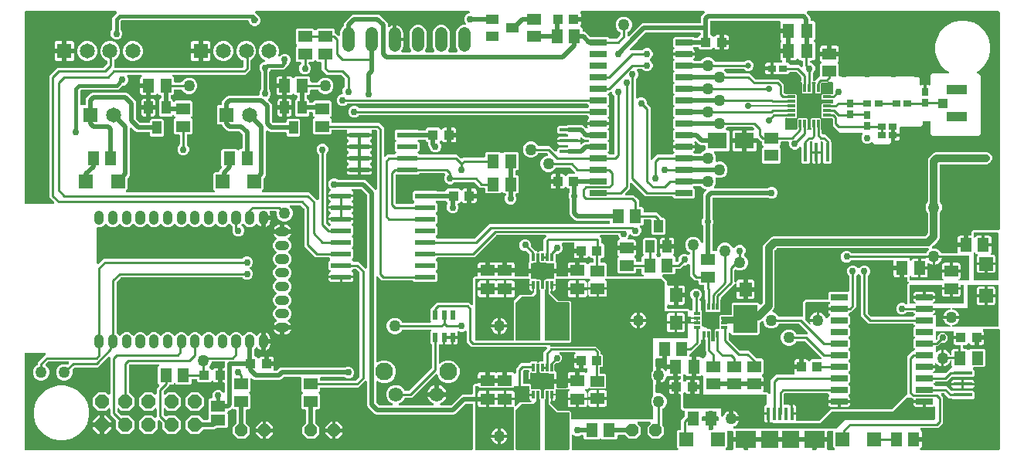
<source format=gbr>
G04 EAGLE Gerber RS-274X export*
G75*
%MOMM*%
%FSLAX34Y34*%
%LPD*%
%AMOC8*
5,1,8,0,0,1.08239X$1,22.5*%
G01*
%ADD10R,1.050000X1.080000*%
%ADD11R,1.300000X1.600000*%
%ADD12R,0.925000X0.740000*%
%ADD13R,0.740000X0.925000*%
%ADD14R,1.600000X1.300000*%
%ADD15R,2.150000X1.800000*%
%ADD16R,1.400000X1.600000*%
%ADD17R,1.400000X1.000000*%
%ADD18P,1.649562X8X22.500000*%
%ADD19R,2.200000X0.600000*%
%ADD20R,2.000000X0.400000*%
%ADD21R,0.550000X1.050000*%
%ADD22R,0.300000X0.850000*%
%ADD23R,2.500000X1.750000*%
%ADD24R,0.800000X0.300000*%
%ADD25R,0.300000X0.800000*%
%ADD26R,1.550000X1.550000*%
%ADD27R,0.850000X0.300000*%
%ADD28R,2.700000X2.700000*%
%ADD29R,1.850000X0.650000*%
%ADD30R,0.400000X2.000000*%
%ADD31C,1.320800*%
%ADD32R,0.400000X1.400000*%
%ADD33R,2.300000X1.900000*%
%ADD34R,1.850000X1.900000*%
%ADD35R,1.050000X1.000000*%
%ADD36R,2.200000X1.050000*%
%ADD37R,1.650000X1.650000*%
%ADD38C,1.650000*%
%ADD39R,1.140000X3.050000*%
%ADD40P,1.429621X8X22.500000*%
%ADD41R,1.500000X1.500000*%
%ADD42R,1.000000X1.400000*%
%ADD43R,1.500000X1.300000*%
%ADD44R,1.300000X1.500000*%
%ADD45R,1.600200X1.168400*%
%ADD46C,1.270000*%
%ADD47C,0.990000*%
%ADD48C,1.575000*%
%ADD49C,1.950000*%
%ADD50C,0.756400*%
%ADD51C,0.856400*%
%ADD52C,0.706400*%
%ADD53C,0.254000*%
%ADD54C,0.508000*%
%ADD55C,0.406400*%
%ADD56C,0.656400*%
%ADD57C,0.203200*%
%ADD58C,0.152400*%
%ADD59C,0.812800*%

G36*
X384274Y209129D02*
X384274Y209129D01*
X384412Y209137D01*
X384431Y209143D01*
X384451Y209145D01*
X384583Y209193D01*
X384714Y209235D01*
X384732Y209246D01*
X384751Y209253D01*
X384866Y209331D01*
X384983Y209405D01*
X384997Y209420D01*
X385014Y209432D01*
X385106Y209536D01*
X385201Y209637D01*
X385211Y209655D01*
X385224Y209670D01*
X385287Y209794D01*
X385355Y209916D01*
X385360Y209935D01*
X385369Y209953D01*
X385399Y210089D01*
X385434Y210223D01*
X385436Y210252D01*
X385439Y210263D01*
X385438Y210284D01*
X385444Y210384D01*
X385444Y289470D01*
X385432Y289568D01*
X385429Y289667D01*
X385412Y289725D01*
X385404Y289785D01*
X385368Y289877D01*
X385340Y289972D01*
X385310Y290025D01*
X385287Y290081D01*
X385229Y290161D01*
X385179Y290246D01*
X385113Y290322D01*
X385101Y290338D01*
X385091Y290346D01*
X385073Y290367D01*
X379267Y296173D01*
X379189Y296233D01*
X379117Y296301D01*
X379064Y296330D01*
X379016Y296367D01*
X378925Y296407D01*
X378838Y296455D01*
X378780Y296470D01*
X378724Y296494D01*
X378626Y296509D01*
X378530Y296534D01*
X378430Y296540D01*
X378410Y296544D01*
X378398Y296542D01*
X378370Y296544D01*
X370043Y296544D01*
X369898Y296526D01*
X369753Y296511D01*
X369740Y296506D01*
X369727Y296504D01*
X369592Y296451D01*
X369455Y296400D01*
X369444Y296392D01*
X369431Y296387D01*
X369313Y296302D01*
X369194Y296219D01*
X369185Y296209D01*
X369174Y296201D01*
X369081Y296088D01*
X368986Y295978D01*
X368980Y295966D01*
X368971Y295956D01*
X368909Y295823D01*
X368844Y295693D01*
X368841Y295680D01*
X368836Y295668D01*
X368808Y295525D01*
X368778Y295382D01*
X368778Y295369D01*
X368776Y295356D01*
X368785Y295210D01*
X368791Y295064D01*
X368795Y295052D01*
X368796Y295038D01*
X368841Y294898D01*
X368882Y294760D01*
X368889Y294748D01*
X368894Y294736D01*
X368972Y294612D01*
X369047Y294488D01*
X369057Y294478D01*
X369064Y294467D01*
X369170Y294367D01*
X369274Y294265D01*
X369289Y294255D01*
X369295Y294249D01*
X369310Y294241D01*
X369408Y294176D01*
X369785Y293958D01*
X370258Y293485D01*
X370593Y292906D01*
X370766Y292259D01*
X370766Y290424D01*
X357455Y290424D01*
X357337Y290409D01*
X357218Y290402D01*
X357211Y290400D01*
X357155Y290414D01*
X357095Y290418D01*
X357075Y290422D01*
X357055Y290420D01*
X356995Y290424D01*
X343684Y290424D01*
X343684Y292259D01*
X343857Y292906D01*
X344192Y293485D01*
X344665Y293958D01*
X345331Y294343D01*
X345431Y294419D01*
X345535Y294489D01*
X345558Y294515D01*
X345584Y294535D01*
X345662Y294633D01*
X345746Y294728D01*
X345761Y294758D01*
X345782Y294784D01*
X345833Y294899D01*
X345890Y295011D01*
X345898Y295044D01*
X345911Y295075D01*
X345932Y295199D01*
X345960Y295321D01*
X345959Y295355D01*
X345965Y295388D01*
X345954Y295513D01*
X345950Y295639D01*
X345941Y295672D01*
X345938Y295705D01*
X345897Y295824D01*
X345862Y295945D01*
X345845Y295974D01*
X345834Y296005D01*
X345764Y296110D01*
X345700Y296219D01*
X345668Y296255D01*
X345658Y296270D01*
X345642Y296285D01*
X345594Y296339D01*
X343890Y298043D01*
X342927Y300367D01*
X342927Y302883D01*
X343890Y305207D01*
X345668Y306985D01*
X347992Y307948D01*
X350508Y307948D01*
X352866Y306971D01*
X352890Y306949D01*
X352943Y306920D01*
X352990Y306883D01*
X353081Y306843D01*
X353168Y306795D01*
X353227Y306780D01*
X353282Y306756D01*
X353380Y306741D01*
X353476Y306716D01*
X353576Y306710D01*
X353596Y306706D01*
X353609Y306708D01*
X353637Y306706D01*
X382011Y306706D01*
X383878Y305932D01*
X385486Y304324D01*
X393224Y296586D01*
X393225Y296586D01*
X394073Y295738D01*
X394182Y295653D01*
X394289Y295564D01*
X394308Y295555D01*
X394324Y295543D01*
X394452Y295487D01*
X394577Y295428D01*
X394597Y295425D01*
X394616Y295416D01*
X394754Y295395D01*
X394890Y295369D01*
X394910Y295370D01*
X394930Y295367D01*
X395069Y295380D01*
X395207Y295388D01*
X395226Y295394D01*
X395246Y295396D01*
X395377Y295444D01*
X395509Y295486D01*
X395527Y295497D01*
X395546Y295504D01*
X395660Y295582D01*
X395778Y295656D01*
X395792Y295671D01*
X395809Y295683D01*
X395901Y295787D01*
X395996Y295888D01*
X396006Y295906D01*
X396019Y295921D01*
X396082Y296045D01*
X396150Y296167D01*
X396155Y296186D01*
X396164Y296204D01*
X396194Y296340D01*
X396229Y296475D01*
X396231Y296503D01*
X396234Y296515D01*
X396233Y296535D01*
X396239Y296635D01*
X396239Y359846D01*
X396227Y359944D01*
X396224Y360043D01*
X396207Y360101D01*
X396199Y360161D01*
X396163Y360253D01*
X396135Y360349D01*
X396105Y360401D01*
X396082Y360457D01*
X396024Y360537D01*
X395974Y360622D01*
X395908Y360698D01*
X395896Y360714D01*
X395886Y360722D01*
X395868Y360743D01*
X395643Y360968D01*
X395565Y361028D01*
X395493Y361096D01*
X395440Y361125D01*
X395392Y361162D01*
X395301Y361202D01*
X395214Y361250D01*
X395156Y361265D01*
X395100Y361289D01*
X395002Y361304D01*
X394906Y361329D01*
X394806Y361335D01*
X394786Y361339D01*
X394774Y361337D01*
X394746Y361339D01*
X391775Y361339D01*
X391651Y361323D01*
X391525Y361314D01*
X391493Y361304D01*
X391460Y361299D01*
X391343Y361253D01*
X391224Y361213D01*
X391195Y361195D01*
X391164Y361182D01*
X391063Y361109D01*
X390957Y361040D01*
X390934Y361015D01*
X390907Y360996D01*
X390827Y360899D01*
X390742Y360806D01*
X390726Y360777D01*
X390704Y360751D01*
X390651Y360637D01*
X390591Y360526D01*
X390583Y360493D01*
X390569Y360463D01*
X390545Y360340D01*
X390515Y360217D01*
X390515Y360184D01*
X390509Y360151D01*
X390517Y360025D01*
X390518Y359899D01*
X390527Y359851D01*
X390529Y359833D01*
X390535Y359813D01*
X390549Y359741D01*
X390766Y358934D01*
X390766Y357099D01*
X377455Y357099D01*
X377337Y357084D01*
X377218Y357077D01*
X377211Y357075D01*
X377155Y357089D01*
X377095Y357093D01*
X377075Y357097D01*
X377055Y357095D01*
X376995Y357099D01*
X363684Y357099D01*
X363684Y358934D01*
X363901Y359741D01*
X363918Y359866D01*
X363941Y359990D01*
X363939Y360023D01*
X363944Y360057D01*
X363929Y360182D01*
X363921Y360307D01*
X363911Y360339D01*
X363907Y360372D01*
X363862Y360490D01*
X363823Y360609D01*
X363805Y360638D01*
X363793Y360669D01*
X363721Y360772D01*
X363653Y360878D01*
X363629Y360901D01*
X363609Y360929D01*
X363513Y361010D01*
X363422Y361096D01*
X363392Y361112D01*
X363366Y361134D01*
X363253Y361189D01*
X363143Y361250D01*
X363111Y361258D01*
X363080Y361273D01*
X362957Y361298D01*
X362835Y361329D01*
X362787Y361332D01*
X362769Y361336D01*
X362747Y361335D01*
X362675Y361339D01*
X347860Y361339D01*
X347742Y361324D01*
X347623Y361317D01*
X347585Y361304D01*
X347544Y361299D01*
X347434Y361256D01*
X347321Y361219D01*
X347286Y361197D01*
X347249Y361182D01*
X347152Y361112D01*
X347052Y361049D01*
X347024Y361019D01*
X346991Y360996D01*
X346915Y360904D01*
X346834Y360817D01*
X346814Y360782D01*
X346789Y360751D01*
X346738Y360643D01*
X346680Y360539D01*
X346670Y360499D01*
X346653Y360463D01*
X346631Y360346D01*
X346601Y360231D01*
X346597Y360171D01*
X346593Y360151D01*
X346595Y360130D01*
X346591Y360070D01*
X346591Y357598D01*
X345102Y356109D01*
X327998Y356109D01*
X326509Y357598D01*
X326509Y372702D01*
X327559Y373752D01*
X327632Y373847D01*
X327711Y373936D01*
X327730Y373972D01*
X327754Y374004D01*
X327802Y374113D01*
X327856Y374219D01*
X327865Y374258D01*
X327881Y374296D01*
X327899Y374413D01*
X327925Y374529D01*
X327924Y374570D01*
X327930Y374610D01*
X327919Y374728D01*
X327916Y374847D01*
X327904Y374886D01*
X327901Y374926D01*
X327860Y375039D01*
X327827Y375153D01*
X327807Y375187D01*
X327793Y375226D01*
X327726Y375324D01*
X327666Y375427D01*
X327626Y375472D01*
X327614Y375489D01*
X327599Y375502D01*
X327559Y375547D01*
X326509Y376598D01*
X326509Y379300D01*
X326494Y379418D01*
X326487Y379537D01*
X326474Y379575D01*
X326469Y379616D01*
X326426Y379726D01*
X326389Y379839D01*
X326367Y379874D01*
X326352Y379911D01*
X326283Y380007D01*
X326219Y380108D01*
X326189Y380136D01*
X326166Y380169D01*
X326074Y380245D01*
X325987Y380326D01*
X325952Y380346D01*
X325921Y380371D01*
X325813Y380422D01*
X325709Y380480D01*
X325669Y380490D01*
X325633Y380507D01*
X325516Y380529D01*
X325401Y380559D01*
X325341Y380563D01*
X325321Y380567D01*
X325300Y380565D01*
X325240Y380569D01*
X323110Y380569D01*
X322992Y380554D01*
X322873Y380547D01*
X322835Y380534D01*
X322794Y380529D01*
X322684Y380486D01*
X322571Y380449D01*
X322536Y380427D01*
X322499Y380412D01*
X322403Y380343D01*
X322302Y380279D01*
X322274Y380249D01*
X322241Y380226D01*
X322165Y380134D01*
X322084Y380047D01*
X322064Y380012D01*
X322039Y379981D01*
X321988Y379873D01*
X321930Y379769D01*
X321920Y379729D01*
X321903Y379693D01*
X321881Y379576D01*
X321851Y379461D01*
X321847Y379401D01*
X321843Y379381D01*
X321845Y379360D01*
X321841Y379300D01*
X321841Y377598D01*
X320352Y376109D01*
X308248Y376109D01*
X306759Y377598D01*
X306759Y393702D01*
X308302Y395245D01*
X308376Y395274D01*
X308489Y395311D01*
X308524Y395333D01*
X308561Y395348D01*
X308657Y395417D01*
X308758Y395481D01*
X308786Y395511D01*
X308819Y395534D01*
X308895Y395626D01*
X308976Y395713D01*
X308996Y395748D01*
X309021Y395779D01*
X309072Y395887D01*
X309130Y395991D01*
X309140Y396031D01*
X309157Y396067D01*
X309179Y396184D01*
X309209Y396299D01*
X309213Y396359D01*
X309217Y396379D01*
X309215Y396400D01*
X309219Y396460D01*
X309219Y398265D01*
X309204Y398383D01*
X309197Y398502D01*
X309184Y398540D01*
X309179Y398581D01*
X309136Y398691D01*
X309099Y398804D01*
X309077Y398839D01*
X309062Y398876D01*
X308993Y398972D01*
X308929Y399073D01*
X308899Y399101D01*
X308876Y399134D01*
X308784Y399210D01*
X308697Y399291D01*
X308662Y399311D01*
X308631Y399336D01*
X308523Y399387D01*
X308419Y399445D01*
X308379Y399455D01*
X308343Y399472D01*
X308226Y399494D01*
X308111Y399524D01*
X308051Y399528D01*
X308031Y399532D01*
X308010Y399530D01*
X307950Y399534D01*
X306748Y399534D01*
X305697Y400584D01*
X305603Y400657D01*
X305514Y400736D01*
X305478Y400755D01*
X305446Y400779D01*
X305337Y400827D01*
X305231Y400881D01*
X305192Y400890D01*
X305154Y400906D01*
X305037Y400924D01*
X304921Y400950D01*
X304880Y400949D01*
X304840Y400956D01*
X304722Y400944D01*
X304603Y400941D01*
X304564Y400929D01*
X304524Y400926D01*
X304412Y400885D01*
X304297Y400852D01*
X304262Y400832D01*
X304224Y400818D01*
X304126Y400751D01*
X304023Y400691D01*
X303978Y400651D01*
X303961Y400640D01*
X303948Y400624D01*
X303902Y400584D01*
X303360Y400042D01*
X302781Y399707D01*
X302134Y399534D01*
X297839Y399534D01*
X297839Y408305D01*
X297824Y408423D01*
X297817Y408542D01*
X297804Y408580D01*
X297799Y408620D01*
X297755Y408731D01*
X297719Y408844D01*
X297697Y408879D01*
X297682Y408916D01*
X297612Y409012D01*
X297549Y409113D01*
X297519Y409141D01*
X297495Y409173D01*
X297404Y409249D01*
X297317Y409331D01*
X297282Y409350D01*
X297250Y409376D01*
X297143Y409427D01*
X297039Y409484D01*
X296999Y409495D01*
X296963Y409512D01*
X296846Y409534D01*
X296731Y409564D01*
X296670Y409568D01*
X296650Y409572D01*
X296630Y409570D01*
X296570Y409574D01*
X295299Y409574D01*
X295299Y409576D01*
X296570Y409576D01*
X296688Y409591D01*
X296807Y409598D01*
X296845Y409611D01*
X296885Y409616D01*
X296996Y409660D01*
X297109Y409696D01*
X297144Y409718D01*
X297181Y409733D01*
X297277Y409803D01*
X297378Y409866D01*
X297406Y409896D01*
X297438Y409920D01*
X297514Y410011D01*
X297596Y410098D01*
X297615Y410133D01*
X297641Y410165D01*
X297692Y410272D01*
X297749Y410376D01*
X297760Y410416D01*
X297777Y410452D01*
X297799Y410569D01*
X297829Y410684D01*
X297833Y410745D01*
X297837Y410765D01*
X297835Y410785D01*
X297839Y410845D01*
X297839Y419616D01*
X302134Y419616D01*
X302781Y419443D01*
X303360Y419108D01*
X303902Y418566D01*
X303997Y418493D01*
X304086Y418414D01*
X304122Y418395D01*
X304154Y418371D01*
X304263Y418323D01*
X304369Y418269D01*
X304408Y418260D01*
X304446Y418244D01*
X304564Y418226D01*
X304679Y418200D01*
X304720Y418201D01*
X304760Y418194D01*
X304878Y418206D01*
X304997Y418209D01*
X305036Y418221D01*
X305076Y418224D01*
X305188Y418265D01*
X305303Y418298D01*
X305338Y418318D01*
X305376Y418332D01*
X305474Y418399D01*
X305577Y418459D01*
X305622Y418499D01*
X305639Y418510D01*
X305652Y418526D01*
X305697Y418566D01*
X306748Y419616D01*
X321852Y419616D01*
X323341Y418127D01*
X323341Y414655D01*
X323356Y414537D01*
X323363Y414418D01*
X323376Y414380D01*
X323381Y414339D01*
X323424Y414229D01*
X323461Y414116D01*
X323483Y414081D01*
X323498Y414044D01*
X323567Y413948D01*
X323631Y413847D01*
X323661Y413819D01*
X323684Y413786D01*
X323776Y413710D01*
X323863Y413629D01*
X323898Y413609D01*
X323929Y413584D01*
X324037Y413533D01*
X324141Y413475D01*
X324181Y413465D01*
X324217Y413448D01*
X324334Y413426D01*
X324449Y413396D01*
X324509Y413392D01*
X324529Y413388D01*
X324550Y413390D01*
X324610Y413386D01*
X330832Y413386D01*
X330861Y413389D01*
X330891Y413387D01*
X331019Y413409D01*
X331148Y413426D01*
X331175Y413436D01*
X331204Y413441D01*
X331323Y413495D01*
X331443Y413543D01*
X331467Y413560D01*
X331494Y413572D01*
X331596Y413653D01*
X331701Y413729D01*
X331719Y413752D01*
X331743Y413771D01*
X331821Y413874D01*
X331903Y413974D01*
X331916Y414001D01*
X331934Y414025D01*
X332005Y414169D01*
X332188Y414611D01*
X334689Y417112D01*
X337956Y418466D01*
X341494Y418466D01*
X344761Y417112D01*
X347262Y414611D01*
X348616Y411344D01*
X348616Y407806D01*
X347262Y404539D01*
X344761Y402038D01*
X341494Y400684D01*
X337956Y400684D01*
X334689Y402038D01*
X332188Y404539D01*
X332005Y404981D01*
X331990Y405006D01*
X331981Y405034D01*
X331912Y405144D01*
X331847Y405257D01*
X331827Y405278D01*
X331811Y405303D01*
X331716Y405392D01*
X331626Y405485D01*
X331601Y405501D01*
X331579Y405521D01*
X331466Y405584D01*
X331355Y405652D01*
X331327Y405660D01*
X331301Y405675D01*
X331175Y405707D01*
X331051Y405745D01*
X331021Y405747D01*
X330993Y405754D01*
X330832Y405764D01*
X324610Y405764D01*
X324492Y405749D01*
X324373Y405742D01*
X324335Y405729D01*
X324294Y405724D01*
X324184Y405681D01*
X324071Y405644D01*
X324036Y405622D01*
X323999Y405607D01*
X323903Y405538D01*
X323802Y405474D01*
X323774Y405444D01*
X323741Y405421D01*
X323665Y405329D01*
X323584Y405242D01*
X323564Y405207D01*
X323539Y405176D01*
X323488Y405068D01*
X323430Y404964D01*
X323420Y404924D01*
X323403Y404888D01*
X323381Y404771D01*
X323351Y404656D01*
X323347Y404596D01*
X323343Y404576D01*
X323345Y404555D01*
X323341Y404495D01*
X323341Y401023D01*
X321852Y399534D01*
X320650Y399534D01*
X320532Y399519D01*
X320413Y399512D01*
X320375Y399499D01*
X320334Y399494D01*
X320224Y399451D01*
X320111Y399414D01*
X320076Y399392D01*
X320039Y399377D01*
X319943Y399308D01*
X319842Y399244D01*
X319814Y399214D01*
X319781Y399191D01*
X319705Y399099D01*
X319624Y399012D01*
X319604Y398977D01*
X319579Y398946D01*
X319528Y398838D01*
X319470Y398734D01*
X319460Y398694D01*
X319443Y398658D01*
X319421Y398541D01*
X319391Y398426D01*
X319387Y398366D01*
X319383Y398346D01*
X319385Y398325D01*
X319381Y398265D01*
X319381Y396460D01*
X319396Y396342D01*
X319403Y396223D01*
X319416Y396185D01*
X319421Y396144D01*
X319464Y396033D01*
X319501Y395921D01*
X319523Y395886D01*
X319538Y395849D01*
X319608Y395752D01*
X319671Y395652D01*
X319701Y395624D01*
X319724Y395591D01*
X319816Y395515D01*
X319903Y395434D01*
X319938Y395414D01*
X319969Y395389D01*
X320077Y395338D01*
X320181Y395280D01*
X320221Y395270D01*
X320257Y395253D01*
X320298Y395245D01*
X321841Y393702D01*
X321841Y392000D01*
X321856Y391882D01*
X321863Y391763D01*
X321876Y391725D01*
X321881Y391684D01*
X321924Y391574D01*
X321961Y391461D01*
X321983Y391426D01*
X321998Y391389D01*
X322067Y391293D01*
X322131Y391192D01*
X322161Y391164D01*
X322184Y391131D01*
X322276Y391055D01*
X322363Y390974D01*
X322398Y390954D01*
X322429Y390929D01*
X322537Y390878D01*
X322641Y390820D01*
X322681Y390810D01*
X322717Y390793D01*
X322834Y390771D01*
X322949Y390741D01*
X323009Y390737D01*
X323029Y390733D01*
X323050Y390735D01*
X323110Y390731D01*
X325240Y390731D01*
X325358Y390746D01*
X325477Y390753D01*
X325515Y390766D01*
X325556Y390771D01*
X325666Y390814D01*
X325779Y390851D01*
X325814Y390873D01*
X325851Y390888D01*
X325947Y390957D01*
X326048Y391021D01*
X326076Y391051D01*
X326109Y391074D01*
X326185Y391166D01*
X326266Y391253D01*
X326286Y391288D01*
X326311Y391319D01*
X326362Y391427D01*
X326420Y391531D01*
X326430Y391571D01*
X326447Y391607D01*
X326455Y391648D01*
X327998Y393191D01*
X345102Y393191D01*
X346591Y391702D01*
X346591Y376598D01*
X345541Y375547D01*
X345468Y375453D01*
X345389Y375364D01*
X345371Y375328D01*
X345346Y375296D01*
X345298Y375187D01*
X345244Y375081D01*
X345235Y375042D01*
X345219Y375004D01*
X345201Y374887D01*
X345175Y374771D01*
X345176Y374730D01*
X345170Y374690D01*
X345181Y374572D01*
X345184Y374453D01*
X345196Y374414D01*
X345199Y374374D01*
X345240Y374262D01*
X345273Y374147D01*
X345293Y374112D01*
X345307Y374074D01*
X345374Y373976D01*
X345434Y373873D01*
X345474Y373828D01*
X345486Y373811D01*
X345501Y373798D01*
X345541Y373752D01*
X346591Y372702D01*
X346591Y370230D01*
X346606Y370112D01*
X346613Y369993D01*
X346626Y369955D01*
X346631Y369914D01*
X346674Y369804D01*
X346711Y369691D01*
X346733Y369656D01*
X346748Y369619D01*
X346817Y369523D01*
X346881Y369422D01*
X346911Y369394D01*
X346934Y369361D01*
X347026Y369285D01*
X347113Y369204D01*
X347148Y369184D01*
X347179Y369159D01*
X347287Y369108D01*
X347391Y369050D01*
X347431Y369040D01*
X347467Y369023D01*
X347584Y369001D01*
X347699Y368971D01*
X347759Y368967D01*
X347779Y368963D01*
X347800Y368965D01*
X347860Y368961D01*
X398428Y368961D01*
X403861Y363528D01*
X403861Y332939D01*
X403878Y332802D01*
X403891Y332663D01*
X403898Y332644D01*
X403901Y332624D01*
X403952Y332495D01*
X403999Y332364D01*
X404010Y332347D01*
X404018Y332328D01*
X404099Y332215D01*
X404177Y332100D01*
X404193Y332087D01*
X404204Y332071D01*
X404312Y331982D01*
X404416Y331890D01*
X404434Y331881D01*
X404449Y331868D01*
X404575Y331809D01*
X404699Y331745D01*
X404719Y331741D01*
X404737Y331732D01*
X404873Y331706D01*
X405009Y331676D01*
X405030Y331676D01*
X405049Y331672D01*
X405188Y331681D01*
X405327Y331685D01*
X405347Y331691D01*
X405367Y331692D01*
X405499Y331735D01*
X405633Y331774D01*
X405650Y331784D01*
X405669Y331790D01*
X405787Y331865D01*
X405907Y331935D01*
X405928Y331954D01*
X405938Y331960D01*
X405952Y331975D01*
X406027Y332042D01*
X407997Y334011D01*
X414917Y334011D01*
X415015Y334023D01*
X415114Y334026D01*
X415172Y334043D01*
X415232Y334051D01*
X415324Y334087D01*
X415420Y334115D01*
X415472Y334145D01*
X415528Y334168D01*
X415608Y334226D01*
X415693Y334276D01*
X415769Y334342D01*
X415785Y334354D01*
X415793Y334364D01*
X415814Y334382D01*
X417084Y335653D01*
X417157Y335747D01*
X417236Y335836D01*
X417254Y335872D01*
X417279Y335904D01*
X417327Y336013D01*
X417381Y336119D01*
X417390Y336158D01*
X417406Y336196D01*
X417424Y336313D01*
X417450Y336429D01*
X417449Y336470D01*
X417455Y336510D01*
X417444Y336628D01*
X417441Y336747D01*
X417429Y336786D01*
X417426Y336826D01*
X417385Y336938D01*
X417352Y337053D01*
X417332Y337087D01*
X417318Y337126D01*
X417251Y337224D01*
X417191Y337327D01*
X417151Y337372D01*
X417139Y337389D01*
X417124Y337402D01*
X417084Y337448D01*
X415684Y338848D01*
X415684Y346952D01*
X417084Y348352D01*
X417157Y348447D01*
X417236Y348536D01*
X417254Y348572D01*
X417279Y348604D01*
X417327Y348713D01*
X417381Y348819D01*
X417390Y348858D01*
X417406Y348896D01*
X417424Y349013D01*
X417450Y349129D01*
X417449Y349170D01*
X417455Y349210D01*
X417444Y349328D01*
X417441Y349447D01*
X417429Y349486D01*
X417426Y349526D01*
X417385Y349639D01*
X417352Y349753D01*
X417332Y349787D01*
X417318Y349826D01*
X417251Y349924D01*
X417191Y350027D01*
X417151Y350072D01*
X417139Y350089D01*
X417124Y350102D01*
X417084Y350147D01*
X415684Y351548D01*
X415684Y359652D01*
X417173Y361141D01*
X441277Y361141D01*
X441366Y361052D01*
X441444Y360992D01*
X441516Y360924D01*
X441569Y360895D01*
X441617Y360858D01*
X441708Y360818D01*
X441795Y360770D01*
X441853Y360755D01*
X441909Y360731D01*
X442007Y360716D01*
X442102Y360691D01*
X442203Y360685D01*
X442223Y360681D01*
X442235Y360683D01*
X442263Y360681D01*
X448915Y360681D01*
X449033Y360696D01*
X449152Y360703D01*
X449190Y360716D01*
X449231Y360721D01*
X449341Y360764D01*
X449454Y360801D01*
X449489Y360823D01*
X449526Y360838D01*
X449622Y360907D01*
X449723Y360971D01*
X449751Y361001D01*
X449784Y361024D01*
X449860Y361116D01*
X449941Y361203D01*
X449961Y361238D01*
X449986Y361269D01*
X450037Y361377D01*
X450095Y361481D01*
X450105Y361521D01*
X450122Y361557D01*
X450144Y361674D01*
X450174Y361789D01*
X450178Y361849D01*
X450182Y361869D01*
X450180Y361890D01*
X450184Y361950D01*
X450184Y362052D01*
X451673Y363541D01*
X464277Y363541D01*
X465948Y361870D01*
X466048Y361793D01*
X466143Y361710D01*
X466173Y361695D01*
X466200Y361675D01*
X466315Y361625D01*
X466428Y361569D01*
X466461Y361562D01*
X466492Y361548D01*
X466616Y361529D01*
X466739Y361502D01*
X466772Y361504D01*
X466806Y361499D01*
X466931Y361510D01*
X467056Y361516D01*
X467089Y361525D01*
X467122Y361528D01*
X467241Y361571D01*
X467361Y361607D01*
X467390Y361625D01*
X467422Y361636D01*
X467525Y361707D01*
X467633Y361772D01*
X467657Y361796D01*
X467685Y361815D01*
X467768Y361909D01*
X467856Y361999D01*
X467883Y362039D01*
X467895Y362053D01*
X467905Y362072D01*
X467945Y362133D01*
X468192Y362560D01*
X468665Y363033D01*
X469244Y363368D01*
X469891Y363541D01*
X472936Y363541D01*
X472936Y356870D01*
X472951Y356752D01*
X472958Y356633D01*
X472971Y356595D01*
X472976Y356555D01*
X473019Y356444D01*
X473056Y356331D01*
X473078Y356296D01*
X473093Y356259D01*
X473163Y356163D01*
X473226Y356062D01*
X473256Y356034D01*
X473280Y356002D01*
X473371Y355926D01*
X473458Y355844D01*
X473493Y355825D01*
X473524Y355799D01*
X473632Y355748D01*
X473736Y355691D01*
X473776Y355680D01*
X473812Y355663D01*
X473929Y355641D01*
X474044Y355611D01*
X474105Y355607D01*
X474125Y355603D01*
X474145Y355605D01*
X474205Y355601D01*
X475476Y355601D01*
X475476Y355599D01*
X474205Y355599D01*
X474087Y355584D01*
X473968Y355577D01*
X473930Y355564D01*
X473890Y355559D01*
X473779Y355515D01*
X473666Y355479D01*
X473631Y355457D01*
X473594Y355442D01*
X473498Y355372D01*
X473397Y355309D01*
X473369Y355279D01*
X473336Y355255D01*
X473261Y355164D01*
X473179Y355077D01*
X473159Y355042D01*
X473134Y355010D01*
X473083Y354903D01*
X473025Y354799D01*
X473015Y354759D01*
X472998Y354723D01*
X472976Y354606D01*
X472946Y354491D01*
X472942Y354430D01*
X472938Y354410D01*
X472940Y354390D01*
X472936Y354330D01*
X472936Y347659D01*
X469891Y347659D01*
X469244Y347832D01*
X468665Y348167D01*
X468192Y348640D01*
X467945Y349067D01*
X467869Y349168D01*
X467799Y349272D01*
X467773Y349294D01*
X467753Y349321D01*
X467654Y349399D01*
X467560Y349482D01*
X467530Y349497D01*
X467504Y349518D01*
X467389Y349570D01*
X467277Y349627D01*
X467244Y349634D01*
X467213Y349648D01*
X467089Y349669D01*
X466967Y349696D01*
X466933Y349695D01*
X466900Y349701D01*
X466774Y349690D01*
X466649Y349687D01*
X466616Y349677D01*
X466583Y349674D01*
X466464Y349633D01*
X466343Y349598D01*
X466314Y349581D01*
X466282Y349570D01*
X466178Y349501D01*
X466069Y349437D01*
X466032Y349404D01*
X466017Y349394D01*
X466003Y349378D01*
X465948Y349330D01*
X465315Y348697D01*
X465242Y348603D01*
X465163Y348513D01*
X465145Y348477D01*
X465120Y348445D01*
X465073Y348336D01*
X465019Y348230D01*
X465010Y348191D01*
X464994Y348154D01*
X464975Y348036D01*
X464949Y347920D01*
X464950Y347880D01*
X464944Y347840D01*
X464955Y347721D01*
X464959Y347602D01*
X464970Y347563D01*
X464974Y347523D01*
X465014Y347411D01*
X465047Y347297D01*
X465067Y347262D01*
X465081Y347224D01*
X465148Y347125D01*
X465209Y347023D01*
X465248Y346977D01*
X465260Y346961D01*
X465275Y346947D01*
X465315Y346902D01*
X465735Y346481D01*
X466698Y344158D01*
X466698Y341642D01*
X465735Y339318D01*
X463957Y337540D01*
X461633Y336577D01*
X459117Y336577D01*
X456793Y337540D01*
X455015Y339318D01*
X454038Y341677D01*
X454037Y341709D01*
X454020Y341767D01*
X454012Y341827D01*
X453976Y341919D01*
X453948Y342014D01*
X453918Y342067D01*
X453895Y342123D01*
X453837Y342203D01*
X453787Y342288D01*
X453721Y342364D01*
X453709Y342380D01*
X453699Y342388D01*
X453681Y342409D01*
X453668Y342422D01*
X452894Y344289D01*
X452894Y346390D01*
X452879Y346508D01*
X452872Y346627D01*
X452859Y346665D01*
X452854Y346706D01*
X452811Y346816D01*
X452774Y346929D01*
X452752Y346964D01*
X452737Y347001D01*
X452668Y347097D01*
X452604Y347198D01*
X452574Y347226D01*
X452551Y347259D01*
X452459Y347335D01*
X452372Y347416D01*
X452337Y347436D01*
X452306Y347461D01*
X452198Y347512D01*
X452094Y347570D01*
X452054Y347580D01*
X452018Y347597D01*
X451901Y347619D01*
X451786Y347649D01*
X451726Y347653D01*
X451706Y347657D01*
X451685Y347655D01*
X451676Y347656D01*
X450184Y349148D01*
X450184Y349250D01*
X450169Y349368D01*
X450162Y349487D01*
X450149Y349525D01*
X450144Y349566D01*
X450101Y349676D01*
X450064Y349789D01*
X450042Y349824D01*
X450027Y349861D01*
X449958Y349957D01*
X449894Y350058D01*
X449864Y350086D01*
X449841Y350119D01*
X449749Y350195D01*
X449662Y350276D01*
X449627Y350296D01*
X449596Y350321D01*
X449488Y350372D01*
X449384Y350430D01*
X449344Y350440D01*
X449308Y350457D01*
X449191Y350479D01*
X449076Y350509D01*
X449016Y350513D01*
X448996Y350517D01*
X448975Y350515D01*
X448915Y350519D01*
X442263Y350519D01*
X442165Y350507D01*
X442066Y350504D01*
X442027Y350493D01*
X441987Y350489D01*
X441968Y350482D01*
X441948Y350479D01*
X441856Y350443D01*
X441760Y350415D01*
X441726Y350395D01*
X441688Y350381D01*
X441671Y350370D01*
X441652Y350362D01*
X441572Y350304D01*
X441487Y350254D01*
X441441Y350214D01*
X441424Y350203D01*
X441411Y350187D01*
X441395Y350176D01*
X441387Y350166D01*
X441366Y350148D01*
X441366Y350147D01*
X441293Y350053D01*
X441214Y349964D01*
X441205Y349946D01*
X441192Y349931D01*
X441183Y349912D01*
X441171Y349896D01*
X441123Y349787D01*
X441069Y349681D01*
X441065Y349661D01*
X441056Y349643D01*
X441052Y349623D01*
X441044Y349604D01*
X441026Y349487D01*
X441000Y349371D01*
X441000Y349350D01*
X440996Y349331D01*
X440998Y349311D01*
X440995Y349290D01*
X441006Y349172D01*
X441009Y349053D01*
X441015Y349033D01*
X441016Y349013D01*
X441022Y348994D01*
X441024Y348974D01*
X441065Y348862D01*
X441098Y348747D01*
X441108Y348730D01*
X441114Y348711D01*
X441125Y348694D01*
X441132Y348674D01*
X441199Y348576D01*
X441259Y348473D01*
X441278Y348452D01*
X441284Y348442D01*
X441299Y348428D01*
X441311Y348411D01*
X441326Y348398D01*
X441366Y348352D01*
X442766Y346952D01*
X442766Y338848D01*
X441366Y337448D01*
X441293Y337353D01*
X441214Y337264D01*
X441196Y337228D01*
X441171Y337196D01*
X441123Y337087D01*
X441069Y336981D01*
X441060Y336942D01*
X441044Y336904D01*
X441026Y336787D01*
X441000Y336671D01*
X441001Y336630D01*
X440995Y336590D01*
X441006Y336472D01*
X441009Y336353D01*
X441021Y336314D01*
X441024Y336274D01*
X441065Y336161D01*
X441098Y336047D01*
X441118Y336013D01*
X441132Y335974D01*
X441199Y335876D01*
X441259Y335773D01*
X441299Y335728D01*
X441311Y335711D01*
X441326Y335698D01*
X441366Y335653D01*
X442636Y334382D01*
X442714Y334322D01*
X442786Y334254D01*
X442839Y334225D01*
X442887Y334188D01*
X442978Y334148D01*
X443065Y334100D01*
X443123Y334085D01*
X443179Y334061D01*
X443277Y334046D01*
X443372Y334021D01*
X443473Y334015D01*
X443493Y334011D01*
X443505Y334013D01*
X443533Y334011D01*
X484178Y334011D01*
X486782Y331407D01*
X486783Y331407D01*
X488052Y330137D01*
X488146Y330064D01*
X488236Y329985D01*
X488272Y329966D01*
X488304Y329942D01*
X488413Y329895D01*
X488519Y329840D01*
X488558Y329831D01*
X488596Y329815D01*
X488713Y329797D01*
X488829Y329771D01*
X488870Y329772D01*
X488910Y329766D01*
X489028Y329777D01*
X489147Y329780D01*
X489186Y329792D01*
X489226Y329795D01*
X489339Y329836D01*
X489453Y329869D01*
X489487Y329889D01*
X489526Y329903D01*
X489624Y329970D01*
X489727Y330030D01*
X489772Y330070D01*
X489789Y330082D01*
X489802Y330097D01*
X489847Y330137D01*
X490547Y330836D01*
X513590Y330836D01*
X513708Y330851D01*
X513827Y330858D01*
X513865Y330871D01*
X513906Y330876D01*
X514016Y330919D01*
X514129Y330956D01*
X514164Y330978D01*
X514201Y330993D01*
X514297Y331062D01*
X514398Y331126D01*
X514426Y331156D01*
X514459Y331179D01*
X514535Y331271D01*
X514616Y331358D01*
X514636Y331393D01*
X514661Y331424D01*
X514712Y331532D01*
X514770Y331636D01*
X514780Y331676D01*
X514797Y331712D01*
X514819Y331829D01*
X514849Y331944D01*
X514853Y332004D01*
X514857Y332024D01*
X514855Y332045D01*
X514859Y332105D01*
X514859Y335577D01*
X516348Y337066D01*
X531452Y337066D01*
X532502Y336016D01*
X532597Y335943D01*
X532686Y335864D01*
X532722Y335845D01*
X532754Y335821D01*
X532863Y335773D01*
X532969Y335719D01*
X533008Y335710D01*
X533046Y335694D01*
X533163Y335676D01*
X533279Y335650D01*
X533320Y335651D01*
X533360Y335645D01*
X533478Y335656D01*
X533597Y335659D01*
X533636Y335671D01*
X533676Y335674D01*
X533789Y335715D01*
X533903Y335748D01*
X533937Y335768D01*
X533976Y335782D01*
X534074Y335849D01*
X534177Y335909D01*
X534222Y335949D01*
X534239Y335961D01*
X534252Y335976D01*
X534297Y336016D01*
X535348Y337066D01*
X550452Y337066D01*
X551941Y335577D01*
X551941Y318473D01*
X550452Y316984D01*
X549250Y316984D01*
X549132Y316969D01*
X549013Y316962D01*
X548975Y316949D01*
X548934Y316944D01*
X548824Y316901D01*
X548711Y316864D01*
X548676Y316842D01*
X548639Y316827D01*
X548543Y316758D01*
X548442Y316694D01*
X548414Y316664D01*
X548381Y316641D01*
X548305Y316549D01*
X548224Y316462D01*
X548204Y316427D01*
X548179Y316396D01*
X548128Y316288D01*
X548070Y316184D01*
X548060Y316144D01*
X548043Y316108D01*
X548021Y315991D01*
X547991Y315876D01*
X547987Y315816D01*
X547983Y315796D01*
X547985Y315775D01*
X547981Y315715D01*
X547981Y312935D01*
X547996Y312817D01*
X548003Y312698D01*
X548016Y312660D01*
X548021Y312619D01*
X548064Y312509D01*
X548101Y312396D01*
X548123Y312361D01*
X548138Y312324D01*
X548207Y312228D01*
X548271Y312127D01*
X548301Y312099D01*
X548324Y312066D01*
X548416Y311990D01*
X548503Y311909D01*
X548538Y311889D01*
X548569Y311864D01*
X548677Y311813D01*
X548781Y311755D01*
X548821Y311745D01*
X548857Y311728D01*
X548974Y311706D01*
X549089Y311676D01*
X549149Y311672D01*
X549169Y311668D01*
X549190Y311670D01*
X549250Y311666D01*
X550452Y311666D01*
X551941Y310177D01*
X551941Y293073D01*
X550452Y291584D01*
X549250Y291584D01*
X549132Y291569D01*
X549013Y291562D01*
X548975Y291549D01*
X548934Y291544D01*
X548824Y291501D01*
X548711Y291464D01*
X548676Y291442D01*
X548639Y291427D01*
X548543Y291358D01*
X548442Y291294D01*
X548414Y291264D01*
X548381Y291241D01*
X548305Y291149D01*
X548224Y291062D01*
X548204Y291027D01*
X548179Y290996D01*
X548128Y290888D01*
X548070Y290784D01*
X548060Y290744D01*
X548043Y290708D01*
X548021Y290591D01*
X547991Y290476D01*
X547987Y290416D01*
X547983Y290396D01*
X547985Y290375D01*
X547981Y290315D01*
X547981Y290162D01*
X547993Y290064D01*
X547996Y289964D01*
X548013Y289906D01*
X548021Y289846D01*
X548057Y289754D01*
X548085Y289659D01*
X548115Y289607D01*
X548138Y289550D01*
X548196Y289470D01*
X548246Y289385D01*
X548250Y289380D01*
X549223Y287033D01*
X549223Y284517D01*
X548260Y282193D01*
X546482Y280415D01*
X544158Y279452D01*
X541642Y279452D01*
X539318Y280415D01*
X537540Y282193D01*
X536577Y284517D01*
X536577Y287033D01*
X537554Y289391D01*
X537576Y289415D01*
X537605Y289468D01*
X537642Y289515D01*
X537682Y289606D01*
X537730Y289693D01*
X537745Y289752D01*
X537769Y289807D01*
X537784Y289905D01*
X537809Y290001D01*
X537815Y290101D01*
X537819Y290121D01*
X537817Y290134D01*
X537819Y290162D01*
X537819Y290315D01*
X537804Y290433D01*
X537797Y290552D01*
X537784Y290590D01*
X537779Y290631D01*
X537736Y290741D01*
X537699Y290854D01*
X537677Y290889D01*
X537662Y290926D01*
X537593Y291022D01*
X537529Y291123D01*
X537499Y291151D01*
X537476Y291184D01*
X537384Y291259D01*
X537297Y291341D01*
X537262Y291361D01*
X537231Y291386D01*
X537123Y291437D01*
X537019Y291495D01*
X536979Y291505D01*
X536943Y291522D01*
X536826Y291544D01*
X536711Y291574D01*
X536651Y291578D01*
X536631Y291582D01*
X536610Y291580D01*
X536550Y291584D01*
X535348Y291584D01*
X534297Y292634D01*
X534203Y292707D01*
X534114Y292786D01*
X534078Y292804D01*
X534046Y292829D01*
X533937Y292877D01*
X533831Y292931D01*
X533792Y292940D01*
X533754Y292956D01*
X533637Y292974D01*
X533521Y293000D01*
X533480Y292999D01*
X533440Y293005D01*
X533322Y292994D01*
X533203Y292991D01*
X533164Y292979D01*
X533124Y292976D01*
X533012Y292935D01*
X532897Y292902D01*
X532862Y292882D01*
X532824Y292868D01*
X532726Y292801D01*
X532623Y292741D01*
X532578Y292701D01*
X532561Y292689D01*
X532548Y292674D01*
X532502Y292634D01*
X531452Y291584D01*
X516348Y291584D01*
X514859Y293073D01*
X514859Y296545D01*
X514844Y296663D01*
X514837Y296782D01*
X514824Y296820D01*
X514819Y296861D01*
X514776Y296971D01*
X514739Y297084D01*
X514717Y297119D01*
X514702Y297156D01*
X514633Y297252D01*
X514569Y297353D01*
X514539Y297381D01*
X514516Y297414D01*
X514424Y297490D01*
X514337Y297571D01*
X514302Y297591D01*
X514271Y297616D01*
X514163Y297667D01*
X514059Y297725D01*
X514019Y297735D01*
X513983Y297752D01*
X513866Y297774D01*
X513751Y297804D01*
X513691Y297808D01*
X513671Y297812D01*
X513650Y297810D01*
X513590Y297814D01*
X509597Y297814D01*
X506993Y300418D01*
X503618Y303793D01*
X503540Y303853D01*
X503468Y303921D01*
X503415Y303950D01*
X503367Y303987D01*
X503276Y304027D01*
X503189Y304075D01*
X503131Y304090D01*
X503075Y304114D01*
X502977Y304129D01*
X502882Y304154D01*
X502781Y304160D01*
X502761Y304164D01*
X502749Y304162D01*
X502721Y304164D01*
X481907Y304164D01*
X481809Y304152D01*
X481709Y304149D01*
X481651Y304132D01*
X481591Y304124D01*
X481499Y304088D01*
X481404Y304060D01*
X481352Y304030D01*
X481295Y304007D01*
X481215Y303949D01*
X481130Y303899D01*
X481055Y303833D01*
X481038Y303821D01*
X481030Y303811D01*
X481009Y303793D01*
X479832Y302615D01*
X477508Y301652D01*
X474992Y301652D01*
X472668Y302615D01*
X470890Y304393D01*
X469927Y306717D01*
X469927Y309233D01*
X470899Y311578D01*
X470941Y311632D01*
X471030Y311739D01*
X471038Y311758D01*
X471051Y311774D01*
X471106Y311902D01*
X471165Y312027D01*
X471169Y312047D01*
X471177Y312066D01*
X471199Y312203D01*
X471225Y312340D01*
X471224Y312360D01*
X471227Y312380D01*
X471214Y312518D01*
X471205Y312657D01*
X471199Y312676D01*
X471197Y312696D01*
X471150Y312828D01*
X471107Y312959D01*
X471096Y312976D01*
X471090Y312996D01*
X471012Y313110D01*
X470937Y313228D01*
X470922Y313242D01*
X470911Y313259D01*
X470807Y313350D01*
X470705Y313446D01*
X470688Y313456D01*
X470673Y313469D01*
X470549Y313532D01*
X470427Y313600D01*
X470408Y313605D01*
X470389Y313614D01*
X470253Y313644D01*
X470119Y313679D01*
X470091Y313681D01*
X470079Y313684D01*
X470059Y313683D01*
X469958Y313689D01*
X443533Y313689D01*
X443435Y313677D01*
X443336Y313674D01*
X443278Y313657D01*
X443218Y313649D01*
X443126Y313613D01*
X443030Y313585D01*
X442978Y313555D01*
X442922Y313532D01*
X442842Y313474D01*
X442757Y313424D01*
X442681Y313358D01*
X442665Y313346D01*
X442657Y313336D01*
X442636Y313318D01*
X441277Y311959D01*
X417830Y311959D01*
X417712Y311944D01*
X417593Y311937D01*
X417555Y311924D01*
X417514Y311919D01*
X417404Y311876D01*
X417291Y311839D01*
X417256Y311817D01*
X417219Y311802D01*
X417123Y311733D01*
X417022Y311669D01*
X416994Y311639D01*
X416961Y311616D01*
X416885Y311524D01*
X416804Y311437D01*
X416784Y311402D01*
X416759Y311371D01*
X416708Y311263D01*
X416650Y311159D01*
X416640Y311119D01*
X416623Y311083D01*
X416601Y310966D01*
X416571Y310851D01*
X416567Y310791D01*
X416563Y310771D01*
X416565Y310750D01*
X416561Y310690D01*
X416561Y281504D01*
X416573Y281406D01*
X416576Y281307D01*
X416593Y281249D01*
X416601Y281189D01*
X416637Y281097D01*
X416665Y281001D01*
X416695Y280949D01*
X416718Y280893D01*
X416776Y280813D01*
X416826Y280728D01*
X416892Y280652D01*
X416904Y280636D01*
X416914Y280628D01*
X416932Y280607D01*
X417132Y280407D01*
X417210Y280347D01*
X417282Y280279D01*
X417335Y280250D01*
X417383Y280213D01*
X417474Y280173D01*
X417561Y280125D01*
X417619Y280110D01*
X417675Y280086D01*
X417773Y280071D01*
X417869Y280046D01*
X417969Y280040D01*
X417989Y280036D01*
X418001Y280038D01*
X418029Y280036D01*
X434917Y280036D01*
X435015Y280048D01*
X435114Y280051D01*
X435172Y280068D01*
X435232Y280076D01*
X435324Y280112D01*
X435420Y280140D01*
X435472Y280170D01*
X435528Y280193D01*
X435608Y280251D01*
X435694Y280301D01*
X435769Y280367D01*
X435785Y280379D01*
X435793Y280389D01*
X435814Y280407D01*
X437084Y281677D01*
X437157Y281772D01*
X437236Y281861D01*
X437254Y281897D01*
X437279Y281929D01*
X437327Y282038D01*
X437381Y282144D01*
X437390Y282183D01*
X437406Y282221D01*
X437424Y282338D01*
X437450Y282454D01*
X437449Y282495D01*
X437455Y282535D01*
X437444Y282653D01*
X437441Y282772D01*
X437429Y282811D01*
X437426Y282851D01*
X437385Y282964D01*
X437352Y283078D01*
X437332Y283112D01*
X437318Y283151D01*
X437251Y283249D01*
X437191Y283352D01*
X437151Y283397D01*
X437139Y283414D01*
X437124Y283427D01*
X437084Y283472D01*
X435684Y284873D01*
X435684Y292977D01*
X437173Y294466D01*
X461277Y294466D01*
X461366Y294377D01*
X461444Y294317D01*
X461516Y294249D01*
X461569Y294220D01*
X461617Y294183D01*
X461708Y294143D01*
X461795Y294095D01*
X461853Y294080D01*
X461909Y294056D01*
X462007Y294041D01*
X462102Y294016D01*
X462203Y294010D01*
X462223Y294006D01*
X462235Y294008D01*
X462263Y294006D01*
X471140Y294006D01*
X471258Y294021D01*
X471377Y294028D01*
X471415Y294041D01*
X471456Y294046D01*
X471566Y294089D01*
X471679Y294126D01*
X471714Y294148D01*
X471751Y294163D01*
X471847Y294232D01*
X471948Y294296D01*
X471976Y294326D01*
X472009Y294349D01*
X472084Y294441D01*
X472166Y294528D01*
X472186Y294563D01*
X472211Y294594D01*
X472262Y294702D01*
X472320Y294806D01*
X472330Y294846D01*
X472347Y294882D01*
X472369Y294999D01*
X472399Y295114D01*
X472403Y295174D01*
X472407Y295194D01*
X472405Y295215D01*
X472409Y295275D01*
X472409Y295377D01*
X473898Y296866D01*
X486502Y296866D01*
X488173Y295195D01*
X488273Y295118D01*
X488368Y295035D01*
X488398Y295020D01*
X488425Y295000D01*
X488540Y294950D01*
X488653Y294894D01*
X488686Y294887D01*
X488717Y294873D01*
X488841Y294854D01*
X488964Y294827D01*
X488997Y294829D01*
X489031Y294824D01*
X489156Y294835D01*
X489281Y294841D01*
X489314Y294850D01*
X489347Y294853D01*
X489466Y294896D01*
X489586Y294932D01*
X489615Y294950D01*
X489647Y294961D01*
X489750Y295032D01*
X489858Y295097D01*
X489882Y295121D01*
X489910Y295140D01*
X489993Y295234D01*
X490081Y295324D01*
X490108Y295364D01*
X490120Y295378D01*
X490130Y295397D01*
X490170Y295458D01*
X490417Y295885D01*
X490890Y296358D01*
X491469Y296693D01*
X492116Y296866D01*
X495161Y296866D01*
X495161Y290195D01*
X495176Y290077D01*
X495183Y289958D01*
X495196Y289920D01*
X495201Y289880D01*
X495244Y289769D01*
X495281Y289656D01*
X495303Y289621D01*
X495318Y289584D01*
X495388Y289488D01*
X495451Y289387D01*
X495481Y289359D01*
X495505Y289327D01*
X495596Y289251D01*
X495683Y289169D01*
X495718Y289150D01*
X495749Y289124D01*
X495857Y289073D01*
X495961Y289016D01*
X496001Y289005D01*
X496037Y288988D01*
X496154Y288966D01*
X496269Y288936D01*
X496330Y288932D01*
X496350Y288928D01*
X496370Y288930D01*
X496430Y288926D01*
X497701Y288926D01*
X497701Y288924D01*
X496430Y288924D01*
X496312Y288909D01*
X496193Y288902D01*
X496155Y288889D01*
X496115Y288884D01*
X496004Y288840D01*
X495891Y288804D01*
X495856Y288782D01*
X495819Y288767D01*
X495723Y288697D01*
X495622Y288634D01*
X495594Y288604D01*
X495561Y288580D01*
X495486Y288489D01*
X495404Y288402D01*
X495384Y288367D01*
X495359Y288335D01*
X495308Y288228D01*
X495250Y288124D01*
X495240Y288084D01*
X495223Y288048D01*
X495201Y287931D01*
X495171Y287816D01*
X495167Y287755D01*
X495163Y287735D01*
X495165Y287715D01*
X495161Y287655D01*
X495161Y280984D01*
X492116Y280984D01*
X491469Y281157D01*
X490890Y281492D01*
X490417Y281965D01*
X490170Y282392D01*
X490094Y282493D01*
X490024Y282597D01*
X489998Y282619D01*
X489978Y282646D01*
X489879Y282724D01*
X489785Y282807D01*
X489755Y282822D01*
X489729Y282843D01*
X489614Y282895D01*
X489502Y282952D01*
X489469Y282959D01*
X489438Y282973D01*
X489314Y282994D01*
X489192Y283021D01*
X489158Y283020D01*
X489125Y283026D01*
X488999Y283015D01*
X488874Y283012D01*
X488841Y283002D01*
X488808Y282999D01*
X488689Y282958D01*
X488568Y282923D01*
X488539Y282906D01*
X488507Y282895D01*
X488402Y282825D01*
X488294Y282762D01*
X488258Y282729D01*
X488242Y282719D01*
X488228Y282703D01*
X488173Y282655D01*
X486502Y280984D01*
X486197Y280984D01*
X486148Y280978D01*
X486098Y280980D01*
X485990Y280958D01*
X485881Y280944D01*
X485835Y280926D01*
X485787Y280916D01*
X485688Y280868D01*
X485586Y280827D01*
X485546Y280798D01*
X485501Y280776D01*
X485417Y280705D01*
X485328Y280641D01*
X485297Y280602D01*
X485259Y280570D01*
X485196Y280480D01*
X485126Y280396D01*
X485104Y280351D01*
X485076Y280310D01*
X485037Y280207D01*
X484990Y280108D01*
X484981Y280059D01*
X484963Y280013D01*
X484951Y279903D01*
X484930Y279796D01*
X484933Y279746D01*
X484928Y279697D01*
X484943Y279588D01*
X484950Y279478D01*
X484965Y279431D01*
X484972Y279382D01*
X485024Y279229D01*
X485748Y277483D01*
X485748Y274967D01*
X484785Y272643D01*
X483007Y270865D01*
X480683Y269902D01*
X478167Y269902D01*
X475843Y270865D01*
X474065Y272643D01*
X473102Y274967D01*
X473102Y277483D01*
X474036Y279738D01*
X474044Y279766D01*
X474057Y279792D01*
X474086Y279919D01*
X474120Y280044D01*
X474121Y280074D01*
X474127Y280103D01*
X474123Y280232D01*
X474125Y280362D01*
X474118Y280391D01*
X474117Y280420D01*
X474081Y280545D01*
X474051Y280671D01*
X474037Y280698D01*
X474029Y280726D01*
X473963Y280838D01*
X473902Y280953D01*
X473882Y280975D01*
X473868Y281000D01*
X473761Y281121D01*
X472409Y282473D01*
X472409Y282575D01*
X472394Y282693D01*
X472387Y282812D01*
X472374Y282850D01*
X472369Y282891D01*
X472326Y283001D01*
X472289Y283114D01*
X472267Y283149D01*
X472252Y283186D01*
X472183Y283282D01*
X472119Y283383D01*
X472089Y283411D01*
X472066Y283444D01*
X471974Y283520D01*
X471887Y283601D01*
X471852Y283621D01*
X471821Y283646D01*
X471713Y283697D01*
X471609Y283755D01*
X471569Y283765D01*
X471533Y283782D01*
X471416Y283804D01*
X471301Y283834D01*
X471241Y283838D01*
X471221Y283842D01*
X471200Y283840D01*
X471140Y283844D01*
X462263Y283844D01*
X462165Y283832D01*
X462066Y283829D01*
X462027Y283818D01*
X461987Y283814D01*
X461968Y283807D01*
X461948Y283804D01*
X461856Y283768D01*
X461760Y283740D01*
X461726Y283720D01*
X461688Y283706D01*
X461671Y283695D01*
X461652Y283687D01*
X461572Y283629D01*
X461487Y283579D01*
X461441Y283539D01*
X461424Y283528D01*
X461411Y283512D01*
X461395Y283501D01*
X461387Y283491D01*
X461366Y283473D01*
X461366Y283472D01*
X461293Y283378D01*
X461214Y283289D01*
X461205Y283271D01*
X461192Y283256D01*
X461183Y283237D01*
X461171Y283221D01*
X461123Y283112D01*
X461069Y283006D01*
X461065Y282986D01*
X461056Y282968D01*
X461052Y282948D01*
X461044Y282929D01*
X461026Y282812D01*
X461000Y282696D01*
X461000Y282675D01*
X460996Y282656D01*
X460998Y282636D01*
X460995Y282615D01*
X461006Y282497D01*
X461009Y282378D01*
X461015Y282358D01*
X461016Y282338D01*
X461022Y282319D01*
X461024Y282299D01*
X461065Y282187D01*
X461098Y282072D01*
X461108Y282055D01*
X461114Y282036D01*
X461125Y282019D01*
X461132Y281999D01*
X461199Y281901D01*
X461259Y281798D01*
X461278Y281777D01*
X461284Y281767D01*
X461299Y281753D01*
X461311Y281736D01*
X461326Y281723D01*
X461366Y281677D01*
X462766Y280277D01*
X462766Y272173D01*
X461366Y270772D01*
X461293Y270678D01*
X461214Y270589D01*
X461196Y270553D01*
X461171Y270521D01*
X461123Y270412D01*
X461069Y270306D01*
X461060Y270267D01*
X461044Y270229D01*
X461026Y270112D01*
X461000Y269996D01*
X461001Y269955D01*
X460995Y269915D01*
X461006Y269797D01*
X461009Y269678D01*
X461021Y269639D01*
X461024Y269599D01*
X461065Y269487D01*
X461098Y269372D01*
X461118Y269337D01*
X461132Y269299D01*
X461199Y269201D01*
X461259Y269098D01*
X461299Y269053D01*
X461311Y269036D01*
X461326Y269023D01*
X461366Y268977D01*
X462766Y267577D01*
X462766Y259473D01*
X461366Y258073D01*
X461293Y257978D01*
X461214Y257889D01*
X461196Y257853D01*
X461171Y257821D01*
X461123Y257712D01*
X461069Y257606D01*
X461060Y257567D01*
X461044Y257529D01*
X461026Y257412D01*
X461000Y257296D01*
X461001Y257255D01*
X460995Y257215D01*
X461006Y257097D01*
X461009Y256978D01*
X461021Y256939D01*
X461024Y256899D01*
X461065Y256786D01*
X461098Y256672D01*
X461118Y256638D01*
X461132Y256599D01*
X461199Y256501D01*
X461259Y256398D01*
X461299Y256353D01*
X461311Y256336D01*
X461326Y256323D01*
X461366Y256278D01*
X462766Y254877D01*
X462766Y246773D01*
X461366Y245372D01*
X461293Y245278D01*
X461214Y245189D01*
X461196Y245153D01*
X461171Y245121D01*
X461123Y245012D01*
X461069Y244906D01*
X461060Y244867D01*
X461044Y244829D01*
X461026Y244712D01*
X461000Y244596D01*
X461001Y244555D01*
X460995Y244515D01*
X461006Y244397D01*
X461009Y244278D01*
X461021Y244239D01*
X461024Y244199D01*
X461065Y244086D01*
X461098Y243972D01*
X461118Y243937D01*
X461132Y243899D01*
X461199Y243801D01*
X461259Y243698D01*
X461299Y243653D01*
X461311Y243636D01*
X461326Y243623D01*
X461366Y243577D01*
X462636Y242307D01*
X462714Y242247D01*
X462786Y242179D01*
X462839Y242150D01*
X462887Y242113D01*
X462978Y242073D01*
X463065Y242025D01*
X463123Y242010D01*
X463179Y241986D01*
X463277Y241971D01*
X463372Y241946D01*
X463472Y241940D01*
X463493Y241936D01*
X463505Y241938D01*
X463533Y241936D01*
X502721Y241936D01*
X502819Y241948D01*
X502918Y241951D01*
X502976Y241968D01*
X503036Y241976D01*
X503128Y242012D01*
X503224Y242040D01*
X503276Y242070D01*
X503332Y242093D01*
X503412Y242151D01*
X503497Y242201D01*
X503573Y242267D01*
X503589Y242279D01*
X503597Y242289D01*
X503618Y242307D01*
X519122Y257811D01*
X650115Y257811D01*
X650233Y257826D01*
X650352Y257833D01*
X650390Y257846D01*
X650431Y257851D01*
X650541Y257894D01*
X650654Y257931D01*
X650689Y257953D01*
X650726Y257968D01*
X650822Y258037D01*
X650923Y258101D01*
X650951Y258131D01*
X650984Y258154D01*
X651060Y258246D01*
X651141Y258333D01*
X651161Y258368D01*
X651186Y258399D01*
X651237Y258507D01*
X651295Y258611D01*
X651305Y258651D01*
X651322Y258687D01*
X651344Y258804D01*
X651374Y258919D01*
X651378Y258979D01*
X651382Y258999D01*
X651380Y259020D01*
X651384Y259080D01*
X651384Y260350D01*
X651369Y260468D01*
X651362Y260587D01*
X651349Y260625D01*
X651344Y260666D01*
X651301Y260776D01*
X651264Y260889D01*
X651242Y260924D01*
X651227Y260961D01*
X651158Y261057D01*
X651094Y261158D01*
X651064Y261186D01*
X651041Y261219D01*
X650949Y261295D01*
X650862Y261376D01*
X650827Y261396D01*
X650796Y261421D01*
X650688Y261472D01*
X650584Y261530D01*
X650544Y261540D01*
X650508Y261557D01*
X650391Y261579D01*
X650276Y261609D01*
X650216Y261613D01*
X650196Y261617D01*
X650175Y261615D01*
X650115Y261619D01*
X614939Y261619D01*
X613072Y262393D01*
X608468Y266997D01*
X607694Y268864D01*
X607694Y284538D01*
X607682Y284636D01*
X607679Y284736D01*
X607662Y284794D01*
X607654Y284854D01*
X607618Y284946D01*
X607590Y285041D01*
X607560Y285093D01*
X607537Y285150D01*
X607479Y285230D01*
X607429Y285315D01*
X607425Y285320D01*
X606452Y287667D01*
X606452Y290183D01*
X607429Y292541D01*
X607451Y292565D01*
X607480Y292618D01*
X607517Y292665D01*
X607557Y292756D01*
X607605Y292843D01*
X607620Y292902D01*
X607644Y292957D01*
X607659Y293055D01*
X607684Y293151D01*
X607690Y293251D01*
X607694Y293271D01*
X607692Y293284D01*
X607694Y293312D01*
X607694Y295590D01*
X607679Y295708D01*
X607672Y295827D01*
X607659Y295865D01*
X607654Y295906D01*
X607611Y296016D01*
X607574Y296129D01*
X607552Y296164D01*
X607537Y296201D01*
X607468Y296297D01*
X607404Y296398D01*
X607374Y296426D01*
X607351Y296459D01*
X607259Y296535D01*
X607172Y296616D01*
X607137Y296636D01*
X607106Y296661D01*
X606998Y296712D01*
X606894Y296770D01*
X606854Y296780D01*
X606818Y296797D01*
X606701Y296819D01*
X606586Y296849D01*
X606526Y296853D01*
X606506Y296857D01*
X606485Y296855D01*
X606425Y296859D01*
X605698Y296859D01*
X604027Y298530D01*
X603927Y298607D01*
X603832Y298690D01*
X603802Y298705D01*
X603775Y298725D01*
X603660Y298775D01*
X603547Y298831D01*
X603514Y298838D01*
X603483Y298852D01*
X603359Y298871D01*
X603236Y298898D01*
X603203Y298896D01*
X603169Y298901D01*
X603044Y298890D01*
X602919Y298884D01*
X602886Y298875D01*
X602853Y298872D01*
X602734Y298829D01*
X602614Y298793D01*
X602585Y298775D01*
X602553Y298764D01*
X602450Y298693D01*
X602342Y298628D01*
X602318Y298604D01*
X602290Y298585D01*
X602207Y298491D01*
X602119Y298401D01*
X602092Y298361D01*
X602080Y298347D01*
X602070Y298328D01*
X602030Y298267D01*
X601783Y297840D01*
X601310Y297367D01*
X600731Y297032D01*
X600084Y296859D01*
X597039Y296859D01*
X597039Y303530D01*
X597024Y303648D01*
X597017Y303767D01*
X597004Y303805D01*
X596999Y303845D01*
X596955Y303956D01*
X596919Y304069D01*
X596897Y304104D01*
X596882Y304141D01*
X596812Y304237D01*
X596749Y304338D01*
X596719Y304366D01*
X596695Y304398D01*
X596604Y304474D01*
X596517Y304556D01*
X596482Y304575D01*
X596450Y304601D01*
X596343Y304652D01*
X596239Y304709D01*
X596199Y304720D01*
X596163Y304737D01*
X596046Y304759D01*
X595931Y304789D01*
X595870Y304793D01*
X595850Y304797D01*
X595830Y304795D01*
X595770Y304799D01*
X594499Y304799D01*
X594499Y304801D01*
X595770Y304801D01*
X595888Y304816D01*
X596007Y304823D01*
X596045Y304836D01*
X596085Y304841D01*
X596196Y304885D01*
X596309Y304921D01*
X596344Y304943D01*
X596381Y304958D01*
X596477Y305028D01*
X596578Y305091D01*
X596606Y305121D01*
X596638Y305145D01*
X596714Y305236D01*
X596796Y305323D01*
X596815Y305358D01*
X596841Y305390D01*
X596892Y305497D01*
X596949Y305601D01*
X596960Y305641D01*
X596977Y305677D01*
X596999Y305794D01*
X597029Y305909D01*
X597033Y305970D01*
X597037Y305990D01*
X597035Y306010D01*
X597039Y306070D01*
X597039Y312741D01*
X600084Y312741D01*
X600731Y312568D01*
X601310Y312233D01*
X601783Y311760D01*
X602030Y311333D01*
X602106Y311232D01*
X602176Y311128D01*
X602202Y311106D01*
X602222Y311079D01*
X602321Y311001D01*
X602415Y310918D01*
X602445Y310903D01*
X602471Y310882D01*
X602586Y310830D01*
X602698Y310773D01*
X602731Y310766D01*
X602762Y310752D01*
X602886Y310731D01*
X603008Y310704D01*
X603042Y310705D01*
X603075Y310699D01*
X603201Y310710D01*
X603326Y310713D01*
X603359Y310723D01*
X603392Y310726D01*
X603511Y310767D01*
X603632Y310802D01*
X603661Y310819D01*
X603693Y310830D01*
X603798Y310900D01*
X603906Y310963D01*
X603942Y310996D01*
X603958Y311006D01*
X603972Y311022D01*
X604027Y311070D01*
X605698Y312741D01*
X612256Y312741D01*
X612393Y312758D01*
X612532Y312771D01*
X612551Y312778D01*
X612571Y312781D01*
X612700Y312832D01*
X612831Y312879D01*
X612848Y312890D01*
X612867Y312898D01*
X612980Y312979D01*
X613095Y313057D01*
X613108Y313073D01*
X613124Y313084D01*
X613213Y313192D01*
X613305Y313296D01*
X613314Y313314D01*
X613327Y313329D01*
X613386Y313455D01*
X613450Y313579D01*
X613454Y313599D01*
X613463Y313617D01*
X613489Y313753D01*
X613519Y313889D01*
X613519Y313910D01*
X613523Y313929D01*
X613514Y314068D01*
X613510Y314207D01*
X613504Y314227D01*
X613503Y314247D01*
X613460Y314379D01*
X613421Y314513D01*
X613411Y314530D01*
X613405Y314549D01*
X613330Y314667D01*
X613260Y314787D01*
X613241Y314808D01*
X613235Y314818D01*
X613220Y314832D01*
X613153Y314907D01*
X608393Y319668D01*
X608315Y319728D01*
X608243Y319796D01*
X608190Y319825D01*
X608142Y319862D01*
X608051Y319902D01*
X607964Y319950D01*
X607906Y319965D01*
X607850Y319989D01*
X607752Y320004D01*
X607656Y320029D01*
X607556Y320035D01*
X607536Y320039D01*
X607524Y320037D01*
X607496Y320039D01*
X593093Y320039D01*
X593064Y320036D01*
X593034Y320038D01*
X592906Y320016D01*
X592777Y319999D01*
X592750Y319989D01*
X592721Y319984D01*
X592602Y319930D01*
X592482Y319882D01*
X592458Y319865D01*
X592431Y319853D01*
X592329Y319772D01*
X592224Y319696D01*
X592206Y319673D01*
X592182Y319654D01*
X592104Y319551D01*
X592022Y319451D01*
X592009Y319424D01*
X591991Y319400D01*
X591920Y319256D01*
X591737Y318814D01*
X589236Y316313D01*
X585969Y314959D01*
X582431Y314959D01*
X579164Y316313D01*
X576663Y318814D01*
X575309Y322081D01*
X575309Y325619D01*
X576663Y328886D01*
X579164Y331387D01*
X582431Y332741D01*
X582731Y332741D01*
X582869Y332758D01*
X583007Y332771D01*
X583026Y332778D01*
X583046Y332781D01*
X583176Y332832D01*
X583307Y332879D01*
X583323Y332890D01*
X583342Y332898D01*
X583455Y332979D01*
X583570Y333057D01*
X583583Y333073D01*
X583599Y333084D01*
X583688Y333192D01*
X583780Y333296D01*
X583789Y333314D01*
X583802Y333329D01*
X583861Y333455D01*
X583925Y333579D01*
X583929Y333599D01*
X583938Y333617D01*
X583964Y333754D01*
X583994Y333889D01*
X583994Y333910D01*
X583998Y333929D01*
X583989Y334068D01*
X583985Y334207D01*
X583979Y334227D01*
X583978Y334247D01*
X583935Y334379D01*
X583896Y334513D01*
X583886Y334530D01*
X583880Y334549D01*
X583805Y334667D01*
X583735Y334787D01*
X583716Y334808D01*
X583710Y334818D01*
X583695Y334832D01*
X583628Y334908D01*
X582993Y335543D01*
X582915Y335603D01*
X582843Y335671D01*
X582790Y335700D01*
X582742Y335737D01*
X582651Y335777D01*
X582564Y335825D01*
X582506Y335840D01*
X582450Y335864D01*
X582352Y335879D01*
X582256Y335904D01*
X582156Y335910D01*
X582136Y335914D01*
X582124Y335912D01*
X582096Y335914D01*
X574043Y335914D01*
X574014Y335911D01*
X573984Y335913D01*
X573856Y335891D01*
X573727Y335874D01*
X573700Y335864D01*
X573671Y335859D01*
X573552Y335805D01*
X573432Y335757D01*
X573408Y335740D01*
X573381Y335728D01*
X573279Y335647D01*
X573174Y335571D01*
X573156Y335548D01*
X573132Y335529D01*
X573054Y335426D01*
X572972Y335326D01*
X572959Y335299D01*
X572941Y335275D01*
X572870Y335131D01*
X572687Y334689D01*
X570186Y332188D01*
X566919Y330834D01*
X563381Y330834D01*
X560114Y332188D01*
X557613Y334689D01*
X556259Y337956D01*
X556259Y341494D01*
X557613Y344761D01*
X560114Y347262D01*
X563381Y348616D01*
X566919Y348616D01*
X570186Y347262D01*
X572687Y344761D01*
X572870Y344319D01*
X572885Y344294D01*
X572894Y344266D01*
X572963Y344156D01*
X573028Y344043D01*
X573048Y344022D01*
X573064Y343997D01*
X573159Y343908D01*
X573249Y343815D01*
X573274Y343799D01*
X573296Y343779D01*
X573409Y343716D01*
X573520Y343648D01*
X573548Y343640D01*
X573574Y343625D01*
X573700Y343593D01*
X573824Y343555D01*
X573854Y343553D01*
X573882Y343546D01*
X574043Y343536D01*
X585778Y343536D01*
X588382Y340932D01*
X591718Y337597D01*
X591827Y337511D01*
X591934Y337423D01*
X591953Y337414D01*
X591969Y337402D01*
X592097Y337346D01*
X592222Y337287D01*
X592242Y337283D01*
X592261Y337275D01*
X592399Y337253D01*
X592535Y337227D01*
X592555Y337229D01*
X592575Y337226D01*
X592714Y337239D01*
X592852Y337247D01*
X592871Y337253D01*
X592891Y337255D01*
X593023Y337303D01*
X593154Y337345D01*
X593172Y337356D01*
X593191Y337363D01*
X593306Y337441D01*
X593423Y337515D01*
X593437Y337530D01*
X593454Y337542D01*
X593546Y337646D01*
X593641Y337747D01*
X593651Y337765D01*
X593664Y337780D01*
X593728Y337904D01*
X593795Y338026D01*
X593800Y338045D01*
X593809Y338063D01*
X593839Y338199D01*
X593874Y338333D01*
X593876Y338362D01*
X593879Y338373D01*
X593878Y338394D01*
X593884Y338494D01*
X593884Y340302D01*
X595373Y341791D01*
X603858Y341791D01*
X603867Y341792D01*
X603877Y341791D01*
X604025Y341812D01*
X604174Y341831D01*
X604182Y341834D01*
X604192Y341835D01*
X604344Y341887D01*
X605261Y342267D01*
X605322Y342302D01*
X605387Y342328D01*
X605460Y342380D01*
X605538Y342425D01*
X605588Y342473D01*
X605644Y342514D01*
X605702Y342584D01*
X605766Y342646D01*
X605803Y342706D01*
X605847Y342759D01*
X605885Y342841D01*
X605932Y342917D01*
X605953Y342984D01*
X605983Y343047D01*
X606000Y343135D01*
X606026Y343221D01*
X606029Y343291D01*
X606042Y343360D01*
X606037Y343449D01*
X606041Y343539D01*
X606027Y343607D01*
X606023Y343677D01*
X605995Y343762D01*
X605977Y343850D01*
X605946Y343913D01*
X605925Y343979D01*
X605877Y344055D01*
X605837Y344136D01*
X605792Y344189D01*
X605755Y344248D01*
X605689Y344310D01*
X605631Y344378D01*
X605574Y344418D01*
X605523Y344466D01*
X605444Y344509D01*
X605371Y344561D01*
X605305Y344586D01*
X605244Y344620D01*
X605158Y344642D01*
X605073Y344674D01*
X605004Y344682D01*
X604936Y344699D01*
X604776Y344709D01*
X596091Y344709D01*
X595444Y344882D01*
X594865Y345217D01*
X594392Y345690D01*
X594057Y346269D01*
X593884Y346916D01*
X593884Y347981D01*
X606425Y347981D01*
X618966Y347981D01*
X618966Y346903D01*
X618950Y346785D01*
X618927Y346641D01*
X618928Y346627D01*
X618926Y346614D01*
X618943Y346469D01*
X618957Y346324D01*
X618961Y346312D01*
X618963Y346298D01*
X619015Y346162D01*
X619064Y346025D01*
X619072Y346014D01*
X619077Y346001D01*
X619161Y345882D01*
X619243Y345762D01*
X619253Y345753D01*
X619261Y345742D01*
X619372Y345648D01*
X619481Y345551D01*
X619493Y345545D01*
X619503Y345537D01*
X619635Y345473D01*
X619764Y345407D01*
X619777Y345404D01*
X619790Y345398D01*
X619933Y345369D01*
X620075Y345337D01*
X620088Y345337D01*
X620101Y345335D01*
X620246Y345342D01*
X620393Y345347D01*
X620406Y345350D01*
X620419Y345351D01*
X620558Y345395D01*
X620698Y345435D01*
X620710Y345442D01*
X620722Y345446D01*
X620847Y345523D01*
X620972Y345597D01*
X620986Y345609D01*
X620993Y345613D01*
X621005Y345626D01*
X621093Y345703D01*
X622597Y347207D01*
X624464Y347981D01*
X627512Y347981D01*
X627610Y347993D01*
X627709Y347996D01*
X627767Y348013D01*
X627827Y348021D01*
X627919Y348057D01*
X628015Y348085D01*
X628067Y348115D01*
X628123Y348138D01*
X628203Y348196D01*
X628288Y348246D01*
X628364Y348312D01*
X628380Y348324D01*
X628388Y348334D01*
X628409Y348352D01*
X628409Y348353D01*
X628495Y348462D01*
X628583Y348569D01*
X628592Y348588D01*
X628604Y348604D01*
X628660Y348732D01*
X628719Y348857D01*
X628723Y348877D01*
X628731Y348896D01*
X628753Y349034D01*
X628779Y349170D01*
X628777Y349190D01*
X628780Y349210D01*
X628767Y349349D01*
X628759Y349487D01*
X628753Y349506D01*
X628751Y349526D01*
X628703Y349658D01*
X628661Y349789D01*
X628650Y349807D01*
X628643Y349826D01*
X628565Y349941D01*
X628491Y350058D01*
X628476Y350072D01*
X628464Y350089D01*
X628360Y350181D01*
X628259Y350276D01*
X628241Y350286D01*
X628226Y350299D01*
X628102Y350362D01*
X627980Y350430D01*
X627961Y350435D01*
X627943Y350444D01*
X627807Y350474D01*
X627673Y350509D01*
X627644Y350511D01*
X627633Y350514D01*
X627612Y350513D01*
X627512Y350519D01*
X624464Y350519D01*
X622597Y351293D01*
X621093Y352797D01*
X620978Y352886D01*
X620864Y352978D01*
X620852Y352984D01*
X620842Y352992D01*
X620708Y353050D01*
X620575Y353110D01*
X620562Y353113D01*
X620550Y353118D01*
X620405Y353141D01*
X620262Y353167D01*
X620249Y353166D01*
X620236Y353168D01*
X620090Y353154D01*
X619945Y353144D01*
X619932Y353139D01*
X619919Y353138D01*
X619781Y353089D01*
X619644Y353042D01*
X619632Y353035D01*
X619620Y353031D01*
X619499Y352948D01*
X619377Y352869D01*
X619368Y352860D01*
X619357Y352852D01*
X619260Y352743D01*
X619161Y352636D01*
X619155Y352624D01*
X619146Y352614D01*
X619080Y352484D01*
X619011Y352355D01*
X619008Y352342D01*
X619002Y352330D01*
X618970Y352188D01*
X618935Y352047D01*
X618935Y352033D01*
X618932Y352020D01*
X618936Y351875D01*
X618938Y351729D01*
X618941Y351711D01*
X618942Y351702D01*
X618946Y351686D01*
X618966Y351589D01*
X618966Y350519D01*
X606425Y350519D01*
X593884Y350519D01*
X593884Y351584D01*
X594057Y352231D01*
X594392Y352810D01*
X594865Y353283D01*
X595444Y353618D01*
X596091Y353791D01*
X604776Y353791D01*
X604845Y353799D01*
X604915Y353798D01*
X605002Y353819D01*
X605091Y353831D01*
X605156Y353856D01*
X605224Y353873D01*
X605303Y353915D01*
X605387Y353948D01*
X605443Y353989D01*
X605505Y354021D01*
X605572Y354082D01*
X605644Y354134D01*
X605689Y354188D01*
X605740Y354235D01*
X605790Y354310D01*
X605847Y354379D01*
X605877Y354443D01*
X605915Y354501D01*
X605944Y354586D01*
X605983Y354667D01*
X605996Y354736D01*
X606018Y354802D01*
X606026Y354891D01*
X606042Y354979D01*
X606038Y355049D01*
X606044Y355119D01*
X606028Y355207D01*
X606023Y355297D01*
X606001Y355363D01*
X605989Y355432D01*
X605952Y355514D01*
X605925Y355599D01*
X605887Y355658D01*
X605859Y355722D01*
X605803Y355792D01*
X605755Y355868D01*
X605704Y355916D01*
X605660Y355970D01*
X605588Y356024D01*
X605523Y356086D01*
X605462Y356120D01*
X605406Y356162D01*
X605261Y356233D01*
X604344Y356613D01*
X604335Y356615D01*
X604327Y356620D01*
X604182Y356657D01*
X604037Y356697D01*
X604028Y356697D01*
X604019Y356699D01*
X603858Y356709D01*
X595373Y356709D01*
X593884Y358198D01*
X593884Y364302D01*
X595373Y365791D01*
X603858Y365791D01*
X603867Y365792D01*
X603877Y365791D01*
X604025Y365812D01*
X604174Y365831D01*
X604182Y365834D01*
X604192Y365835D01*
X604344Y365887D01*
X605414Y366331D01*
X620836Y366331D01*
X622703Y365557D01*
X625269Y362991D01*
X625385Y362902D01*
X625498Y362810D01*
X625510Y362804D01*
X625521Y362796D01*
X625655Y362738D01*
X625787Y362677D01*
X625800Y362675D01*
X625813Y362670D01*
X625957Y362647D01*
X626100Y362621D01*
X626113Y362622D01*
X626127Y362620D01*
X626273Y362633D01*
X626417Y362644D01*
X626430Y362648D01*
X626443Y362650D01*
X626581Y362699D01*
X626719Y362745D01*
X626730Y362753D01*
X626743Y362757D01*
X626863Y362839D01*
X626985Y362918D01*
X626995Y362928D01*
X627006Y362936D01*
X627102Y363045D01*
X627201Y363152D01*
X627207Y363164D01*
X627216Y363174D01*
X627282Y363304D01*
X627351Y363432D01*
X627355Y363445D01*
X627361Y363457D01*
X627393Y363599D01*
X627428Y363741D01*
X627427Y363755D01*
X627430Y363768D01*
X627426Y363912D01*
X627425Y364059D01*
X627421Y364077D01*
X627421Y364086D01*
X627416Y364102D01*
X627393Y364217D01*
X627259Y364715D01*
X627259Y366676D01*
X638695Y366676D01*
X638813Y366691D01*
X638932Y366698D01*
X638970Y366710D01*
X639010Y366716D01*
X639049Y366731D01*
X639129Y366716D01*
X639245Y366686D01*
X639305Y366682D01*
X639325Y366678D01*
X639345Y366680D01*
X639405Y366676D01*
X650841Y366676D01*
X650841Y364716D01*
X650668Y364069D01*
X650333Y363490D01*
X649810Y362967D01*
X649736Y362916D01*
X649713Y362891D01*
X649687Y362871D01*
X649608Y362772D01*
X649525Y362678D01*
X649510Y362648D01*
X649489Y362622D01*
X649438Y362507D01*
X649381Y362395D01*
X649373Y362362D01*
X649360Y362331D01*
X649338Y362207D01*
X649311Y362084D01*
X649312Y362051D01*
X649306Y362018D01*
X649317Y361892D01*
X649321Y361767D01*
X649330Y361734D01*
X649333Y361701D01*
X649374Y361582D01*
X649409Y361461D01*
X649426Y361432D01*
X649437Y361400D01*
X649506Y361296D01*
X649570Y361187D01*
X649603Y361151D01*
X649613Y361135D01*
X649629Y361121D01*
X649677Y361066D01*
X650841Y359902D01*
X650841Y351298D01*
X649691Y350148D01*
X649618Y350053D01*
X649539Y349964D01*
X649520Y349928D01*
X649496Y349896D01*
X649448Y349787D01*
X649394Y349681D01*
X649385Y349642D01*
X649369Y349604D01*
X649351Y349487D01*
X649325Y349371D01*
X649326Y349330D01*
X649320Y349290D01*
X649331Y349172D01*
X649334Y349053D01*
X649346Y349014D01*
X649349Y348974D01*
X649390Y348861D01*
X649423Y348747D01*
X649443Y348713D01*
X649457Y348674D01*
X649524Y348576D01*
X649584Y348473D01*
X649624Y348428D01*
X649636Y348411D01*
X649651Y348398D01*
X649691Y348353D01*
X650841Y347202D01*
X650841Y338598D01*
X649691Y337448D01*
X649618Y337353D01*
X649539Y337264D01*
X649520Y337228D01*
X649496Y337196D01*
X649448Y337087D01*
X649394Y336981D01*
X649385Y336942D01*
X649369Y336904D01*
X649351Y336787D01*
X649325Y336671D01*
X649326Y336630D01*
X649320Y336590D01*
X649331Y336472D01*
X649334Y336353D01*
X649346Y336314D01*
X649349Y336274D01*
X649390Y336161D01*
X649423Y336047D01*
X649443Y336013D01*
X649457Y335974D01*
X649524Y335876D01*
X649584Y335773D01*
X649624Y335728D01*
X649636Y335711D01*
X649651Y335698D01*
X649691Y335653D01*
X650961Y334382D01*
X651039Y334322D01*
X651111Y334254D01*
X651164Y334225D01*
X651212Y334188D01*
X651303Y334148D01*
X651390Y334100D01*
X651448Y334085D01*
X651504Y334061D01*
X651602Y334046D01*
X651697Y334021D01*
X651798Y334015D01*
X651818Y334011D01*
X651830Y334013D01*
X651858Y334011D01*
X655121Y334011D01*
X655219Y334023D01*
X655318Y334026D01*
X655376Y334043D01*
X655436Y334051D01*
X655528Y334087D01*
X655624Y334115D01*
X655676Y334145D01*
X655732Y334168D01*
X655812Y334226D01*
X655897Y334276D01*
X655973Y334342D01*
X655989Y334354D01*
X655997Y334364D01*
X656018Y334382D01*
X656218Y334582D01*
X656278Y334660D01*
X656346Y334732D01*
X656375Y334785D01*
X656412Y334833D01*
X656452Y334924D01*
X656500Y335011D01*
X656515Y335069D01*
X656539Y335125D01*
X656554Y335223D01*
X656579Y335319D01*
X656585Y335419D01*
X656589Y335439D01*
X656587Y335451D01*
X656589Y335479D01*
X656589Y397568D01*
X656577Y397666D01*
X656574Y397766D01*
X656557Y397824D01*
X656549Y397884D01*
X656513Y397976D01*
X656485Y398071D01*
X656455Y398123D01*
X656432Y398180D01*
X656374Y398260D01*
X656324Y398345D01*
X656258Y398420D01*
X656246Y398437D01*
X656236Y398445D01*
X656218Y398466D01*
X655040Y399643D01*
X654144Y401806D01*
X654130Y401831D01*
X654120Y401859D01*
X654051Y401969D01*
X653987Y402082D01*
X653966Y402103D01*
X653950Y402128D01*
X653856Y402217D01*
X653765Y402310D01*
X653740Y402326D01*
X653719Y402346D01*
X653605Y402409D01*
X653494Y402477D01*
X653466Y402485D01*
X653440Y402500D01*
X653314Y402532D01*
X653190Y402570D01*
X653161Y402572D01*
X653132Y402579D01*
X652972Y402589D01*
X651858Y402589D01*
X651760Y402577D01*
X651661Y402574D01*
X651603Y402557D01*
X651543Y402549D01*
X651451Y402513D01*
X651355Y402485D01*
X651303Y402455D01*
X651247Y402432D01*
X651167Y402374D01*
X651081Y402324D01*
X651006Y402258D01*
X650990Y402246D01*
X650982Y402236D01*
X650961Y402218D01*
X649691Y400948D01*
X649618Y400853D01*
X649539Y400764D01*
X649521Y400728D01*
X649496Y400696D01*
X649448Y400587D01*
X649394Y400481D01*
X649385Y400442D01*
X649369Y400404D01*
X649351Y400287D01*
X649325Y400171D01*
X649326Y400130D01*
X649320Y400090D01*
X649331Y399972D01*
X649334Y399853D01*
X649346Y399814D01*
X649349Y399774D01*
X649390Y399661D01*
X649423Y399547D01*
X649443Y399513D01*
X649457Y399474D01*
X649524Y399376D01*
X649584Y399273D01*
X649624Y399228D01*
X649636Y399211D01*
X649651Y399198D01*
X649691Y399153D01*
X650841Y398002D01*
X650841Y389398D01*
X649691Y388248D01*
X649618Y388153D01*
X649539Y388064D01*
X649520Y388028D01*
X649496Y387996D01*
X649448Y387887D01*
X649394Y387781D01*
X649385Y387742D01*
X649369Y387704D01*
X649351Y387587D01*
X649325Y387471D01*
X649326Y387430D01*
X649320Y387390D01*
X649331Y387272D01*
X649334Y387153D01*
X649346Y387114D01*
X649349Y387074D01*
X649390Y386961D01*
X649423Y386847D01*
X649443Y386813D01*
X649457Y386774D01*
X649524Y386676D01*
X649584Y386573D01*
X649624Y386528D01*
X649636Y386511D01*
X649651Y386498D01*
X649691Y386453D01*
X650841Y385302D01*
X650841Y376698D01*
X649677Y375534D01*
X649600Y375434D01*
X649517Y375339D01*
X649503Y375309D01*
X649482Y375282D01*
X649432Y375167D01*
X649376Y375054D01*
X649369Y375021D01*
X649356Y374991D01*
X649336Y374866D01*
X649310Y374743D01*
X649311Y374710D01*
X649306Y374677D01*
X649318Y374551D01*
X649323Y374425D01*
X649332Y374393D01*
X649336Y374360D01*
X649378Y374241D01*
X649414Y374121D01*
X649432Y374092D01*
X649443Y374061D01*
X649514Y373957D01*
X649579Y373849D01*
X649603Y373825D01*
X649622Y373797D01*
X649716Y373714D01*
X649806Y373626D01*
X649839Y373604D01*
X650333Y373110D01*
X650668Y372531D01*
X650841Y371884D01*
X650841Y369924D01*
X639405Y369924D01*
X639287Y369909D01*
X639168Y369902D01*
X639130Y369889D01*
X639090Y369884D01*
X639051Y369869D01*
X638971Y369884D01*
X638855Y369914D01*
X638795Y369918D01*
X638775Y369922D01*
X638755Y369920D01*
X638695Y369924D01*
X627259Y369924D01*
X627259Y371884D01*
X627432Y372531D01*
X627767Y373110D01*
X628290Y373633D01*
X628364Y373684D01*
X628387Y373709D01*
X628413Y373729D01*
X628491Y373827D01*
X628575Y373922D01*
X628590Y373952D01*
X628611Y373978D01*
X628662Y374093D01*
X628719Y374205D01*
X628727Y374238D01*
X628740Y374269D01*
X628762Y374393D01*
X628789Y374516D01*
X628788Y374549D01*
X628794Y374582D01*
X628783Y374708D01*
X628779Y374833D01*
X628770Y374866D01*
X628767Y374899D01*
X628726Y375018D01*
X628691Y375139D01*
X628674Y375168D01*
X628663Y375200D01*
X628594Y375304D01*
X628530Y375413D01*
X628497Y375449D01*
X628487Y375465D01*
X628471Y375479D01*
X628423Y375534D01*
X627139Y376817D01*
X627061Y376878D01*
X626989Y376946D01*
X626936Y376975D01*
X626888Y377012D01*
X626797Y377052D01*
X626710Y377100D01*
X626652Y377115D01*
X626596Y377139D01*
X626498Y377154D01*
X626403Y377179D01*
X626303Y377185D01*
X626282Y377189D01*
X626270Y377187D01*
X626242Y377189D01*
X377132Y377189D01*
X377034Y377177D01*
X376934Y377174D01*
X376876Y377157D01*
X376816Y377149D01*
X376724Y377113D01*
X376629Y377085D01*
X376577Y377055D01*
X376520Y377032D01*
X376440Y376974D01*
X376355Y376924D01*
X376280Y376858D01*
X376263Y376846D01*
X376255Y376836D01*
X376234Y376818D01*
X375057Y375640D01*
X372733Y374677D01*
X370217Y374677D01*
X367893Y375640D01*
X366115Y377418D01*
X365152Y379742D01*
X365152Y382258D01*
X366115Y384582D01*
X367893Y386360D01*
X370217Y387323D01*
X372733Y387323D01*
X375057Y386360D01*
X376234Y385182D01*
X376312Y385122D01*
X376385Y385054D01*
X376438Y385025D01*
X376485Y384988D01*
X376576Y384948D01*
X376663Y384900D01*
X376722Y384885D01*
X376777Y384861D01*
X376875Y384846D01*
X376971Y384821D01*
X377071Y384815D01*
X377091Y384811D01*
X377104Y384813D01*
X377132Y384811D01*
X626242Y384811D01*
X626340Y384823D01*
X626439Y384826D01*
X626497Y384843D01*
X626557Y384851D01*
X626649Y384887D01*
X626745Y384915D01*
X626797Y384945D01*
X626853Y384968D01*
X626933Y385026D01*
X627019Y385076D01*
X627094Y385142D01*
X627110Y385154D01*
X627118Y385164D01*
X627139Y385183D01*
X628409Y386453D01*
X628482Y386546D01*
X628561Y386636D01*
X628580Y386672D01*
X628604Y386704D01*
X628652Y386813D01*
X628706Y386919D01*
X628715Y386959D01*
X628731Y386996D01*
X628749Y387113D01*
X628775Y387229D01*
X628774Y387270D01*
X628780Y387310D01*
X628769Y387428D01*
X628766Y387547D01*
X628754Y387586D01*
X628751Y387626D01*
X628710Y387738D01*
X628677Y387853D01*
X628657Y387888D01*
X628643Y387926D01*
X628576Y388024D01*
X628516Y388127D01*
X628476Y388172D01*
X628464Y388189D01*
X628449Y388202D01*
X628409Y388248D01*
X627139Y389518D01*
X627061Y389578D01*
X626989Y389646D01*
X626936Y389675D01*
X626888Y389712D01*
X626797Y389752D01*
X626710Y389800D01*
X626652Y389815D01*
X626596Y389839D01*
X626498Y389854D01*
X626403Y389879D01*
X626302Y389885D01*
X626282Y389889D01*
X626270Y389887D01*
X626242Y389889D01*
X364432Y389889D01*
X364334Y389877D01*
X364234Y389874D01*
X364176Y389857D01*
X364116Y389849D01*
X364024Y389813D01*
X363929Y389785D01*
X363877Y389755D01*
X363820Y389732D01*
X363740Y389674D01*
X363655Y389624D01*
X363580Y389558D01*
X363563Y389546D01*
X363555Y389536D01*
X363534Y389518D01*
X362357Y388340D01*
X360033Y387377D01*
X357517Y387377D01*
X355193Y388340D01*
X353415Y390118D01*
X352452Y392442D01*
X352452Y394958D01*
X353415Y397282D01*
X355193Y399060D01*
X357517Y400023D01*
X357708Y400023D01*
X357758Y400029D01*
X357807Y400027D01*
X357915Y400049D01*
X358024Y400063D01*
X358070Y400081D01*
X358119Y400091D01*
X358217Y400139D01*
X358319Y400180D01*
X358360Y400209D01*
X358404Y400231D01*
X358488Y400302D01*
X358577Y400366D01*
X358608Y400405D01*
X358646Y400437D01*
X358710Y400527D01*
X358780Y400611D01*
X358801Y400656D01*
X358829Y400697D01*
X358868Y400800D01*
X358915Y400899D01*
X358924Y400948D01*
X358942Y400994D01*
X358954Y401104D01*
X358975Y401211D01*
X358972Y401261D01*
X358977Y401311D01*
X358962Y401419D01*
X358955Y401529D01*
X358940Y401576D01*
X358933Y401625D01*
X358881Y401778D01*
X358802Y401967D01*
X358802Y404483D01*
X359765Y406807D01*
X360943Y407984D01*
X361003Y408062D01*
X361071Y408135D01*
X361100Y408188D01*
X361137Y408235D01*
X361177Y408326D01*
X361225Y408413D01*
X361240Y408472D01*
X361264Y408527D01*
X361279Y408625D01*
X361304Y408721D01*
X361310Y408821D01*
X361314Y408841D01*
X361312Y408854D01*
X361314Y408882D01*
X361314Y416996D01*
X361302Y417094D01*
X361299Y417193D01*
X361282Y417251D01*
X361274Y417311D01*
X361238Y417403D01*
X361210Y417499D01*
X361180Y417551D01*
X361157Y417607D01*
X361099Y417687D01*
X361049Y417772D01*
X360983Y417848D01*
X360971Y417864D01*
X360961Y417872D01*
X360943Y417893D01*
X357568Y421268D01*
X357490Y421328D01*
X357418Y421396D01*
X357365Y421425D01*
X357317Y421462D01*
X357226Y421502D01*
X357139Y421550D01*
X357081Y421565D01*
X357025Y421589D01*
X356927Y421604D01*
X356831Y421629D01*
X356731Y421635D01*
X356711Y421639D01*
X356699Y421637D01*
X356671Y421639D01*
X341322Y421639D01*
X335914Y427047D01*
X335914Y434215D01*
X335899Y434333D01*
X335892Y434452D01*
X335879Y434490D01*
X335874Y434531D01*
X335831Y434641D01*
X335794Y434754D01*
X335772Y434789D01*
X335757Y434826D01*
X335688Y434922D01*
X335624Y435023D01*
X335594Y435051D01*
X335571Y435084D01*
X335479Y435160D01*
X335392Y435241D01*
X335357Y435261D01*
X335326Y435286D01*
X335218Y435337D01*
X335114Y435395D01*
X335074Y435405D01*
X335038Y435422D01*
X334921Y435444D01*
X334806Y435474D01*
X334746Y435478D01*
X334726Y435482D01*
X334705Y435480D01*
X334645Y435484D01*
X331173Y435484D01*
X329510Y437147D01*
X329416Y437220D01*
X329327Y437299D01*
X329291Y437317D01*
X329259Y437342D01*
X329149Y437389D01*
X329043Y437443D01*
X329004Y437452D01*
X328967Y437468D01*
X328849Y437487D01*
X328733Y437513D01*
X328693Y437512D01*
X328653Y437518D01*
X328534Y437507D01*
X328415Y437503D01*
X328376Y437492D01*
X328336Y437488D01*
X328224Y437448D01*
X328110Y437415D01*
X328075Y437394D01*
X328037Y437381D01*
X327938Y437314D01*
X327836Y437253D01*
X327791Y437213D01*
X327774Y437202D01*
X327760Y437187D01*
X327715Y437147D01*
X326052Y435484D01*
X322647Y435484D01*
X322509Y435467D01*
X322370Y435454D01*
X322351Y435447D01*
X322331Y435444D01*
X322202Y435393D01*
X322071Y435346D01*
X322054Y435335D01*
X322035Y435327D01*
X321923Y435246D01*
X321808Y435168D01*
X321794Y435152D01*
X321778Y435141D01*
X321689Y435033D01*
X321597Y434929D01*
X321588Y434911D01*
X321575Y434896D01*
X321516Y434770D01*
X321453Y434646D01*
X321448Y434626D01*
X321440Y434608D01*
X321414Y434471D01*
X321383Y434336D01*
X321384Y434315D01*
X321380Y434296D01*
X321389Y434157D01*
X321393Y434018D01*
X321398Y433998D01*
X321400Y433978D01*
X321442Y433846D01*
X321481Y433712D01*
X321492Y433695D01*
X321498Y433676D01*
X321572Y433558D01*
X321643Y433438D01*
X321661Y433417D01*
X321668Y433407D01*
X321683Y433393D01*
X321749Y433318D01*
X322860Y432207D01*
X323823Y429883D01*
X323823Y427367D01*
X322860Y425043D01*
X321082Y423265D01*
X318758Y422302D01*
X316242Y422302D01*
X313918Y423265D01*
X312140Y425043D01*
X311177Y427367D01*
X311177Y429883D01*
X312140Y432207D01*
X313251Y433318D01*
X313336Y433427D01*
X313425Y433534D01*
X313433Y433553D01*
X313446Y433569D01*
X313501Y433696D01*
X313560Y433822D01*
X313564Y433842D01*
X313572Y433861D01*
X313594Y433999D01*
X313620Y434135D01*
X313619Y434155D01*
X313622Y434175D01*
X313609Y434314D01*
X313600Y434452D01*
X313594Y434471D01*
X313592Y434491D01*
X313545Y434623D01*
X313502Y434754D01*
X313491Y434772D01*
X313485Y434791D01*
X313406Y434906D01*
X313332Y435023D01*
X313317Y435037D01*
X313306Y435054D01*
X313202Y435146D01*
X313100Y435241D01*
X313083Y435251D01*
X313068Y435264D01*
X312943Y435328D01*
X312822Y435395D01*
X312802Y435400D01*
X312784Y435409D01*
X312648Y435439D01*
X312514Y435474D01*
X312486Y435476D01*
X312474Y435479D01*
X312454Y435478D01*
X312353Y435484D01*
X308948Y435484D01*
X307459Y436973D01*
X307459Y452077D01*
X308509Y453127D01*
X308582Y453222D01*
X308661Y453311D01*
X308680Y453347D01*
X308704Y453379D01*
X308752Y453488D01*
X308806Y453594D01*
X308815Y453633D01*
X308831Y453671D01*
X308849Y453788D01*
X308875Y453904D01*
X308874Y453945D01*
X308880Y453985D01*
X308869Y454103D01*
X308866Y454222D01*
X308854Y454261D01*
X308851Y454301D01*
X308810Y454414D01*
X308777Y454528D01*
X308757Y454562D01*
X308743Y454601D01*
X308676Y454699D01*
X308616Y454802D01*
X308576Y454847D01*
X308564Y454864D01*
X308549Y454877D01*
X308509Y454922D01*
X307459Y455973D01*
X307459Y471077D01*
X308948Y472566D01*
X326052Y472566D01*
X327715Y470903D01*
X327809Y470830D01*
X327898Y470751D01*
X327934Y470733D01*
X327966Y470708D01*
X328076Y470661D01*
X328182Y470607D01*
X328221Y470598D01*
X328258Y470582D01*
X328376Y470563D01*
X328492Y470537D01*
X328532Y470538D01*
X328572Y470532D01*
X328691Y470543D01*
X328810Y470547D01*
X328849Y470558D01*
X328889Y470562D01*
X329001Y470602D01*
X329115Y470635D01*
X329150Y470656D01*
X329188Y470669D01*
X329287Y470736D01*
X329389Y470797D01*
X329434Y470837D01*
X329451Y470848D01*
X329465Y470863D01*
X329510Y470903D01*
X331173Y472566D01*
X348277Y472566D01*
X349766Y471077D01*
X349766Y468605D01*
X349781Y468487D01*
X349788Y468368D01*
X349801Y468330D01*
X349806Y468289D01*
X349849Y468179D01*
X349886Y468066D01*
X349908Y468031D01*
X349923Y467994D01*
X349992Y467898D01*
X350056Y467797D01*
X350086Y467769D01*
X350109Y467736D01*
X350201Y467660D01*
X350288Y467579D01*
X350323Y467559D01*
X350354Y467534D01*
X350462Y467483D01*
X350566Y467425D01*
X350606Y467415D01*
X350642Y467398D01*
X350759Y467376D01*
X350832Y467357D01*
X353632Y464557D01*
X353813Y464376D01*
X353923Y464291D01*
X354030Y464202D01*
X354049Y464193D01*
X354065Y464181D01*
X354193Y464125D01*
X354318Y464066D01*
X354338Y464062D01*
X354357Y464054D01*
X354494Y464033D01*
X354631Y464006D01*
X354651Y464008D01*
X354671Y464005D01*
X354809Y464018D01*
X354948Y464026D01*
X354967Y464032D01*
X354987Y464034D01*
X355118Y464081D01*
X355250Y464124D01*
X355268Y464135D01*
X355287Y464142D01*
X355401Y464220D01*
X355519Y464294D01*
X355533Y464309D01*
X355550Y464320D01*
X355642Y464425D01*
X355737Y464526D01*
X355747Y464544D01*
X355760Y464559D01*
X355824Y464683D01*
X355891Y464805D01*
X355896Y464824D01*
X355905Y464842D01*
X355935Y464978D01*
X355970Y465112D01*
X355972Y465140D01*
X355975Y465152D01*
X355974Y465173D01*
X355980Y465273D01*
X355980Y468798D01*
X357372Y472159D01*
X359673Y474459D01*
X359733Y474537D01*
X359801Y474609D01*
X359830Y474662D01*
X359867Y474710D01*
X359907Y474801D01*
X359955Y474888D01*
X359970Y474947D01*
X359994Y475002D01*
X360009Y475100D01*
X360034Y475196D01*
X360040Y475296D01*
X360044Y475316D01*
X360042Y475329D01*
X360044Y475357D01*
X360044Y477261D01*
X360818Y479128D01*
X368597Y486907D01*
X370464Y487681D01*
X397886Y487681D01*
X399753Y486907D01*
X407532Y479128D01*
X408306Y477261D01*
X408306Y475238D01*
X408311Y475198D01*
X408308Y475159D01*
X408331Y475041D01*
X408346Y474922D01*
X408360Y474885D01*
X408368Y474846D01*
X408419Y474738D01*
X408463Y474627D01*
X408486Y474594D01*
X408503Y474558D01*
X408579Y474466D01*
X408649Y474369D01*
X408680Y474344D01*
X408705Y474313D01*
X408802Y474243D01*
X408894Y474166D01*
X408930Y474149D01*
X408963Y474126D01*
X409074Y474082D01*
X409182Y474031D01*
X409221Y474023D01*
X409258Y474009D01*
X409377Y473994D01*
X409494Y473971D01*
X409534Y473974D01*
X409574Y473969D01*
X409693Y473983D01*
X409812Y473991D01*
X409850Y474003D01*
X409889Y474008D01*
X410001Y474052D01*
X410114Y474089D01*
X410148Y474110D01*
X410185Y474125D01*
X410321Y474211D01*
X411132Y474800D01*
X412415Y475454D01*
X413784Y475899D01*
X413894Y475916D01*
X413894Y461137D01*
X413909Y461019D01*
X413916Y460900D01*
X413928Y460862D01*
X413934Y460822D01*
X413977Y460711D01*
X414014Y460598D01*
X414036Y460564D01*
X414051Y460526D01*
X414120Y460430D01*
X414184Y460329D01*
X414214Y460301D01*
X414237Y460269D01*
X414329Y460193D01*
X414416Y460111D01*
X414451Y460092D01*
X414482Y460066D01*
X414590Y460015D01*
X414694Y459958D01*
X414734Y459948D01*
X414770Y459930D01*
X414887Y459908D01*
X415002Y459878D01*
X415062Y459874D01*
X415082Y459871D01*
X415103Y459872D01*
X415163Y459868D01*
X415418Y459868D01*
X415418Y459613D01*
X415433Y459495D01*
X415440Y459376D01*
X415453Y459338D01*
X415458Y459297D01*
X415502Y459187D01*
X415538Y459074D01*
X415560Y459039D01*
X415575Y459002D01*
X415645Y458905D01*
X415708Y458805D01*
X415738Y458777D01*
X415762Y458744D01*
X415853Y458668D01*
X415940Y458587D01*
X415975Y458567D01*
X416007Y458542D01*
X416114Y458491D01*
X416219Y458433D01*
X416258Y458423D01*
X416294Y458406D01*
X416411Y458384D01*
X416527Y458354D01*
X416587Y458350D01*
X416607Y458346D01*
X416627Y458348D01*
X416687Y458344D01*
X425070Y458344D01*
X425070Y453051D01*
X424845Y451630D01*
X424400Y450261D01*
X423746Y448978D01*
X423342Y448421D01*
X423322Y448386D01*
X423297Y448356D01*
X423246Y448247D01*
X423188Y448142D01*
X423178Y448104D01*
X423161Y448068D01*
X423139Y447951D01*
X423109Y447834D01*
X423109Y447794D01*
X423102Y447755D01*
X423109Y447636D01*
X423109Y447516D01*
X423119Y447478D01*
X423121Y447438D01*
X423158Y447324D01*
X423188Y447208D01*
X423207Y447173D01*
X423219Y447136D01*
X423283Y447034D01*
X423341Y446929D01*
X423368Y446900D01*
X423390Y446867D01*
X423477Y446785D01*
X423559Y446698D01*
X423592Y446676D01*
X423621Y446649D01*
X423726Y446591D01*
X423827Y446527D01*
X423865Y446515D01*
X423900Y446495D01*
X424015Y446466D01*
X424129Y446428D01*
X424169Y446426D01*
X424208Y446416D01*
X424368Y446406D01*
X432693Y446406D01*
X432831Y446423D01*
X432970Y446436D01*
X432989Y446443D01*
X433009Y446446D01*
X433138Y446497D01*
X433269Y446544D01*
X433286Y446555D01*
X433305Y446563D01*
X433417Y446644D01*
X433532Y446722D01*
X433546Y446738D01*
X433562Y446749D01*
X433651Y446857D01*
X433743Y446961D01*
X433752Y446979D01*
X433765Y446994D01*
X433824Y447120D01*
X433887Y447244D01*
X433892Y447264D01*
X433900Y447282D01*
X433926Y447419D01*
X433957Y447554D01*
X433956Y447575D01*
X433960Y447594D01*
X433952Y447733D01*
X433947Y447872D01*
X433942Y447892D01*
X433940Y447912D01*
X433898Y448044D01*
X433859Y448178D01*
X433849Y448195D01*
X433842Y448214D01*
X433768Y448332D01*
X433697Y448452D01*
X433679Y448473D01*
X433672Y448483D01*
X433657Y448497D01*
X433591Y448573D01*
X433572Y448591D01*
X432180Y451952D01*
X432180Y468798D01*
X433572Y472159D01*
X436145Y474732D01*
X439506Y476124D01*
X443144Y476124D01*
X446505Y474732D01*
X449078Y472159D01*
X450470Y468798D01*
X450470Y451952D01*
X449078Y448591D01*
X449059Y448573D01*
X448974Y448463D01*
X448885Y448356D01*
X448877Y448337D01*
X448864Y448321D01*
X448809Y448193D01*
X448750Y448068D01*
X448746Y448048D01*
X448738Y448029D01*
X448716Y447892D01*
X448690Y447755D01*
X448691Y447735D01*
X448688Y447715D01*
X448701Y447577D01*
X448710Y447438D01*
X448716Y447419D01*
X448718Y447399D01*
X448765Y447268D01*
X448808Y447136D01*
X448818Y447118D01*
X448825Y447099D01*
X448903Y446985D01*
X448978Y446867D01*
X448993Y446853D01*
X449004Y446836D01*
X449108Y446744D01*
X449209Y446649D01*
X449227Y446639D01*
X449242Y446626D01*
X449366Y446562D01*
X449488Y446495D01*
X449507Y446490D01*
X449525Y446481D01*
X449662Y446451D01*
X449796Y446416D01*
X449824Y446414D01*
X449836Y446411D01*
X449856Y446412D01*
X449957Y446406D01*
X458093Y446406D01*
X458231Y446423D01*
X458370Y446436D01*
X458389Y446443D01*
X458409Y446446D01*
X458538Y446497D01*
X458669Y446544D01*
X458686Y446555D01*
X458705Y446563D01*
X458817Y446644D01*
X458932Y446722D01*
X458946Y446738D01*
X458962Y446749D01*
X459051Y446857D01*
X459143Y446961D01*
X459152Y446979D01*
X459165Y446994D01*
X459224Y447120D01*
X459287Y447244D01*
X459292Y447264D01*
X459300Y447282D01*
X459326Y447419D01*
X459357Y447554D01*
X459356Y447575D01*
X459360Y447594D01*
X459352Y447733D01*
X459347Y447872D01*
X459342Y447892D01*
X459340Y447912D01*
X459298Y448044D01*
X459259Y448178D01*
X459249Y448195D01*
X459242Y448214D01*
X459168Y448332D01*
X459097Y448452D01*
X459079Y448473D01*
X459072Y448483D01*
X459057Y448497D01*
X458991Y448573D01*
X458972Y448591D01*
X457580Y451952D01*
X457580Y468798D01*
X458972Y472159D01*
X461545Y474732D01*
X464906Y476124D01*
X468544Y476124D01*
X471905Y474732D01*
X474478Y472159D01*
X475870Y468798D01*
X475870Y451952D01*
X474478Y448591D01*
X474459Y448573D01*
X474374Y448463D01*
X474285Y448356D01*
X474277Y448337D01*
X474264Y448321D01*
X474209Y448193D01*
X474150Y448068D01*
X474146Y448048D01*
X474138Y448029D01*
X474116Y447892D01*
X474090Y447755D01*
X474091Y447735D01*
X474088Y447715D01*
X474101Y447577D01*
X474110Y447438D01*
X474116Y447419D01*
X474118Y447399D01*
X474165Y447268D01*
X474208Y447136D01*
X474218Y447118D01*
X474225Y447099D01*
X474303Y446985D01*
X474378Y446867D01*
X474393Y446853D01*
X474404Y446836D01*
X474508Y446744D01*
X474609Y446649D01*
X474627Y446639D01*
X474642Y446626D01*
X474766Y446562D01*
X474888Y446495D01*
X474907Y446490D01*
X474925Y446481D01*
X475062Y446451D01*
X475196Y446416D01*
X475224Y446414D01*
X475236Y446411D01*
X475256Y446412D01*
X475357Y446406D01*
X483493Y446406D01*
X483631Y446423D01*
X483770Y446436D01*
X483789Y446443D01*
X483809Y446446D01*
X483938Y446497D01*
X484069Y446544D01*
X484086Y446555D01*
X484105Y446563D01*
X484217Y446644D01*
X484332Y446722D01*
X484346Y446738D01*
X484362Y446749D01*
X484451Y446857D01*
X484543Y446961D01*
X484552Y446979D01*
X484565Y446994D01*
X484624Y447120D01*
X484687Y447244D01*
X484692Y447264D01*
X484700Y447282D01*
X484726Y447419D01*
X484757Y447554D01*
X484756Y447575D01*
X484760Y447594D01*
X484752Y447733D01*
X484747Y447872D01*
X484742Y447892D01*
X484740Y447912D01*
X484698Y448044D01*
X484659Y448178D01*
X484649Y448195D01*
X484642Y448214D01*
X484568Y448332D01*
X484497Y448452D01*
X484479Y448473D01*
X484472Y448483D01*
X484457Y448497D01*
X484391Y448573D01*
X484372Y448591D01*
X482980Y451952D01*
X482980Y468798D01*
X484372Y472159D01*
X486945Y474732D01*
X490306Y476124D01*
X492945Y476124D01*
X493083Y476141D01*
X493222Y476154D01*
X493241Y476161D01*
X493261Y476164D01*
X493390Y476215D01*
X493521Y476262D01*
X493538Y476273D01*
X493557Y476281D01*
X493669Y476362D01*
X493784Y476440D01*
X493798Y476456D01*
X493814Y476467D01*
X493903Y476575D01*
X493995Y476679D01*
X494004Y476697D01*
X494017Y476712D01*
X494076Y476838D01*
X494139Y476962D01*
X494144Y476982D01*
X494152Y477000D01*
X494178Y477136D01*
X494209Y477272D01*
X494208Y477293D01*
X494212Y477312D01*
X494203Y477451D01*
X494199Y477590D01*
X494194Y477610D01*
X494192Y477630D01*
X494150Y477762D01*
X494111Y477896D01*
X494100Y477913D01*
X494094Y477932D01*
X494020Y478050D01*
X493949Y478170D01*
X493931Y478191D01*
X493924Y478201D01*
X493909Y478215D01*
X493843Y478290D01*
X493115Y479018D01*
X492152Y481342D01*
X492152Y483858D01*
X493115Y486182D01*
X494893Y487960D01*
X497217Y488922D01*
X497277Y488957D01*
X497342Y488983D01*
X497415Y489035D01*
X497493Y489080D01*
X497543Y489128D01*
X497599Y489169D01*
X497657Y489239D01*
X497721Y489301D01*
X497758Y489361D01*
X497802Y489414D01*
X497841Y489496D01*
X497887Y489572D01*
X497908Y489639D01*
X497938Y489702D01*
X497955Y489790D01*
X497981Y489876D01*
X497984Y489946D01*
X497998Y490015D01*
X497992Y490104D01*
X497996Y490194D01*
X497982Y490262D01*
X497978Y490332D01*
X497950Y490417D01*
X497932Y490505D01*
X497901Y490568D01*
X497880Y490634D01*
X497832Y490710D01*
X497792Y490791D01*
X497747Y490844D01*
X497710Y490903D01*
X497644Y490965D01*
X497586Y491033D01*
X497529Y491073D01*
X497478Y491121D01*
X497399Y491164D01*
X497326Y491216D01*
X497260Y491241D01*
X497199Y491275D01*
X497113Y491297D01*
X497028Y491329D01*
X496959Y491337D01*
X496892Y491354D01*
X496731Y491364D01*
X264292Y491364D01*
X264154Y491347D01*
X264015Y491334D01*
X263996Y491327D01*
X263976Y491324D01*
X263847Y491273D01*
X263716Y491226D01*
X263699Y491215D01*
X263681Y491207D01*
X263568Y491126D01*
X263453Y491048D01*
X263440Y491032D01*
X263423Y491021D01*
X263334Y490913D01*
X263243Y490809D01*
X263233Y490791D01*
X263220Y490776D01*
X263161Y490650D01*
X263098Y490526D01*
X263093Y490506D01*
X263085Y490488D01*
X263059Y490351D01*
X263028Y490216D01*
X263029Y490195D01*
X263025Y490176D01*
X263034Y490037D01*
X263038Y489898D01*
X263044Y489878D01*
X263045Y489858D01*
X263088Y489726D01*
X263126Y489592D01*
X263137Y489575D01*
X263143Y489556D01*
X263217Y489438D01*
X263288Y489318D01*
X263306Y489297D01*
X263313Y489287D01*
X263328Y489273D01*
X263394Y489198D01*
X265047Y487544D01*
X265419Y487173D01*
X265426Y487167D01*
X265432Y487160D01*
X265552Y487069D01*
X265670Y486978D01*
X265679Y486974D01*
X265686Y486968D01*
X265831Y486898D01*
X265982Y486835D01*
X267760Y485057D01*
X267823Y484906D01*
X267827Y484898D01*
X267830Y484889D01*
X267906Y484760D01*
X267980Y484630D01*
X267987Y484623D01*
X267991Y484615D01*
X268098Y484494D01*
X268099Y484485D01*
X268098Y484476D01*
X268119Y484327D01*
X268138Y484178D01*
X268141Y484170D01*
X268142Y484161D01*
X268194Y484008D01*
X268723Y482733D01*
X268723Y480217D01*
X267760Y477893D01*
X265982Y476115D01*
X263658Y475152D01*
X261142Y475152D01*
X258818Y476115D01*
X257040Y477893D01*
X255994Y480419D01*
X255979Y480444D01*
X255970Y480472D01*
X255901Y480582D01*
X255836Y480695D01*
X255816Y480716D01*
X255800Y480741D01*
X255705Y480830D01*
X255615Y480923D01*
X255590Y480939D01*
X255568Y480959D01*
X255455Y481022D01*
X255344Y481090D01*
X255316Y481098D01*
X255290Y481113D01*
X255164Y481145D01*
X255040Y481183D01*
X255010Y481185D01*
X254982Y481192D01*
X254821Y481202D01*
X116967Y481202D01*
X116849Y481187D01*
X116730Y481180D01*
X116692Y481167D01*
X116651Y481162D01*
X116541Y481119D01*
X116428Y481082D01*
X116393Y481060D01*
X116356Y481045D01*
X116260Y480976D01*
X116159Y480912D01*
X116131Y480882D01*
X116098Y480859D01*
X116022Y480767D01*
X115941Y480680D01*
X115921Y480645D01*
X115896Y480614D01*
X115845Y480506D01*
X115787Y480402D01*
X115777Y480362D01*
X115760Y480326D01*
X115738Y480209D01*
X115708Y480094D01*
X115704Y480034D01*
X115700Y480014D01*
X115702Y479993D01*
X115698Y479933D01*
X115698Y471620D01*
X115710Y471522D01*
X115713Y471422D01*
X115730Y471364D01*
X115738Y471304D01*
X115774Y471212D01*
X115802Y471117D01*
X115832Y471065D01*
X115855Y471008D01*
X115913Y470928D01*
X115963Y470843D01*
X116029Y470768D01*
X116041Y470751D01*
X116051Y470743D01*
X116069Y470722D01*
X116485Y470307D01*
X117448Y467983D01*
X117448Y465467D01*
X116485Y463143D01*
X114707Y461365D01*
X112383Y460402D01*
X109867Y460402D01*
X107543Y461365D01*
X105765Y463143D01*
X104802Y465467D01*
X104802Y467983D01*
X105765Y470307D01*
X106181Y470722D01*
X106241Y470800D01*
X106309Y470873D01*
X106338Y470926D01*
X106375Y470973D01*
X106415Y471064D01*
X106463Y471151D01*
X106478Y471210D01*
X106502Y471265D01*
X106517Y471363D01*
X106542Y471459D01*
X106548Y471559D01*
X106552Y471579D01*
X106550Y471592D01*
X106552Y471620D01*
X106552Y484494D01*
X109356Y487297D01*
X111256Y489198D01*
X111341Y489307D01*
X111430Y489414D01*
X111438Y489433D01*
X111451Y489449D01*
X111506Y489577D01*
X111565Y489702D01*
X111569Y489722D01*
X111577Y489741D01*
X111599Y489879D01*
X111625Y490015D01*
X111624Y490035D01*
X111627Y490055D01*
X111614Y490194D01*
X111605Y490332D01*
X111599Y490351D01*
X111597Y490371D01*
X111550Y490503D01*
X111507Y490634D01*
X111496Y490652D01*
X111489Y490671D01*
X111411Y490786D01*
X111337Y490903D01*
X111322Y490917D01*
X111311Y490934D01*
X111207Y491026D01*
X111105Y491121D01*
X111088Y491131D01*
X111072Y491144D01*
X110948Y491208D01*
X110827Y491275D01*
X110807Y491280D01*
X110789Y491289D01*
X110653Y491319D01*
X110519Y491354D01*
X110491Y491356D01*
X110479Y491359D01*
X110458Y491358D01*
X110358Y491364D01*
X11430Y491364D01*
X11312Y491349D01*
X11193Y491342D01*
X11155Y491329D01*
X11114Y491324D01*
X11004Y491281D01*
X10891Y491244D01*
X10856Y491222D01*
X10819Y491207D01*
X10723Y491138D01*
X10622Y491074D01*
X10594Y491044D01*
X10561Y491021D01*
X10485Y490929D01*
X10404Y490842D01*
X10384Y490807D01*
X10359Y490776D01*
X10308Y490668D01*
X10250Y490564D01*
X10240Y490524D01*
X10223Y490488D01*
X10201Y490371D01*
X10171Y490256D01*
X10167Y490196D01*
X10163Y490176D01*
X10165Y490155D01*
X10161Y490095D01*
X10161Y281305D01*
X10176Y281187D01*
X10183Y281068D01*
X10196Y281030D01*
X10201Y280989D01*
X10244Y280879D01*
X10281Y280766D01*
X10303Y280731D01*
X10318Y280694D01*
X10387Y280598D01*
X10451Y280497D01*
X10481Y280469D01*
X10504Y280436D01*
X10596Y280360D01*
X10683Y280279D01*
X10718Y280259D01*
X10749Y280234D01*
X10857Y280183D01*
X10961Y280125D01*
X11001Y280115D01*
X11037Y280098D01*
X11154Y280076D01*
X11269Y280046D01*
X11329Y280042D01*
X11349Y280038D01*
X11370Y280040D01*
X11430Y280036D01*
X41711Y280036D01*
X41848Y280053D01*
X41987Y280066D01*
X42006Y280073D01*
X42026Y280076D01*
X42155Y280127D01*
X42286Y280174D01*
X42303Y280185D01*
X42322Y280193D01*
X42435Y280274D01*
X42550Y280352D01*
X42563Y280368D01*
X42579Y280379D01*
X42668Y280487D01*
X42760Y280591D01*
X42769Y280609D01*
X42782Y280624D01*
X42841Y280750D01*
X42905Y280874D01*
X42909Y280894D01*
X42918Y280912D01*
X42944Y281048D01*
X42974Y281184D01*
X42974Y281205D01*
X42978Y281224D01*
X42969Y281363D01*
X42965Y281502D01*
X42959Y281522D01*
X42958Y281542D01*
X42915Y281674D01*
X42876Y281808D01*
X42866Y281825D01*
X42860Y281844D01*
X42785Y281962D01*
X42715Y282082D01*
X42696Y282103D01*
X42690Y282113D01*
X42675Y282127D01*
X42608Y282202D01*
X40068Y284743D01*
X37464Y287347D01*
X37464Y420678D01*
X46047Y429261D01*
X96321Y429261D01*
X96419Y429273D01*
X96518Y429276D01*
X96576Y429293D01*
X96636Y429301D01*
X96728Y429337D01*
X96824Y429365D01*
X96876Y429395D01*
X96932Y429418D01*
X97012Y429476D01*
X97097Y429526D01*
X97173Y429592D01*
X97189Y429604D01*
X97197Y429614D01*
X97218Y429632D01*
X100593Y433007D01*
X100653Y433085D01*
X100721Y433157D01*
X100750Y433210D01*
X100787Y433258D01*
X100827Y433349D01*
X100875Y433436D01*
X100890Y433494D01*
X100914Y433550D01*
X100929Y433648D01*
X100954Y433744D01*
X100960Y433844D01*
X100964Y433864D01*
X100962Y433876D01*
X100964Y433904D01*
X100964Y436394D01*
X100961Y436423D01*
X100963Y436453D01*
X100941Y436581D01*
X100924Y436710D01*
X100914Y436737D01*
X100909Y436766D01*
X100855Y436885D01*
X100807Y437005D01*
X100790Y437029D01*
X100778Y437056D01*
X100697Y437158D01*
X100621Y437263D01*
X100598Y437282D01*
X100579Y437305D01*
X100476Y437383D01*
X100376Y437466D01*
X100349Y437478D01*
X100325Y437496D01*
X100181Y437567D01*
X97863Y438527D01*
X94827Y441563D01*
X93184Y445529D01*
X93184Y449821D01*
X94827Y453787D01*
X97863Y456823D01*
X101829Y458466D01*
X106121Y458466D01*
X110087Y456823D01*
X113123Y453787D01*
X114766Y449821D01*
X114766Y445529D01*
X113123Y441563D01*
X110087Y438527D01*
X109369Y438230D01*
X109344Y438215D01*
X109316Y438206D01*
X109206Y438136D01*
X109093Y438072D01*
X109072Y438052D01*
X109047Y438036D01*
X108958Y437941D01*
X108865Y437851D01*
X108849Y437826D01*
X108829Y437804D01*
X108766Y437690D01*
X108698Y437580D01*
X108690Y437551D01*
X108675Y437526D01*
X108643Y437399D01*
X108605Y437276D01*
X108603Y437246D01*
X108596Y437218D01*
X108586Y437057D01*
X108586Y430530D01*
X108601Y430412D01*
X108608Y430293D01*
X108621Y430255D01*
X108626Y430214D01*
X108669Y430104D01*
X108706Y429991D01*
X108728Y429956D01*
X108743Y429919D01*
X108812Y429823D01*
X108876Y429722D01*
X108906Y429694D01*
X108929Y429661D01*
X109021Y429585D01*
X109108Y429504D01*
X109143Y429484D01*
X109174Y429459D01*
X109282Y429408D01*
X109386Y429350D01*
X109426Y429340D01*
X109462Y429323D01*
X109579Y429301D01*
X109694Y429271D01*
X109754Y429267D01*
X109774Y429263D01*
X109795Y429265D01*
X109855Y429261D01*
X248721Y429261D01*
X248819Y429273D01*
X248918Y429276D01*
X248976Y429293D01*
X249036Y429301D01*
X249128Y429337D01*
X249224Y429365D01*
X249276Y429395D01*
X249332Y429418D01*
X249412Y429476D01*
X249497Y429526D01*
X249573Y429592D01*
X249589Y429604D01*
X249597Y429614D01*
X249618Y429632D01*
X249818Y429832D01*
X249878Y429910D01*
X249946Y429982D01*
X249975Y430035D01*
X250012Y430083D01*
X250052Y430174D01*
X250100Y430261D01*
X250115Y430319D01*
X250139Y430375D01*
X250154Y430473D01*
X250179Y430569D01*
X250185Y430669D01*
X250189Y430689D01*
X250187Y430701D01*
X250189Y430729D01*
X250189Y436394D01*
X250186Y436423D01*
X250188Y436453D01*
X250166Y436581D01*
X250149Y436710D01*
X250139Y436737D01*
X250134Y436766D01*
X250080Y436885D01*
X250032Y437005D01*
X250015Y437029D01*
X250003Y437056D01*
X249922Y437158D01*
X249846Y437263D01*
X249823Y437282D01*
X249804Y437305D01*
X249701Y437383D01*
X249601Y437466D01*
X249574Y437478D01*
X249550Y437496D01*
X249406Y437567D01*
X247088Y438527D01*
X244052Y441563D01*
X242409Y445529D01*
X242409Y449821D01*
X244052Y453787D01*
X247088Y456823D01*
X251054Y458466D01*
X255346Y458466D01*
X259312Y456823D01*
X262348Y453787D01*
X263991Y449821D01*
X263991Y445529D01*
X262348Y441563D01*
X259312Y438527D01*
X258594Y438230D01*
X258569Y438215D01*
X258541Y438206D01*
X258431Y438136D01*
X258318Y438072D01*
X258297Y438052D01*
X258272Y438036D01*
X258183Y437941D01*
X258090Y437851D01*
X258074Y437826D01*
X258054Y437804D01*
X257991Y437690D01*
X257923Y437580D01*
X257915Y437551D01*
X257900Y437526D01*
X257868Y437399D01*
X257830Y437276D01*
X257828Y437246D01*
X257821Y437218D01*
X257811Y437057D01*
X257811Y427047D01*
X252403Y421639D01*
X173668Y421639D01*
X173531Y421622D01*
X173392Y421609D01*
X173373Y421602D01*
X173353Y421599D01*
X173224Y421548D01*
X173092Y421501D01*
X173076Y421490D01*
X173057Y421482D01*
X172944Y421401D01*
X172829Y421323D01*
X172816Y421307D01*
X172800Y421296D01*
X172711Y421188D01*
X172619Y421084D01*
X172610Y421066D01*
X172597Y421051D01*
X172537Y420924D01*
X172474Y420801D01*
X172470Y420781D01*
X172461Y420763D01*
X172435Y420626D01*
X172405Y420491D01*
X172405Y420470D01*
X172401Y420451D01*
X172410Y420312D01*
X172414Y420173D01*
X172420Y420153D01*
X172421Y420133D01*
X172464Y420001D01*
X172503Y419867D01*
X172513Y419850D01*
X172519Y419831D01*
X172594Y419713D01*
X172664Y419593D01*
X172683Y419572D01*
X172689Y419562D01*
X172704Y419548D01*
X172771Y419473D01*
X174116Y418127D01*
X174116Y414655D01*
X174131Y414537D01*
X174138Y414418D01*
X174151Y414380D01*
X174156Y414339D01*
X174199Y414229D01*
X174236Y414116D01*
X174258Y414081D01*
X174273Y414044D01*
X174342Y413948D01*
X174406Y413847D01*
X174436Y413819D01*
X174459Y413786D01*
X174551Y413710D01*
X174638Y413629D01*
X174673Y413609D01*
X174704Y413584D01*
X174812Y413533D01*
X174916Y413475D01*
X174956Y413465D01*
X174992Y413448D01*
X175109Y413426D01*
X175224Y413396D01*
X175284Y413392D01*
X175304Y413388D01*
X175325Y413390D01*
X175385Y413386D01*
X181607Y413386D01*
X181636Y413389D01*
X181666Y413387D01*
X181794Y413409D01*
X181923Y413426D01*
X181950Y413436D01*
X181979Y413441D01*
X182098Y413495D01*
X182218Y413543D01*
X182242Y413560D01*
X182269Y413572D01*
X182371Y413653D01*
X182476Y413729D01*
X182494Y413752D01*
X182518Y413771D01*
X182596Y413874D01*
X182678Y413974D01*
X182691Y414001D01*
X182709Y414025D01*
X182780Y414169D01*
X182963Y414611D01*
X185464Y417112D01*
X188731Y418466D01*
X192269Y418466D01*
X195536Y417112D01*
X198037Y414611D01*
X199391Y411344D01*
X199391Y407806D01*
X198037Y404539D01*
X195536Y402038D01*
X192269Y400684D01*
X188731Y400684D01*
X185464Y402038D01*
X182963Y404539D01*
X182780Y404981D01*
X182765Y405006D01*
X182756Y405034D01*
X182687Y405144D01*
X182622Y405257D01*
X182602Y405278D01*
X182586Y405303D01*
X182491Y405392D01*
X182401Y405485D01*
X182376Y405501D01*
X182354Y405521D01*
X182241Y405584D01*
X182130Y405652D01*
X182102Y405660D01*
X182076Y405675D01*
X181950Y405707D01*
X181826Y405745D01*
X181796Y405747D01*
X181768Y405754D01*
X181607Y405764D01*
X175385Y405764D01*
X175267Y405749D01*
X175148Y405742D01*
X175110Y405729D01*
X175069Y405724D01*
X174959Y405681D01*
X174846Y405644D01*
X174811Y405622D01*
X174774Y405607D01*
X174678Y405538D01*
X174577Y405474D01*
X174549Y405444D01*
X174516Y405421D01*
X174440Y405329D01*
X174359Y405242D01*
X174339Y405207D01*
X174314Y405176D01*
X174263Y405068D01*
X174205Y404964D01*
X174195Y404924D01*
X174178Y404888D01*
X174156Y404771D01*
X174126Y404656D01*
X174122Y404596D01*
X174118Y404576D01*
X174120Y404555D01*
X174116Y404495D01*
X174116Y401023D01*
X172627Y399534D01*
X171425Y399534D01*
X171307Y399519D01*
X171188Y399512D01*
X171150Y399499D01*
X171109Y399494D01*
X170999Y399451D01*
X170886Y399414D01*
X170851Y399392D01*
X170814Y399377D01*
X170718Y399308D01*
X170617Y399244D01*
X170589Y399214D01*
X170556Y399191D01*
X170480Y399099D01*
X170399Y399012D01*
X170379Y398977D01*
X170354Y398946D01*
X170303Y398838D01*
X170245Y398734D01*
X170235Y398694D01*
X170218Y398658D01*
X170196Y398541D01*
X170166Y398426D01*
X170162Y398366D01*
X170158Y398346D01*
X170160Y398325D01*
X170156Y398265D01*
X170156Y396460D01*
X170171Y396342D01*
X170178Y396223D01*
X170191Y396185D01*
X170196Y396144D01*
X170239Y396033D01*
X170276Y395921D01*
X170298Y395886D01*
X170313Y395849D01*
X170383Y395752D01*
X170446Y395652D01*
X170476Y395624D01*
X170499Y395591D01*
X170591Y395515D01*
X170678Y395434D01*
X170713Y395414D01*
X170744Y395389D01*
X170852Y395338D01*
X170956Y395280D01*
X170996Y395270D01*
X171032Y395253D01*
X171073Y395245D01*
X172616Y393702D01*
X172616Y393273D01*
X172633Y393135D01*
X172646Y392997D01*
X172653Y392978D01*
X172656Y392958D01*
X172707Y392828D01*
X172754Y392697D01*
X172765Y392681D01*
X172773Y392662D01*
X172854Y392550D01*
X172932Y392434D01*
X172948Y392421D01*
X172959Y392405D01*
X173067Y392316D01*
X173171Y392224D01*
X173189Y392215D01*
X173204Y392202D01*
X173330Y392142D01*
X173454Y392079D01*
X173474Y392075D01*
X173492Y392066D01*
X173629Y392040D01*
X173764Y392010D01*
X173785Y392010D01*
X173804Y392006D01*
X173943Y392015D01*
X174082Y392019D01*
X174102Y392025D01*
X174122Y392026D01*
X174254Y392069D01*
X174388Y392108D01*
X174405Y392118D01*
X174424Y392124D01*
X174542Y392199D01*
X174662Y392269D01*
X174683Y392288D01*
X174693Y392294D01*
X174707Y392309D01*
X174782Y392376D01*
X175598Y393191D01*
X192702Y393191D01*
X194191Y391702D01*
X194191Y376598D01*
X193141Y375547D01*
X193068Y375453D01*
X192989Y375364D01*
X192971Y375328D01*
X192946Y375296D01*
X192898Y375187D01*
X192844Y375081D01*
X192835Y375042D01*
X192819Y375004D01*
X192801Y374887D01*
X192775Y374771D01*
X192776Y374730D01*
X192770Y374690D01*
X192781Y374572D01*
X192784Y374453D01*
X192796Y374414D01*
X192799Y374374D01*
X192840Y374262D01*
X192873Y374147D01*
X192893Y374112D01*
X192907Y374074D01*
X192974Y373976D01*
X193034Y373873D01*
X193074Y373828D01*
X193086Y373811D01*
X193101Y373798D01*
X193141Y373752D01*
X194191Y372702D01*
X194191Y357598D01*
X192702Y356109D01*
X189230Y356109D01*
X189112Y356094D01*
X188993Y356087D01*
X188955Y356074D01*
X188914Y356069D01*
X188804Y356026D01*
X188691Y355989D01*
X188656Y355967D01*
X188619Y355952D01*
X188523Y355883D01*
X188422Y355819D01*
X188394Y355789D01*
X188361Y355766D01*
X188285Y355674D01*
X188204Y355587D01*
X188184Y355552D01*
X188159Y355521D01*
X188108Y355413D01*
X188050Y355309D01*
X188040Y355269D01*
X188023Y355233D01*
X188001Y355116D01*
X187971Y355001D01*
X187967Y354941D01*
X187963Y354921D01*
X187965Y354900D01*
X187961Y354840D01*
X187961Y345382D01*
X187973Y345284D01*
X187976Y345184D01*
X187993Y345126D01*
X188001Y345066D01*
X188037Y344974D01*
X188065Y344879D01*
X188095Y344827D01*
X188118Y344770D01*
X188176Y344690D01*
X188226Y344605D01*
X188292Y344530D01*
X188304Y344513D01*
X188314Y344505D01*
X188332Y344484D01*
X189510Y343307D01*
X190473Y340983D01*
X190473Y338467D01*
X189510Y336143D01*
X187732Y334365D01*
X185408Y333402D01*
X182892Y333402D01*
X180568Y334365D01*
X178790Y336143D01*
X177827Y338467D01*
X177827Y340983D01*
X178790Y343307D01*
X179968Y344484D01*
X180028Y344562D01*
X180096Y344635D01*
X180125Y344688D01*
X180162Y344735D01*
X180202Y344826D01*
X180250Y344913D01*
X180265Y344972D01*
X180289Y345027D01*
X180304Y345125D01*
X180329Y345221D01*
X180335Y345321D01*
X180339Y345341D01*
X180337Y345354D01*
X180339Y345382D01*
X180339Y354840D01*
X180324Y354958D01*
X180317Y355077D01*
X180304Y355115D01*
X180299Y355156D01*
X180256Y355266D01*
X180219Y355379D01*
X180197Y355414D01*
X180182Y355451D01*
X180113Y355547D01*
X180049Y355648D01*
X180019Y355676D01*
X179996Y355709D01*
X179904Y355785D01*
X179817Y355866D01*
X179782Y355886D01*
X179751Y355911D01*
X179643Y355962D01*
X179539Y356020D01*
X179499Y356030D01*
X179463Y356047D01*
X179346Y356069D01*
X179231Y356099D01*
X179171Y356103D01*
X179151Y356107D01*
X179130Y356105D01*
X179070Y356109D01*
X175598Y356109D01*
X174109Y357598D01*
X174109Y372702D01*
X175159Y373752D01*
X175232Y373847D01*
X175311Y373936D01*
X175330Y373972D01*
X175354Y374004D01*
X175402Y374113D01*
X175456Y374219D01*
X175465Y374258D01*
X175481Y374296D01*
X175499Y374413D01*
X175525Y374529D01*
X175524Y374570D01*
X175530Y374610D01*
X175519Y374728D01*
X175516Y374847D01*
X175504Y374886D01*
X175501Y374926D01*
X175460Y375039D01*
X175427Y375153D01*
X175407Y375187D01*
X175393Y375226D01*
X175326Y375324D01*
X175266Y375427D01*
X175226Y375472D01*
X175214Y375489D01*
X175199Y375502D01*
X175159Y375547D01*
X173760Y376947D01*
X173666Y377020D01*
X173577Y377099D01*
X173541Y377117D01*
X173509Y377142D01*
X173399Y377189D01*
X173293Y377243D01*
X173254Y377252D01*
X173217Y377268D01*
X173099Y377287D01*
X172983Y377313D01*
X172943Y377312D01*
X172903Y377318D01*
X172784Y377307D01*
X172665Y377303D01*
X172626Y377292D01*
X172586Y377288D01*
X172474Y377248D01*
X172360Y377215D01*
X172325Y377194D01*
X172287Y377181D01*
X172188Y377114D01*
X172086Y377053D01*
X172041Y377014D01*
X172024Y377002D01*
X172010Y376987D01*
X171965Y376947D01*
X171127Y376109D01*
X159023Y376109D01*
X157534Y377598D01*
X157534Y393702D01*
X159077Y395245D01*
X159151Y395274D01*
X159264Y395311D01*
X159299Y395333D01*
X159336Y395348D01*
X159432Y395417D01*
X159533Y395481D01*
X159561Y395511D01*
X159594Y395534D01*
X159670Y395626D01*
X159751Y395713D01*
X159771Y395748D01*
X159796Y395779D01*
X159847Y395887D01*
X159905Y395991D01*
X159915Y396031D01*
X159932Y396067D01*
X159954Y396184D01*
X159984Y396299D01*
X159988Y396359D01*
X159992Y396379D01*
X159990Y396400D01*
X159994Y396460D01*
X159994Y398265D01*
X159979Y398383D01*
X159972Y398502D01*
X159959Y398540D01*
X159954Y398581D01*
X159911Y398691D01*
X159874Y398804D01*
X159852Y398839D01*
X159837Y398876D01*
X159768Y398972D01*
X159704Y399073D01*
X159674Y399101D01*
X159651Y399134D01*
X159559Y399210D01*
X159472Y399291D01*
X159437Y399311D01*
X159406Y399336D01*
X159298Y399387D01*
X159194Y399445D01*
X159154Y399455D01*
X159118Y399472D01*
X159001Y399494D01*
X158886Y399524D01*
X158826Y399528D01*
X158806Y399532D01*
X158785Y399530D01*
X158725Y399534D01*
X157523Y399534D01*
X156472Y400584D01*
X156378Y400657D01*
X156289Y400736D01*
X156253Y400755D01*
X156221Y400779D01*
X156112Y400827D01*
X156006Y400881D01*
X155967Y400890D01*
X155929Y400906D01*
X155812Y400924D01*
X155696Y400950D01*
X155655Y400949D01*
X155615Y400956D01*
X155497Y400944D01*
X155378Y400941D01*
X155339Y400929D01*
X155299Y400926D01*
X155187Y400885D01*
X155072Y400852D01*
X155037Y400832D01*
X154999Y400818D01*
X154901Y400751D01*
X154798Y400691D01*
X154753Y400651D01*
X154736Y400640D01*
X154723Y400624D01*
X154677Y400584D01*
X154135Y400042D01*
X153556Y399707D01*
X152909Y399534D01*
X148614Y399534D01*
X148614Y408305D01*
X148599Y408423D01*
X148592Y408542D01*
X148579Y408580D01*
X148574Y408620D01*
X148530Y408731D01*
X148494Y408844D01*
X148472Y408879D01*
X148457Y408916D01*
X148387Y409012D01*
X148324Y409113D01*
X148294Y409141D01*
X148270Y409173D01*
X148179Y409249D01*
X148092Y409331D01*
X148057Y409350D01*
X148025Y409376D01*
X147918Y409427D01*
X147814Y409484D01*
X147774Y409495D01*
X147738Y409512D01*
X147621Y409534D01*
X147506Y409564D01*
X147445Y409568D01*
X147425Y409572D01*
X147405Y409570D01*
X147345Y409574D01*
X146074Y409574D01*
X146074Y410845D01*
X146059Y410963D01*
X146052Y411082D01*
X146039Y411120D01*
X146034Y411160D01*
X145990Y411271D01*
X145954Y411384D01*
X145932Y411419D01*
X145917Y411456D01*
X145847Y411552D01*
X145784Y411653D01*
X145754Y411681D01*
X145730Y411713D01*
X145639Y411789D01*
X145552Y411871D01*
X145517Y411890D01*
X145485Y411916D01*
X145378Y411967D01*
X145274Y412024D01*
X145234Y412035D01*
X145198Y412052D01*
X145081Y412074D01*
X144966Y412104D01*
X144905Y412108D01*
X144885Y412112D01*
X144865Y412110D01*
X144805Y412114D01*
X137034Y412114D01*
X137034Y417409D01*
X137207Y418056D01*
X137542Y418635D01*
X138015Y419108D01*
X138297Y419271D01*
X138413Y419359D01*
X138531Y419444D01*
X138539Y419455D01*
X138550Y419463D01*
X138641Y419577D01*
X138734Y419689D01*
X138739Y419702D01*
X138748Y419712D01*
X138807Y419846D01*
X138869Y419977D01*
X138872Y419990D01*
X138877Y420003D01*
X138902Y420147D01*
X138929Y420290D01*
X138928Y420303D01*
X138930Y420316D01*
X138918Y420462D01*
X138909Y420607D01*
X138905Y420620D01*
X138904Y420633D01*
X138856Y420771D01*
X138811Y420909D01*
X138804Y420921D01*
X138800Y420934D01*
X138719Y421055D01*
X138641Y421178D01*
X138631Y421187D01*
X138624Y421199D01*
X138516Y421296D01*
X138409Y421396D01*
X138398Y421403D01*
X138388Y421412D01*
X138259Y421479D01*
X138131Y421550D01*
X138118Y421553D01*
X138106Y421559D01*
X137964Y421593D01*
X137823Y421629D01*
X137805Y421630D01*
X137796Y421632D01*
X137779Y421632D01*
X137662Y421639D01*
X123945Y421639D01*
X123896Y421633D01*
X123846Y421635D01*
X123738Y421613D01*
X123629Y421599D01*
X123583Y421581D01*
X123535Y421571D01*
X123436Y421523D01*
X123334Y421482D01*
X123294Y421453D01*
X123249Y421431D01*
X123165Y421360D01*
X123076Y421296D01*
X123045Y421257D01*
X123007Y421225D01*
X122944Y421135D01*
X122874Y421051D01*
X122852Y421006D01*
X122824Y420965D01*
X122785Y420862D01*
X122738Y420763D01*
X122729Y420714D01*
X122711Y420668D01*
X122699Y420558D01*
X122678Y420451D01*
X122681Y420401D01*
X122676Y420352D01*
X122691Y420243D01*
X122698Y420133D01*
X122713Y420086D01*
X122720Y420037D01*
X122772Y419884D01*
X123798Y417409D01*
X123798Y414893D01*
X122835Y412569D01*
X121057Y410791D01*
X118733Y409828D01*
X118145Y409828D01*
X118047Y409816D01*
X117948Y409813D01*
X117889Y409796D01*
X117829Y409788D01*
X117737Y409752D01*
X117642Y409724D01*
X117590Y409694D01*
X117534Y409671D01*
X117454Y409613D01*
X117368Y409563D01*
X117293Y409497D01*
X117276Y409485D01*
X117268Y409475D01*
X117247Y409457D01*
X116069Y408279D01*
X116009Y408200D01*
X115941Y408128D01*
X115912Y408075D01*
X115875Y408027D01*
X115835Y407936D01*
X115787Y407850D01*
X115772Y407791D01*
X115748Y407736D01*
X115747Y407731D01*
X113019Y405002D01*
X72517Y405002D01*
X72399Y404987D01*
X72280Y404980D01*
X72242Y404967D01*
X72201Y404962D01*
X72091Y404919D01*
X71978Y404882D01*
X71943Y404860D01*
X71906Y404845D01*
X71810Y404776D01*
X71709Y404712D01*
X71681Y404682D01*
X71648Y404659D01*
X71572Y404567D01*
X71491Y404480D01*
X71471Y404445D01*
X71446Y404414D01*
X71395Y404306D01*
X71337Y404202D01*
X71327Y404162D01*
X71310Y404126D01*
X71288Y404009D01*
X71258Y403894D01*
X71254Y403834D01*
X71250Y403814D01*
X71252Y403793D01*
X71248Y403733D01*
X71248Y389680D01*
X71265Y389542D01*
X71278Y389404D01*
X71285Y389385D01*
X71288Y389365D01*
X71339Y389235D01*
X71386Y389104D01*
X71397Y389088D01*
X71405Y389069D01*
X71486Y388957D01*
X71564Y388841D01*
X71580Y388828D01*
X71591Y388812D01*
X71698Y388723D01*
X71803Y388631D01*
X71821Y388622D01*
X71836Y388609D01*
X71962Y388550D01*
X72086Y388486D01*
X72106Y388482D01*
X72124Y388473D01*
X72261Y388447D01*
X72396Y388417D01*
X72417Y388417D01*
X72436Y388413D01*
X72575Y388422D01*
X72714Y388426D01*
X72734Y388432D01*
X72754Y388433D01*
X72886Y388476D01*
X73020Y388515D01*
X73037Y388525D01*
X73056Y388531D01*
X73174Y388605D01*
X73191Y388616D01*
X76200Y388616D01*
X76318Y388631D01*
X76437Y388638D01*
X76475Y388651D01*
X76516Y388656D01*
X76626Y388699D01*
X76739Y388736D01*
X76774Y388758D01*
X76811Y388773D01*
X76907Y388842D01*
X77008Y388906D01*
X77036Y388936D01*
X77069Y388959D01*
X77145Y389051D01*
X77226Y389138D01*
X77246Y389173D01*
X77271Y389204D01*
X77322Y389312D01*
X77380Y389416D01*
X77390Y389456D01*
X77407Y389492D01*
X77429Y389609D01*
X77459Y389724D01*
X77463Y389784D01*
X77467Y389804D01*
X77465Y389825D01*
X77469Y389885D01*
X77469Y394711D01*
X78243Y396578D01*
X79850Y398186D01*
X79851Y398186D01*
X81239Y399574D01*
X82847Y401182D01*
X84714Y401956D01*
X121661Y401956D01*
X123528Y401182D01*
X131307Y393403D01*
X132081Y391536D01*
X132081Y374105D01*
X132093Y374007D01*
X132096Y373908D01*
X132113Y373850D01*
X132121Y373790D01*
X132157Y373698D01*
X132185Y373603D01*
X132215Y373550D01*
X132238Y373494D01*
X132296Y373414D01*
X132346Y373329D01*
X132412Y373253D01*
X132424Y373237D01*
X132434Y373229D01*
X132452Y373208D01*
X136558Y369102D01*
X136636Y369042D01*
X136708Y368974D01*
X136761Y368945D01*
X136809Y368908D01*
X136900Y368868D01*
X136987Y368820D01*
X137045Y368805D01*
X137101Y368781D01*
X137199Y368766D01*
X137295Y368741D01*
X137395Y368735D01*
X137415Y368731D01*
X137427Y368733D01*
X137455Y368731D01*
X146765Y368731D01*
X146883Y368746D01*
X147002Y368753D01*
X147040Y368766D01*
X147081Y368771D01*
X147191Y368814D01*
X147304Y368851D01*
X147339Y368873D01*
X147376Y368888D01*
X147472Y368957D01*
X147573Y369021D01*
X147601Y369051D01*
X147634Y369074D01*
X147710Y369166D01*
X147791Y369253D01*
X147811Y369288D01*
X147836Y369319D01*
X147887Y369427D01*
X147945Y369531D01*
X147955Y369571D01*
X147972Y369607D01*
X147994Y369724D01*
X148024Y369839D01*
X148028Y369899D01*
X148032Y369919D01*
X148030Y369940D01*
X148034Y370000D01*
X148034Y371702D01*
X149523Y373191D01*
X161627Y373191D01*
X163116Y371702D01*
X163116Y355598D01*
X161627Y354109D01*
X149523Y354109D01*
X148034Y355598D01*
X148034Y357300D01*
X148019Y357418D01*
X148012Y357537D01*
X147999Y357575D01*
X147994Y357616D01*
X147951Y357726D01*
X147914Y357839D01*
X147892Y357874D01*
X147877Y357911D01*
X147808Y358007D01*
X147744Y358108D01*
X147714Y358136D01*
X147691Y358169D01*
X147599Y358245D01*
X147512Y358326D01*
X147477Y358346D01*
X147446Y358371D01*
X147338Y358422D01*
X147234Y358480D01*
X147194Y358490D01*
X147158Y358507D01*
X147041Y358529D01*
X146926Y358559D01*
X146866Y358563D01*
X146846Y358567D01*
X146825Y358565D01*
X146765Y358569D01*
X133814Y358569D01*
X131947Y359343D01*
X127897Y363392D01*
X127788Y363478D01*
X127681Y363566D01*
X127662Y363575D01*
X127646Y363587D01*
X127518Y363643D01*
X127393Y363702D01*
X127373Y363705D01*
X127354Y363714D01*
X127216Y363735D01*
X127080Y363761D01*
X127060Y363760D01*
X127040Y363763D01*
X126901Y363750D01*
X126763Y363742D01*
X126744Y363736D01*
X126724Y363734D01*
X126592Y363686D01*
X126461Y363644D01*
X126443Y363633D01*
X126424Y363626D01*
X126309Y363548D01*
X126192Y363474D01*
X126178Y363459D01*
X126161Y363447D01*
X126069Y363343D01*
X125974Y363242D01*
X125964Y363224D01*
X125951Y363209D01*
X125887Y363085D01*
X125820Y362963D01*
X125815Y362944D01*
X125806Y362926D01*
X125776Y362790D01*
X125741Y362655D01*
X125739Y362627D01*
X125736Y362615D01*
X125737Y362595D01*
X125731Y362495D01*
X125731Y311689D01*
X124957Y309822D01*
X123162Y308027D01*
X123102Y307949D01*
X123034Y307877D01*
X123005Y307824D01*
X122968Y307776D01*
X122928Y307685D01*
X122880Y307598D01*
X122865Y307540D01*
X122841Y307484D01*
X122826Y307386D01*
X122801Y307290D01*
X122795Y307190D01*
X122791Y307170D01*
X122793Y307158D01*
X122791Y307130D01*
X122791Y296248D01*
X121446Y294902D01*
X121360Y294793D01*
X121272Y294686D01*
X121263Y294667D01*
X121251Y294651D01*
X121195Y294523D01*
X121136Y294398D01*
X121132Y294378D01*
X121124Y294359D01*
X121102Y294221D01*
X121076Y294085D01*
X121078Y294065D01*
X121074Y294045D01*
X121088Y293906D01*
X121096Y293768D01*
X121102Y293749D01*
X121104Y293729D01*
X121151Y293597D01*
X121194Y293466D01*
X121205Y293448D01*
X121212Y293429D01*
X121290Y293314D01*
X121364Y293197D01*
X121379Y293183D01*
X121390Y293166D01*
X121495Y293074D01*
X121596Y292979D01*
X121614Y292969D01*
X121629Y292956D01*
X121753Y292892D01*
X121874Y292825D01*
X121894Y292820D01*
X121912Y292811D01*
X122048Y292781D01*
X122182Y292746D01*
X122210Y292744D01*
X122222Y292741D01*
X122243Y292742D01*
X122343Y292736D01*
X217382Y292736D01*
X217519Y292753D01*
X217658Y292766D01*
X217677Y292773D01*
X217697Y292776D01*
X217826Y292827D01*
X217958Y292874D01*
X217974Y292885D01*
X217993Y292893D01*
X218106Y292974D01*
X218221Y293052D01*
X218234Y293068D01*
X218250Y293079D01*
X218339Y293187D01*
X218431Y293291D01*
X218440Y293309D01*
X218453Y293324D01*
X218513Y293450D01*
X218576Y293574D01*
X218580Y293594D01*
X218589Y293612D01*
X218615Y293749D01*
X218645Y293884D01*
X218645Y293905D01*
X218649Y293924D01*
X218640Y294063D01*
X218636Y294202D01*
X218630Y294222D01*
X218629Y294242D01*
X218586Y294374D01*
X218547Y294508D01*
X218537Y294525D01*
X218531Y294544D01*
X218456Y294662D01*
X218386Y294782D01*
X218367Y294803D01*
X218361Y294813D01*
X218346Y294827D01*
X218279Y294902D01*
X216934Y296248D01*
X216934Y313352D01*
X218423Y314841D01*
X222466Y314841D01*
X222496Y314844D01*
X222525Y314842D01*
X222653Y314864D01*
X222782Y314881D01*
X222809Y314891D01*
X222838Y314896D01*
X222957Y314950D01*
X223077Y314998D01*
X223101Y315015D01*
X223128Y315027D01*
X223230Y315108D01*
X223335Y315184D01*
X223354Y315207D01*
X223377Y315226D01*
X223455Y315329D01*
X223538Y315429D01*
X223550Y315456D01*
X223568Y315480D01*
X223639Y315624D01*
X224293Y317203D01*
X226438Y319349D01*
X226511Y319443D01*
X226590Y319532D01*
X226608Y319568D01*
X226633Y319600D01*
X226681Y319709D01*
X226735Y319815D01*
X226744Y319854D01*
X226760Y319892D01*
X226778Y320010D01*
X226804Y320125D01*
X226803Y320166D01*
X226809Y320206D01*
X226798Y320324D01*
X226795Y320443D01*
X226783Y320482D01*
X226780Y320522D01*
X226739Y320634D01*
X226706Y320749D01*
X226686Y320784D01*
X226672Y320822D01*
X226605Y320920D01*
X226545Y321023D01*
X226505Y321068D01*
X226493Y321085D01*
X226478Y321098D01*
X226438Y321144D01*
X225934Y321648D01*
X225934Y338752D01*
X227423Y340241D01*
X242527Y340241D01*
X243578Y339191D01*
X243672Y339118D01*
X243761Y339039D01*
X243797Y339021D01*
X243829Y338996D01*
X243938Y338948D01*
X244044Y338894D01*
X244083Y338885D01*
X244121Y338869D01*
X244238Y338851D01*
X244354Y338825D01*
X244395Y338826D01*
X244435Y338820D01*
X244553Y338831D01*
X244672Y338834D01*
X244711Y338846D01*
X244751Y338849D01*
X244863Y338890D01*
X244978Y338923D01*
X245013Y338943D01*
X245051Y338957D01*
X245149Y339024D01*
X245252Y339084D01*
X245297Y339124D01*
X245314Y339136D01*
X245327Y339151D01*
X245373Y339191D01*
X246423Y340241D01*
X247625Y340241D01*
X247743Y340256D01*
X247862Y340263D01*
X247900Y340276D01*
X247941Y340281D01*
X248051Y340324D01*
X248164Y340361D01*
X248199Y340383D01*
X248236Y340398D01*
X248332Y340467D01*
X248433Y340531D01*
X248461Y340561D01*
X248494Y340584D01*
X248570Y340676D01*
X248651Y340763D01*
X248671Y340798D01*
X248696Y340829D01*
X248747Y340937D01*
X248805Y341041D01*
X248815Y341081D01*
X248832Y341117D01*
X248854Y341234D01*
X248884Y341349D01*
X248888Y341409D01*
X248892Y341429D01*
X248890Y341450D01*
X248894Y341510D01*
X248894Y356170D01*
X248882Y356268D01*
X248879Y356367D01*
X248862Y356425D01*
X248854Y356485D01*
X248818Y356577D01*
X248790Y356672D01*
X248760Y356725D01*
X248737Y356781D01*
X248679Y356861D01*
X248629Y356946D01*
X248563Y357022D01*
X248551Y357038D01*
X248541Y357046D01*
X248523Y357067D01*
X245917Y359673D01*
X245839Y359733D01*
X245767Y359801D01*
X245714Y359830D01*
X245666Y359867D01*
X245575Y359907D01*
X245488Y359955D01*
X245430Y359970D01*
X245374Y359994D01*
X245276Y360009D01*
X245180Y360034D01*
X245080Y360040D01*
X245060Y360044D01*
X245048Y360042D01*
X245020Y360044D01*
X233939Y360044D01*
X232072Y360818D01*
X227468Y365422D01*
X227125Y366251D01*
X227110Y366276D01*
X227101Y366304D01*
X227031Y366414D01*
X226967Y366527D01*
X226946Y366548D01*
X226931Y366573D01*
X226836Y366662D01*
X226746Y366755D01*
X226721Y366771D01*
X226699Y366791D01*
X226585Y366854D01*
X226475Y366922D01*
X226446Y366930D01*
X226420Y366945D01*
X226295Y366977D01*
X226171Y367015D01*
X226141Y367017D01*
X226113Y367024D01*
X225952Y367034D01*
X222473Y367034D01*
X220984Y368523D01*
X220984Y387127D01*
X222473Y388616D01*
X225425Y388616D01*
X225543Y388631D01*
X225662Y388638D01*
X225700Y388651D01*
X225741Y388656D01*
X225851Y388699D01*
X225964Y388736D01*
X225999Y388758D01*
X226036Y388773D01*
X226132Y388842D01*
X226233Y388906D01*
X226261Y388936D01*
X226294Y388959D01*
X226370Y389051D01*
X226451Y389138D01*
X226471Y389173D01*
X226496Y389204D01*
X226547Y389312D01*
X226605Y389416D01*
X226615Y389456D01*
X226632Y389492D01*
X226654Y389609D01*
X226684Y389724D01*
X226688Y389784D01*
X226692Y389804D01*
X226690Y389825D01*
X226694Y389885D01*
X226694Y391536D01*
X227468Y393403D01*
X232072Y398007D01*
X233939Y398781D01*
X266243Y398781D01*
X266362Y398796D01*
X266480Y398803D01*
X266519Y398816D01*
X266559Y398821D01*
X266670Y398864D01*
X266783Y398901D01*
X266817Y398923D01*
X266855Y398938D01*
X266951Y399007D01*
X267052Y399071D01*
X267079Y399101D01*
X267112Y399124D01*
X267188Y399216D01*
X267270Y399303D01*
X267289Y399338D01*
X267315Y399369D01*
X267366Y399477D01*
X267423Y399581D01*
X267433Y399621D01*
X267450Y399657D01*
X267473Y399774D01*
X267503Y399889D01*
X267506Y399949D01*
X267510Y399969D01*
X267509Y399990D01*
X267513Y400050D01*
X267513Y402093D01*
X268475Y404417D01*
X268891Y404833D01*
X268952Y404911D01*
X269020Y404983D01*
X269049Y405036D01*
X269086Y405084D01*
X269125Y405175D01*
X269173Y405262D01*
X269188Y405320D01*
X269212Y405376D01*
X269228Y405474D01*
X269253Y405569D01*
X269259Y405669D01*
X269262Y405690D01*
X269261Y405702D01*
X269263Y405730D01*
X269263Y424516D01*
X269250Y424614D01*
X269247Y424713D01*
X269230Y424771D01*
X269223Y424831D01*
X269186Y424923D01*
X269159Y425018D01*
X269128Y425071D01*
X269106Y425127D01*
X269048Y425207D01*
X268997Y425292D01*
X268931Y425368D01*
X268919Y425384D01*
X268910Y425392D01*
X268891Y425413D01*
X268475Y425829D01*
X267513Y428153D01*
X267513Y430668D01*
X268475Y432992D01*
X270254Y434771D01*
X272604Y435744D01*
X272678Y435762D01*
X272767Y435773D01*
X272832Y435799D01*
X272900Y435815D01*
X272979Y435857D01*
X273063Y435890D01*
X273119Y435931D01*
X273181Y435964D01*
X273247Y436024D01*
X273320Y436077D01*
X273365Y436131D01*
X273416Y436178D01*
X273466Y436253D01*
X273523Y436322D01*
X273553Y436385D01*
X273591Y436443D01*
X273620Y436528D01*
X273659Y436610D01*
X273672Y436678D01*
X273694Y436744D01*
X273701Y436834D01*
X273718Y436922D01*
X273714Y436992D01*
X273719Y437061D01*
X273704Y437150D01*
X273699Y437239D01*
X273677Y437306D01*
X273665Y437375D01*
X273628Y437457D01*
X273601Y437542D01*
X273563Y437601D01*
X273535Y437665D01*
X273478Y437735D01*
X273430Y437811D01*
X273380Y437858D01*
X273336Y437913D01*
X273264Y437967D01*
X273199Y438029D01*
X273138Y438062D01*
X273082Y438104D01*
X272937Y438175D01*
X272088Y438527D01*
X269052Y441563D01*
X267409Y445529D01*
X267409Y449821D01*
X269052Y453787D01*
X272088Y456823D01*
X276054Y458466D01*
X280346Y458466D01*
X284312Y456823D01*
X287348Y453787D01*
X288991Y449821D01*
X288991Y445529D01*
X288094Y443364D01*
X288076Y443297D01*
X288048Y443233D01*
X288034Y443144D01*
X288010Y443057D01*
X288009Y442988D01*
X287998Y442919D01*
X288007Y442829D01*
X288005Y442740D01*
X288021Y442672D01*
X288028Y442602D01*
X288058Y442518D01*
X288079Y442430D01*
X288112Y442369D01*
X288136Y442303D01*
X288186Y442229D01*
X288228Y442149D01*
X288275Y442097D01*
X288314Y442040D01*
X288382Y441980D01*
X288442Y441914D01*
X288500Y441875D01*
X288553Y441829D01*
X288633Y441788D01*
X288708Y441739D01*
X288774Y441716D01*
X288836Y441685D01*
X288923Y441665D01*
X289009Y441636D01*
X289078Y441630D01*
X289146Y441615D01*
X289236Y441618D01*
X289326Y441611D01*
X289394Y441623D01*
X289464Y441625D01*
X289550Y441650D01*
X289639Y441665D01*
X289703Y441694D01*
X289770Y441713D01*
X289847Y441759D01*
X289929Y441796D01*
X289983Y441839D01*
X290044Y441875D01*
X290164Y441981D01*
X291693Y443510D01*
X294017Y444473D01*
X296533Y444473D01*
X298857Y443510D01*
X300635Y441732D01*
X301598Y439408D01*
X301598Y436892D01*
X300635Y434568D01*
X300219Y434153D01*
X300159Y434075D01*
X300091Y434002D01*
X300062Y433949D01*
X300025Y433902D01*
X299985Y433811D01*
X299937Y433724D01*
X299922Y433665D01*
X299898Y433610D01*
X299883Y433512D01*
X299858Y433416D01*
X299852Y433316D01*
X299848Y433296D01*
X299850Y433283D01*
X299848Y433255D01*
X299848Y433081D01*
X293994Y427227D01*
X280623Y427227D01*
X280594Y427224D01*
X280564Y427226D01*
X280436Y427204D01*
X280307Y427187D01*
X280280Y427177D01*
X280251Y427172D01*
X280132Y427118D01*
X280012Y427070D01*
X279988Y427053D01*
X279961Y427041D01*
X279860Y426960D01*
X279754Y426884D01*
X279735Y426861D01*
X279712Y426842D01*
X279635Y426739D01*
X279552Y426639D01*
X279539Y426612D01*
X279521Y426588D01*
X279450Y426444D01*
X279196Y425829D01*
X278780Y425413D01*
X278719Y425335D01*
X278651Y425263D01*
X278622Y425210D01*
X278585Y425162D01*
X278546Y425071D01*
X278498Y424984D01*
X278483Y424926D01*
X278459Y424870D01*
X278443Y424772D01*
X278418Y424676D01*
X278412Y424576D01*
X278409Y424556D01*
X278410Y424544D01*
X278408Y424516D01*
X278408Y405730D01*
X278421Y405632D01*
X278424Y405533D01*
X278440Y405475D01*
X278448Y405415D01*
X278484Y405323D01*
X278512Y405227D01*
X278543Y405175D01*
X278565Y405119D01*
X278623Y405039D01*
X278674Y404954D01*
X278740Y404878D01*
X278752Y404862D01*
X278761Y404854D01*
X278780Y404833D01*
X279196Y404417D01*
X280158Y402093D01*
X280158Y399578D01*
X279196Y397254D01*
X277248Y395307D01*
X277175Y395213D01*
X277097Y395123D01*
X277078Y395088D01*
X277054Y395056D01*
X277006Y394946D01*
X276952Y394840D01*
X276943Y394801D01*
X276927Y394764D01*
X276908Y394646D01*
X276882Y394530D01*
X276884Y394490D01*
X276877Y394450D01*
X276888Y394331D01*
X276892Y394212D01*
X276903Y394173D01*
X276907Y394133D01*
X276947Y394021D01*
X276981Y393907D01*
X277001Y393872D01*
X277015Y393834D01*
X277082Y393735D01*
X277142Y393633D01*
X277182Y393587D01*
X277193Y393571D01*
X277209Y393557D01*
X277248Y393512D01*
X280532Y390228D01*
X281306Y388361D01*
X281306Y370930D01*
X281318Y370832D01*
X281321Y370733D01*
X281338Y370675D01*
X281346Y370615D01*
X281382Y370523D01*
X281410Y370428D01*
X281440Y370375D01*
X281463Y370319D01*
X281521Y370239D01*
X281571Y370154D01*
X281637Y370078D01*
X281649Y370062D01*
X281659Y370054D01*
X281677Y370033D01*
X282608Y369102D01*
X282686Y369042D01*
X282758Y368974D01*
X282811Y368945D01*
X282859Y368908D01*
X282950Y368868D01*
X283037Y368820D01*
X283095Y368805D01*
X283151Y368781D01*
X283249Y368766D01*
X283345Y368741D01*
X283445Y368735D01*
X283465Y368731D01*
X283477Y368733D01*
X283505Y368731D01*
X295990Y368731D01*
X296108Y368746D01*
X296227Y368753D01*
X296265Y368766D01*
X296306Y368771D01*
X296416Y368814D01*
X296529Y368851D01*
X296564Y368873D01*
X296601Y368888D01*
X296697Y368957D01*
X296798Y369021D01*
X296826Y369051D01*
X296859Y369074D01*
X296935Y369166D01*
X297016Y369253D01*
X297036Y369288D01*
X297061Y369319D01*
X297112Y369427D01*
X297170Y369531D01*
X297180Y369571D01*
X297197Y369607D01*
X297219Y369724D01*
X297249Y369839D01*
X297253Y369899D01*
X297257Y369919D01*
X297255Y369940D01*
X297259Y370000D01*
X297259Y371702D01*
X298748Y373191D01*
X310852Y373191D01*
X312341Y371702D01*
X312341Y355598D01*
X310852Y354109D01*
X298748Y354109D01*
X297259Y355598D01*
X297259Y357300D01*
X297244Y357418D01*
X297237Y357537D01*
X297224Y357575D01*
X297219Y357616D01*
X297176Y357726D01*
X297139Y357839D01*
X297117Y357874D01*
X297102Y357911D01*
X297033Y358007D01*
X296969Y358108D01*
X296939Y358136D01*
X296916Y358169D01*
X296824Y358245D01*
X296737Y358326D01*
X296702Y358346D01*
X296671Y358371D01*
X296563Y358422D01*
X296459Y358480D01*
X296419Y358490D01*
X296383Y358507D01*
X296266Y358529D01*
X296151Y358559D01*
X296091Y358563D01*
X296071Y358567D01*
X296050Y358565D01*
X295990Y358569D01*
X279864Y358569D01*
X277997Y359343D01*
X277122Y360217D01*
X277013Y360302D01*
X276906Y360391D01*
X276887Y360400D01*
X276871Y360412D01*
X276744Y360467D01*
X276618Y360527D01*
X276598Y360530D01*
X276579Y360539D01*
X276441Y360560D01*
X276305Y360586D01*
X276285Y360585D01*
X276265Y360588D01*
X276126Y360575D01*
X275988Y360567D01*
X275969Y360561D01*
X275949Y360559D01*
X275817Y360511D01*
X275686Y360469D01*
X275668Y360458D01*
X275649Y360451D01*
X275534Y360373D01*
X275417Y360299D01*
X275403Y360284D01*
X275386Y360272D01*
X275294Y360168D01*
X275199Y360067D01*
X275189Y360049D01*
X275176Y360034D01*
X275113Y359910D01*
X275045Y359788D01*
X275040Y359769D01*
X275031Y359751D01*
X275001Y359615D01*
X274966Y359480D01*
X274964Y359452D01*
X274961Y359440D01*
X274962Y359420D01*
X274956Y359320D01*
X274956Y311689D01*
X274182Y309822D01*
X272387Y308027D01*
X272327Y307949D01*
X272259Y307877D01*
X272230Y307824D01*
X272193Y307776D01*
X272153Y307685D01*
X272105Y307598D01*
X272090Y307540D01*
X272066Y307484D01*
X272051Y307386D01*
X272026Y307290D01*
X272020Y307190D01*
X272016Y307170D01*
X272018Y307158D01*
X272016Y307130D01*
X272016Y296248D01*
X270671Y294902D01*
X270585Y294793D01*
X270497Y294686D01*
X270488Y294667D01*
X270476Y294651D01*
X270420Y294523D01*
X270361Y294398D01*
X270357Y294378D01*
X270349Y294359D01*
X270327Y294221D01*
X270301Y294085D01*
X270303Y294065D01*
X270299Y294045D01*
X270313Y293906D01*
X270321Y293768D01*
X270327Y293749D01*
X270329Y293729D01*
X270376Y293597D01*
X270419Y293466D01*
X270430Y293448D01*
X270437Y293429D01*
X270515Y293314D01*
X270589Y293197D01*
X270604Y293183D01*
X270615Y293166D01*
X270720Y293074D01*
X270821Y292979D01*
X270839Y292969D01*
X270854Y292956D01*
X270978Y292892D01*
X271099Y292825D01*
X271119Y292820D01*
X271137Y292811D01*
X271273Y292781D01*
X271407Y292746D01*
X271435Y292744D01*
X271447Y292741D01*
X271468Y292742D01*
X271568Y292736D01*
X322253Y292736D01*
X324857Y290132D01*
X330573Y284417D01*
X330682Y284331D01*
X330789Y284243D01*
X330808Y284234D01*
X330824Y284222D01*
X330952Y284166D01*
X331077Y284107D01*
X331097Y284103D01*
X331116Y284095D01*
X331254Y284073D01*
X331390Y284047D01*
X331410Y284049D01*
X331430Y284046D01*
X331569Y284059D01*
X331707Y284067D01*
X331726Y284073D01*
X331746Y284075D01*
X331878Y284123D01*
X332009Y284165D01*
X332027Y284176D01*
X332046Y284183D01*
X332161Y284261D01*
X332278Y284335D01*
X332292Y284350D01*
X332309Y284362D01*
X332401Y284466D01*
X332496Y284567D01*
X332506Y284585D01*
X332519Y284600D01*
X332583Y284724D01*
X332650Y284846D01*
X332655Y284865D01*
X332664Y284883D01*
X332694Y285019D01*
X332729Y285153D01*
X332731Y285182D01*
X332734Y285193D01*
X332733Y285214D01*
X332739Y285314D01*
X332739Y334068D01*
X332727Y334166D01*
X332724Y334266D01*
X332707Y334324D01*
X332699Y334384D01*
X332663Y334476D01*
X332635Y334571D01*
X332605Y334623D01*
X332582Y334680D01*
X332524Y334760D01*
X332474Y334845D01*
X332408Y334920D01*
X332396Y334937D01*
X332386Y334945D01*
X332368Y334966D01*
X331190Y336143D01*
X330227Y338467D01*
X330227Y340983D01*
X331190Y343307D01*
X332968Y345085D01*
X335292Y346048D01*
X337808Y346048D01*
X340132Y345085D01*
X341910Y343307D01*
X342873Y340983D01*
X342873Y338467D01*
X341910Y336143D01*
X340732Y334966D01*
X340672Y334888D01*
X340604Y334815D01*
X340575Y334762D01*
X340538Y334715D01*
X340498Y334624D01*
X340450Y334537D01*
X340435Y334478D01*
X340411Y334423D01*
X340396Y334325D01*
X340371Y334229D01*
X340365Y334129D01*
X340361Y334109D01*
X340363Y334096D01*
X340361Y334068D01*
X340361Y259279D01*
X340373Y259181D01*
X340376Y259082D01*
X340393Y259024D01*
X340401Y258964D01*
X340437Y258872D01*
X340465Y258776D01*
X340495Y258724D01*
X340518Y258668D01*
X340576Y258588D01*
X340626Y258503D01*
X340692Y258427D01*
X340704Y258411D01*
X340714Y258403D01*
X340732Y258382D01*
X343063Y256051D01*
X343157Y255978D01*
X343246Y255899D01*
X343282Y255881D01*
X343314Y255856D01*
X343424Y255809D01*
X343530Y255755D01*
X343569Y255746D01*
X343606Y255730D01*
X343724Y255711D01*
X343840Y255685D01*
X343880Y255686D01*
X343920Y255680D01*
X344039Y255691D01*
X344158Y255695D01*
X344197Y255706D01*
X344237Y255710D01*
X344349Y255750D01*
X344463Y255783D01*
X344498Y255804D01*
X344536Y255817D01*
X344635Y255884D01*
X344737Y255945D01*
X344782Y255985D01*
X344799Y255996D01*
X344813Y256011D01*
X344858Y256051D01*
X345165Y256358D01*
X345242Y256458D01*
X345324Y256553D01*
X345339Y256583D01*
X345360Y256610D01*
X345410Y256725D01*
X345466Y256837D01*
X345473Y256870D01*
X345486Y256901D01*
X345506Y257026D01*
X345532Y257148D01*
X345531Y257182D01*
X345536Y257215D01*
X345524Y257341D01*
X345519Y257466D01*
X345510Y257498D01*
X345506Y257532D01*
X345464Y257651D01*
X345428Y257771D01*
X345410Y257800D01*
X345399Y257831D01*
X345328Y257935D01*
X345263Y258043D01*
X345239Y258067D01*
X345220Y258094D01*
X345126Y258178D01*
X345036Y258266D01*
X344996Y258293D01*
X344982Y258305D01*
X344962Y258315D01*
X344902Y258355D01*
X344665Y258492D01*
X344192Y258965D01*
X343857Y259544D01*
X343684Y260191D01*
X343684Y262026D01*
X356995Y262026D01*
X357113Y262041D01*
X357232Y262048D01*
X357239Y262050D01*
X357295Y262036D01*
X357355Y262032D01*
X357375Y262028D01*
X357395Y262030D01*
X357455Y262026D01*
X370766Y262026D01*
X370766Y260191D01*
X370593Y259544D01*
X370258Y258965D01*
X369785Y258492D01*
X369548Y258355D01*
X369448Y258279D01*
X369344Y258208D01*
X369321Y258183D01*
X369294Y258163D01*
X369216Y258064D01*
X369133Y257970D01*
X369118Y257940D01*
X369097Y257914D01*
X369046Y257799D01*
X368989Y257687D01*
X368981Y257654D01*
X368967Y257623D01*
X368946Y257499D01*
X368919Y257376D01*
X368920Y257343D01*
X368914Y257309D01*
X368925Y257184D01*
X368929Y257058D01*
X368938Y257026D01*
X368941Y256993D01*
X368982Y256874D01*
X369017Y256753D01*
X369034Y256724D01*
X369045Y256692D01*
X369115Y256587D01*
X369179Y256479D01*
X369211Y256442D01*
X369221Y256427D01*
X369237Y256413D01*
X369285Y256358D01*
X370766Y254877D01*
X370766Y246773D01*
X369366Y245373D01*
X369293Y245278D01*
X369214Y245189D01*
X369196Y245153D01*
X369171Y245121D01*
X369123Y245012D01*
X369069Y244906D01*
X369060Y244867D01*
X369044Y244829D01*
X369026Y244712D01*
X369000Y244596D01*
X369001Y244555D01*
X368995Y244515D01*
X369006Y244397D01*
X369009Y244278D01*
X369021Y244239D01*
X369024Y244199D01*
X369065Y244086D01*
X369098Y243972D01*
X369118Y243938D01*
X369132Y243899D01*
X369199Y243801D01*
X369259Y243698D01*
X369299Y243653D01*
X369311Y243636D01*
X369326Y243623D01*
X369366Y243578D01*
X370766Y242177D01*
X370766Y234073D01*
X369366Y232672D01*
X369293Y232578D01*
X369214Y232489D01*
X369196Y232453D01*
X369171Y232421D01*
X369123Y232312D01*
X369069Y232206D01*
X369060Y232167D01*
X369044Y232129D01*
X369026Y232012D01*
X369000Y231896D01*
X369001Y231855D01*
X368995Y231815D01*
X369006Y231697D01*
X369009Y231578D01*
X369021Y231539D01*
X369024Y231499D01*
X369065Y231387D01*
X369098Y231272D01*
X369118Y231237D01*
X369132Y231199D01*
X369199Y231101D01*
X369259Y230998D01*
X369299Y230953D01*
X369311Y230936D01*
X369326Y230923D01*
X369366Y230877D01*
X370766Y229477D01*
X370766Y221373D01*
X369366Y219973D01*
X369293Y219878D01*
X369214Y219789D01*
X369195Y219753D01*
X369171Y219721D01*
X369123Y219612D01*
X369069Y219506D01*
X369060Y219467D01*
X369044Y219429D01*
X369026Y219312D01*
X369000Y219196D01*
X369001Y219155D01*
X368995Y219115D01*
X369006Y218997D01*
X369009Y218878D01*
X369021Y218839D01*
X369024Y218799D01*
X369065Y218686D01*
X369098Y218572D01*
X369118Y218538D01*
X369132Y218499D01*
X369199Y218401D01*
X369259Y218298D01*
X369299Y218253D01*
X369311Y218236D01*
X369326Y218223D01*
X369366Y218178D01*
X370636Y216908D01*
X370714Y216847D01*
X370786Y216779D01*
X370839Y216750D01*
X370887Y216713D01*
X370978Y216673D01*
X371065Y216625D01*
X371123Y216610D01*
X371179Y216586D01*
X371277Y216571D01*
X371372Y216546D01*
X371472Y216540D01*
X371493Y216536D01*
X371505Y216538D01*
X371533Y216536D01*
X376228Y216536D01*
X382207Y210557D01*
X383278Y209487D01*
X383387Y209402D01*
X383494Y209313D01*
X383513Y209304D01*
X383529Y209292D01*
X383656Y209236D01*
X383782Y209177D01*
X383802Y209173D01*
X383821Y209165D01*
X383959Y209143D01*
X384095Y209117D01*
X384115Y209119D01*
X384135Y209116D01*
X384274Y209129D01*
G37*
G36*
X765964Y129417D02*
X765964Y129417D01*
X765983Y129415D01*
X766085Y129437D01*
X766187Y129454D01*
X766204Y129463D01*
X766224Y129467D01*
X766313Y129520D01*
X766404Y129569D01*
X766418Y129583D01*
X766435Y129593D01*
X766502Y129672D01*
X766574Y129747D01*
X766582Y129765D01*
X766595Y129780D01*
X766634Y129876D01*
X766677Y129970D01*
X766679Y129990D01*
X766687Y130008D01*
X766705Y130175D01*
X766705Y132223D01*
X766691Y132313D01*
X766683Y132404D01*
X766671Y132434D01*
X766666Y132466D01*
X766623Y132547D01*
X766587Y132630D01*
X766561Y132663D01*
X766550Y132683D01*
X766527Y132705D01*
X766482Y132761D01*
X766475Y132768D01*
X766475Y142032D01*
X767368Y142925D01*
X770714Y142925D01*
X770734Y142928D01*
X770753Y142926D01*
X770855Y142948D01*
X770957Y142964D01*
X770974Y142974D01*
X770994Y142978D01*
X771083Y143031D01*
X771174Y143080D01*
X771188Y143094D01*
X771205Y143104D01*
X771272Y143183D01*
X771344Y143258D01*
X771352Y143276D01*
X771365Y143291D01*
X771404Y143387D01*
X771447Y143481D01*
X771449Y143501D01*
X771457Y143519D01*
X771475Y143686D01*
X771475Y147136D01*
X771491Y147198D01*
X771521Y147296D01*
X771521Y147316D01*
X771526Y147336D01*
X771518Y147439D01*
X771515Y147542D01*
X771508Y147561D01*
X771507Y147581D01*
X771475Y147654D01*
X771475Y152136D01*
X771491Y152198D01*
X771521Y152296D01*
X771521Y152316D01*
X771526Y152336D01*
X771518Y152439D01*
X771515Y152542D01*
X771508Y152561D01*
X771507Y152581D01*
X771475Y152654D01*
X771475Y157032D01*
X772368Y157925D01*
X781725Y157925D01*
X781758Y157914D01*
X781843Y157880D01*
X781884Y157876D01*
X781906Y157869D01*
X781939Y157870D01*
X782010Y157862D01*
X784225Y157862D01*
X784245Y157865D01*
X784264Y157863D01*
X784366Y157885D01*
X784468Y157901D01*
X784485Y157911D01*
X784505Y157915D01*
X784594Y157968D01*
X784685Y158017D01*
X784699Y158031D01*
X784716Y158041D01*
X784783Y158120D01*
X784855Y158195D01*
X784863Y158213D01*
X784876Y158228D01*
X784915Y158324D01*
X784958Y158418D01*
X784960Y158438D01*
X784968Y158456D01*
X784986Y158623D01*
X784986Y170532D01*
X786032Y171578D01*
X814168Y171578D01*
X815918Y169828D01*
X816012Y169755D01*
X816101Y169676D01*
X816137Y169658D01*
X816169Y169633D01*
X816278Y169586D01*
X816384Y169532D01*
X816424Y169523D01*
X816461Y169507D01*
X816579Y169488D01*
X816695Y169462D01*
X816735Y169463D01*
X816775Y169457D01*
X816893Y169468D01*
X817012Y169472D01*
X817051Y169483D01*
X817091Y169487D01*
X817204Y169527D01*
X817318Y169560D01*
X817353Y169581D01*
X817391Y169594D01*
X817489Y169661D01*
X817592Y169722D01*
X817637Y169762D01*
X817654Y169773D01*
X817667Y169788D01*
X817713Y169828D01*
X818524Y170639D01*
X818584Y170717D01*
X818652Y170789D01*
X818681Y170843D01*
X818718Y170890D01*
X818758Y170981D01*
X818806Y171068D01*
X818821Y171127D01*
X818845Y171182D01*
X818860Y171280D01*
X818885Y171376D01*
X818891Y171476D01*
X818895Y171496D01*
X818893Y171509D01*
X818895Y171537D01*
X818895Y233089D01*
X819901Y235516D01*
X828109Y243724D01*
X830536Y244730D01*
X996863Y244730D01*
X996962Y244742D01*
X997061Y244745D01*
X997119Y244762D01*
X997179Y244770D01*
X997271Y244806D01*
X997366Y244834D01*
X997418Y244864D01*
X997475Y244887D01*
X997555Y244945D01*
X997640Y244995D01*
X997716Y245061D01*
X997732Y245073D01*
X997740Y245083D01*
X997761Y245101D01*
X999499Y246839D01*
X999559Y246917D01*
X999627Y246989D01*
X999656Y247042D01*
X999693Y247090D01*
X999733Y247181D01*
X999781Y247268D01*
X999796Y247326D01*
X999820Y247382D01*
X999835Y247480D01*
X999860Y247576D01*
X999866Y247676D01*
X999870Y247696D01*
X999868Y247709D01*
X999870Y247737D01*
X999870Y269731D01*
X999858Y269829D01*
X999855Y269928D01*
X999838Y269986D01*
X999830Y270046D01*
X999794Y270138D01*
X999766Y270233D01*
X999736Y270285D01*
X999713Y270342D01*
X999655Y270422D01*
X999605Y270507D01*
X999539Y270583D01*
X999527Y270599D01*
X999517Y270607D01*
X999499Y270628D01*
X998938Y271189D01*
X997584Y274456D01*
X997584Y277994D01*
X998938Y281261D01*
X999499Y281822D01*
X999559Y281900D01*
X999627Y281972D01*
X999656Y282025D01*
X999693Y282073D01*
X999733Y282164D01*
X999781Y282251D01*
X999796Y282309D01*
X999820Y282365D01*
X999835Y282463D01*
X999860Y282559D01*
X999866Y282659D01*
X999870Y282679D01*
X999868Y282691D01*
X999870Y282719D01*
X999870Y328339D01*
X1000876Y330766D01*
X1005909Y335799D01*
X1008336Y336805D01*
X1064939Y336805D01*
X1067366Y335799D01*
X1069224Y333941D01*
X1070230Y331514D01*
X1070230Y328886D01*
X1069224Y326459D01*
X1067366Y324601D01*
X1064939Y323595D01*
X1014349Y323595D01*
X1014231Y323580D01*
X1014112Y323573D01*
X1014074Y323560D01*
X1014033Y323555D01*
X1013923Y323512D01*
X1013810Y323475D01*
X1013775Y323453D01*
X1013738Y323438D01*
X1013642Y323369D01*
X1013541Y323305D01*
X1013513Y323275D01*
X1013480Y323252D01*
X1013404Y323160D01*
X1013323Y323073D01*
X1013303Y323038D01*
X1013278Y323007D01*
X1013227Y322899D01*
X1013169Y322795D01*
X1013159Y322755D01*
X1013142Y322719D01*
X1013120Y322602D01*
X1013090Y322487D01*
X1013086Y322427D01*
X1013082Y322407D01*
X1013084Y322386D01*
X1013080Y322326D01*
X1013080Y282719D01*
X1013092Y282621D01*
X1013095Y282522D01*
X1013112Y282464D01*
X1013120Y282404D01*
X1013156Y282312D01*
X1013184Y282217D01*
X1013214Y282165D01*
X1013237Y282108D01*
X1013295Y282028D01*
X1013345Y281943D01*
X1013411Y281867D01*
X1013423Y281851D01*
X1013433Y281843D01*
X1013451Y281822D01*
X1014012Y281261D01*
X1015366Y277994D01*
X1015366Y274456D01*
X1014012Y271189D01*
X1013451Y270628D01*
X1013391Y270550D01*
X1013323Y270478D01*
X1013294Y270425D01*
X1013257Y270377D01*
X1013217Y270286D01*
X1013169Y270199D01*
X1013154Y270141D01*
X1013130Y270085D01*
X1013115Y269987D01*
X1013090Y269891D01*
X1013084Y269791D01*
X1013080Y269771D01*
X1013082Y269759D01*
X1013080Y269731D01*
X1013080Y243161D01*
X1012074Y240734D01*
X1010038Y238697D01*
X1005903Y234562D01*
X1004648Y233307D01*
X1004563Y233198D01*
X1004474Y233091D01*
X1004465Y233072D01*
X1004453Y233056D01*
X1004398Y232929D01*
X1004339Y232803D01*
X1004335Y232783D01*
X1004327Y232764D01*
X1004305Y232626D01*
X1004279Y232490D01*
X1004280Y232470D01*
X1004277Y232450D01*
X1004290Y232311D01*
X1004299Y232173D01*
X1004305Y232154D01*
X1004307Y232134D01*
X1004354Y232002D01*
X1004397Y231871D01*
X1004407Y231853D01*
X1004414Y231834D01*
X1004492Y231719D01*
X1004567Y231602D01*
X1004581Y231588D01*
X1004593Y231571D01*
X1004697Y231479D01*
X1004798Y231384D01*
X1004816Y231374D01*
X1004831Y231361D01*
X1004955Y231298D01*
X1005077Y231230D01*
X1005096Y231225D01*
X1005114Y231216D01*
X1005250Y231186D01*
X1005385Y231151D01*
X1005413Y231149D01*
X1005425Y231146D01*
X1005445Y231147D01*
X1005545Y231141D01*
X1008244Y231141D01*
X1011511Y229787D01*
X1014012Y227286D01*
X1014406Y226336D01*
X1014420Y226311D01*
X1014429Y226283D01*
X1014499Y226173D01*
X1014563Y226060D01*
X1014584Y226039D01*
X1014600Y226014D01*
X1014694Y225925D01*
X1014784Y225832D01*
X1014810Y225816D01*
X1014831Y225796D01*
X1014945Y225733D01*
X1015056Y225665D01*
X1015084Y225657D01*
X1015110Y225642D01*
X1015235Y225610D01*
X1015360Y225572D01*
X1015389Y225570D01*
X1015418Y225563D01*
X1015578Y225553D01*
X1031149Y225553D01*
X1031274Y225568D01*
X1031399Y225578D01*
X1031431Y225588D01*
X1031464Y225593D01*
X1031581Y225639D01*
X1031700Y225679D01*
X1031729Y225697D01*
X1031760Y225710D01*
X1031862Y225783D01*
X1031967Y225852D01*
X1031990Y225877D01*
X1032017Y225896D01*
X1032098Y225993D01*
X1032183Y226086D01*
X1032199Y226115D01*
X1032220Y226141D01*
X1032274Y226255D01*
X1032333Y226366D01*
X1032341Y226399D01*
X1032356Y226429D01*
X1032379Y226552D01*
X1032410Y226675D01*
X1032409Y226708D01*
X1032416Y226741D01*
X1032408Y226867D01*
X1032407Y226993D01*
X1032397Y227041D01*
X1032396Y227059D01*
X1032389Y227079D01*
X1032384Y227104D01*
X1032384Y232411D01*
X1040155Y232411D01*
X1040273Y232426D01*
X1040392Y232433D01*
X1040430Y232446D01*
X1040470Y232451D01*
X1040581Y232494D01*
X1040694Y232531D01*
X1040729Y232553D01*
X1040766Y232568D01*
X1040862Y232638D01*
X1040963Y232701D01*
X1040991Y232731D01*
X1041023Y232755D01*
X1041099Y232846D01*
X1041181Y232933D01*
X1041200Y232968D01*
X1041226Y232999D01*
X1041277Y233107D01*
X1041334Y233211D01*
X1041345Y233251D01*
X1041362Y233287D01*
X1041384Y233404D01*
X1041414Y233519D01*
X1041418Y233580D01*
X1041422Y233600D01*
X1041420Y233620D01*
X1041424Y233680D01*
X1041424Y234951D01*
X1042695Y234951D01*
X1042813Y234966D01*
X1042932Y234973D01*
X1042970Y234986D01*
X1043010Y234991D01*
X1043121Y235035D01*
X1043234Y235071D01*
X1043269Y235093D01*
X1043306Y235108D01*
X1043402Y235178D01*
X1043503Y235241D01*
X1043531Y235271D01*
X1043563Y235295D01*
X1043639Y235386D01*
X1043721Y235473D01*
X1043740Y235508D01*
X1043766Y235540D01*
X1043817Y235647D01*
X1043874Y235751D01*
X1043885Y235791D01*
X1043902Y235827D01*
X1043924Y235944D01*
X1043954Y236059D01*
X1043958Y236120D01*
X1043962Y236140D01*
X1043960Y236160D01*
X1043964Y236220D01*
X1043964Y244991D01*
X1046353Y244991D01*
X1046471Y245006D01*
X1046590Y245013D01*
X1046628Y245026D01*
X1046669Y245031D01*
X1046779Y245074D01*
X1046892Y245111D01*
X1046927Y245133D01*
X1046964Y245148D01*
X1047060Y245217D01*
X1047161Y245281D01*
X1047189Y245311D01*
X1047222Y245334D01*
X1047298Y245426D01*
X1047379Y245513D01*
X1047399Y245548D01*
X1047424Y245579D01*
X1047475Y245687D01*
X1047533Y245791D01*
X1047543Y245831D01*
X1047560Y245867D01*
X1047582Y245984D01*
X1047612Y246099D01*
X1047616Y246159D01*
X1047620Y246179D01*
X1047618Y246200D01*
X1047622Y246260D01*
X1047622Y249018D01*
X1049557Y250953D01*
X1077395Y250953D01*
X1077513Y250968D01*
X1077632Y250975D01*
X1077670Y250988D01*
X1077711Y250993D01*
X1077821Y251036D01*
X1077934Y251073D01*
X1077969Y251095D01*
X1078006Y251110D01*
X1078102Y251179D01*
X1078203Y251243D01*
X1078231Y251273D01*
X1078264Y251296D01*
X1078340Y251388D01*
X1078421Y251475D01*
X1078441Y251510D01*
X1078466Y251541D01*
X1078517Y251649D01*
X1078575Y251753D01*
X1078585Y251793D01*
X1078602Y251829D01*
X1078624Y251946D01*
X1078654Y252061D01*
X1078658Y252121D01*
X1078662Y252141D01*
X1078660Y252162D01*
X1078664Y252222D01*
X1078664Y490095D01*
X1078649Y490213D01*
X1078642Y490332D01*
X1078629Y490370D01*
X1078624Y490411D01*
X1078581Y490521D01*
X1078544Y490634D01*
X1078522Y490669D01*
X1078507Y490706D01*
X1078438Y490802D01*
X1078374Y490903D01*
X1078344Y490931D01*
X1078321Y490964D01*
X1078229Y491040D01*
X1078142Y491121D01*
X1078107Y491141D01*
X1078076Y491166D01*
X1077968Y491217D01*
X1077864Y491275D01*
X1077824Y491285D01*
X1077788Y491302D01*
X1077671Y491324D01*
X1077556Y491354D01*
X1077496Y491358D01*
X1077476Y491362D01*
X1077455Y491360D01*
X1077395Y491364D01*
X868260Y491364D01*
X868122Y491347D01*
X867984Y491334D01*
X867965Y491327D01*
X867945Y491324D01*
X867815Y491273D01*
X867685Y491226D01*
X867668Y491215D01*
X867649Y491207D01*
X867536Y491126D01*
X867421Y491048D01*
X867408Y491032D01*
X867392Y491021D01*
X867303Y490913D01*
X867211Y490809D01*
X867202Y490791D01*
X867189Y490776D01*
X867130Y490650D01*
X867066Y490526D01*
X867062Y490506D01*
X867053Y490488D01*
X867027Y490351D01*
X866997Y490216D01*
X866997Y490195D01*
X866994Y490176D01*
X867002Y490037D01*
X867006Y489898D01*
X867012Y489878D01*
X867013Y489858D01*
X867056Y489726D01*
X867095Y489592D01*
X867105Y489575D01*
X867111Y489556D01*
X867186Y489438D01*
X867256Y489318D01*
X867275Y489297D01*
X867281Y489287D01*
X867296Y489273D01*
X867363Y489198D01*
X868085Y488475D01*
X868086Y488474D01*
X871082Y485478D01*
X871856Y483611D01*
X871856Y481710D01*
X871871Y481592D01*
X871878Y481473D01*
X871891Y481435D01*
X871896Y481394D01*
X871939Y481284D01*
X871976Y481171D01*
X871998Y481136D01*
X872013Y481099D01*
X872082Y481003D01*
X872146Y480902D01*
X872176Y480874D01*
X872199Y480841D01*
X872291Y480765D01*
X872378Y480684D01*
X872413Y480664D01*
X872444Y480639D01*
X872552Y480588D01*
X872656Y480530D01*
X872696Y480520D01*
X872732Y480503D01*
X872849Y480481D01*
X872964Y480451D01*
X873024Y480447D01*
X873044Y480443D01*
X873065Y480445D01*
X873125Y480441D01*
X874802Y480441D01*
X876291Y478952D01*
X876291Y460848D01*
X875128Y459685D01*
X875055Y459591D01*
X874976Y459502D01*
X874958Y459466D01*
X874933Y459434D01*
X874886Y459325D01*
X874832Y459218D01*
X874823Y459179D01*
X874807Y459142D01*
X874788Y459024D01*
X874762Y458908D01*
X874763Y458868D01*
X874757Y458828D01*
X874768Y458709D01*
X874772Y458590D01*
X874783Y458551D01*
X874787Y458511D01*
X874827Y458399D01*
X874860Y458285D01*
X874881Y458250D01*
X874894Y458212D01*
X874961Y458113D01*
X875022Y458011D01*
X875062Y457966D01*
X875073Y457949D01*
X875088Y457935D01*
X875128Y457890D01*
X876291Y456727D01*
X876291Y438623D01*
X874802Y437134D01*
X872310Y437134D01*
X872241Y437126D01*
X872171Y437127D01*
X872083Y437106D01*
X871994Y437094D01*
X871929Y437069D01*
X871862Y437052D01*
X871782Y437010D01*
X871699Y436977D01*
X871642Y436936D01*
X871580Y436904D01*
X871514Y436843D01*
X871441Y436791D01*
X871397Y436737D01*
X871345Y436690D01*
X871296Y436615D01*
X871238Y436546D01*
X871209Y436482D01*
X871170Y436424D01*
X871141Y436339D01*
X871103Y436258D01*
X871090Y436189D01*
X871067Y436123D01*
X871060Y436033D01*
X871043Y435946D01*
X871047Y435876D01*
X871042Y435806D01*
X871057Y435718D01*
X871063Y435628D01*
X871084Y435562D01*
X871096Y435493D01*
X871133Y435411D01*
X871161Y435326D01*
X871198Y435267D01*
X871227Y435203D01*
X871283Y435133D01*
X871331Y435057D01*
X871382Y435009D01*
X871425Y434955D01*
X871497Y434900D01*
X871563Y434839D01*
X871624Y434805D01*
X871680Y434763D01*
X871824Y434692D01*
X873532Y433985D01*
X875310Y432207D01*
X876273Y429883D01*
X876273Y427367D01*
X875310Y425043D01*
X874132Y423866D01*
X874072Y423788D01*
X874004Y423715D01*
X873975Y423662D01*
X873938Y423615D01*
X873898Y423524D01*
X873850Y423437D01*
X873835Y423378D01*
X873811Y423323D01*
X873796Y423225D01*
X873771Y423129D01*
X873765Y423029D01*
X873761Y423009D01*
X873763Y422996D01*
X873761Y422968D01*
X873761Y415489D01*
X873778Y415352D01*
X873791Y415213D01*
X873798Y415194D01*
X873801Y415174D01*
X873852Y415045D01*
X873899Y414914D01*
X873910Y414897D01*
X873918Y414878D01*
X873999Y414765D01*
X874077Y414650D01*
X874093Y414637D01*
X874104Y414621D01*
X874212Y414532D01*
X874316Y414440D01*
X874334Y414431D01*
X874349Y414418D01*
X874475Y414359D01*
X874599Y414295D01*
X874619Y414291D01*
X874637Y414282D01*
X874773Y414256D01*
X874909Y414226D01*
X874930Y414226D01*
X874949Y414222D01*
X875088Y414231D01*
X875227Y414235D01*
X875247Y414241D01*
X875267Y414242D01*
X875399Y414285D01*
X875533Y414324D01*
X875550Y414334D01*
X875569Y414340D01*
X875687Y414415D01*
X875807Y414485D01*
X875828Y414504D01*
X875838Y414510D01*
X875852Y414525D01*
X875927Y414592D01*
X878468Y417132D01*
X881093Y419758D01*
X881102Y419758D01*
X881140Y419771D01*
X881181Y419776D01*
X881291Y419819D01*
X881404Y419856D01*
X881439Y419878D01*
X881476Y419893D01*
X881572Y419962D01*
X881673Y420026D01*
X881701Y420056D01*
X881734Y420079D01*
X881810Y420171D01*
X881891Y420258D01*
X881911Y420293D01*
X881936Y420324D01*
X881987Y420432D01*
X882045Y420536D01*
X882055Y420576D01*
X882072Y420612D01*
X882094Y420729D01*
X882124Y420844D01*
X882128Y420904D01*
X882132Y420924D01*
X882130Y420945D01*
X882134Y421005D01*
X882134Y433027D01*
X883184Y434078D01*
X883257Y434172D01*
X883336Y434261D01*
X883355Y434297D01*
X883379Y434329D01*
X883427Y434438D01*
X883481Y434544D01*
X883490Y434583D01*
X883506Y434621D01*
X883524Y434738D01*
X883550Y434854D01*
X883549Y434895D01*
X883556Y434935D01*
X883544Y435053D01*
X883541Y435172D01*
X883529Y435211D01*
X883526Y435251D01*
X883485Y435363D01*
X883452Y435478D01*
X883432Y435513D01*
X883418Y435551D01*
X883351Y435649D01*
X883291Y435752D01*
X883251Y435797D01*
X883240Y435814D01*
X883224Y435827D01*
X883184Y435873D01*
X882642Y436415D01*
X882307Y436994D01*
X882134Y437641D01*
X882134Y441936D01*
X890905Y441936D01*
X891023Y441951D01*
X891142Y441958D01*
X891180Y441971D01*
X891220Y441976D01*
X891331Y442019D01*
X891444Y442056D01*
X891479Y442078D01*
X891516Y442093D01*
X891612Y442163D01*
X891713Y442226D01*
X891741Y442256D01*
X891773Y442280D01*
X891849Y442371D01*
X891931Y442458D01*
X891950Y442493D01*
X891976Y442524D01*
X892027Y442632D01*
X892084Y442736D01*
X892095Y442776D01*
X892112Y442812D01*
X892134Y442929D01*
X892164Y443044D01*
X892168Y443105D01*
X892172Y443125D01*
X892170Y443145D01*
X892174Y443205D01*
X892174Y444476D01*
X892176Y444476D01*
X892176Y443205D01*
X892191Y443087D01*
X892198Y442968D01*
X892211Y442930D01*
X892216Y442890D01*
X892260Y442779D01*
X892296Y442666D01*
X892318Y442631D01*
X892333Y442594D01*
X892403Y442498D01*
X892466Y442397D01*
X892496Y442369D01*
X892520Y442336D01*
X892611Y442261D01*
X892698Y442179D01*
X892733Y442159D01*
X892765Y442134D01*
X892872Y442083D01*
X892976Y442025D01*
X893016Y442015D01*
X893052Y441998D01*
X893169Y441976D01*
X893284Y441946D01*
X893345Y441942D01*
X893365Y441938D01*
X893385Y441940D01*
X893445Y441936D01*
X902216Y441936D01*
X902216Y437641D01*
X902043Y436994D01*
X901708Y436415D01*
X901166Y435873D01*
X901093Y435778D01*
X901014Y435689D01*
X900995Y435653D01*
X900971Y435621D01*
X900923Y435512D01*
X900869Y435406D01*
X900860Y435367D01*
X900844Y435329D01*
X900826Y435211D01*
X900800Y435096D01*
X900801Y435055D01*
X900794Y435015D01*
X900806Y434897D01*
X900809Y434778D01*
X900821Y434739D01*
X900824Y434699D01*
X900865Y434587D01*
X900898Y434472D01*
X900918Y434437D01*
X900932Y434399D01*
X900999Y434301D01*
X901059Y434198D01*
X901099Y434153D01*
X901110Y434136D01*
X901126Y434123D01*
X901166Y434078D01*
X902216Y433027D01*
X902216Y421005D01*
X902231Y420887D01*
X902238Y420768D01*
X902251Y420730D01*
X902256Y420689D01*
X902299Y420579D01*
X902336Y420466D01*
X902358Y420431D01*
X902373Y420394D01*
X902442Y420298D01*
X902506Y420197D01*
X902536Y420169D01*
X902559Y420136D01*
X902651Y420060D01*
X902738Y419979D01*
X902773Y419959D01*
X902804Y419934D01*
X902912Y419883D01*
X903016Y419825D01*
X903056Y419815D01*
X903092Y419798D01*
X903209Y419776D01*
X903324Y419746D01*
X903384Y419742D01*
X903404Y419738D01*
X903425Y419740D01*
X903485Y419736D01*
X989003Y419736D01*
X991236Y417503D01*
X991236Y411245D01*
X991252Y411120D01*
X991261Y410995D01*
X991271Y410963D01*
X991276Y410929D01*
X991322Y410812D01*
X991362Y410693D01*
X991380Y410665D01*
X991393Y410634D01*
X991466Y410532D01*
X991535Y410426D01*
X991560Y410403D01*
X991579Y410376D01*
X991676Y410296D01*
X991769Y410211D01*
X991798Y410195D01*
X991824Y410173D01*
X991938Y410120D01*
X992049Y410060D01*
X992082Y410052D01*
X992112Y410038D01*
X992235Y410014D01*
X992358Y409984D01*
X992391Y409984D01*
X992424Y409978D01*
X992550Y409986D01*
X992676Y409987D01*
X992724Y409997D01*
X992742Y409998D01*
X992762Y410004D01*
X992834Y410019D01*
X992916Y410041D01*
X995101Y410041D01*
X995101Y405130D01*
X995116Y405012D01*
X995123Y404893D01*
X995135Y404855D01*
X995141Y404814D01*
X995184Y404704D01*
X995221Y404591D01*
X995243Y404556D01*
X995258Y404519D01*
X995327Y404423D01*
X995391Y404322D01*
X995421Y404294D01*
X995444Y404261D01*
X995536Y404185D01*
X995623Y404104D01*
X995658Y404084D01*
X995689Y404059D01*
X995797Y404008D01*
X995901Y403950D01*
X995941Y403940D01*
X995977Y403923D01*
X996094Y403901D01*
X996209Y403871D01*
X996269Y403867D01*
X996289Y403863D01*
X996310Y403865D01*
X996370Y403861D01*
X997530Y403861D01*
X997648Y403876D01*
X997767Y403883D01*
X997805Y403896D01*
X997846Y403901D01*
X997956Y403944D01*
X998069Y403981D01*
X998104Y404003D01*
X998141Y404018D01*
X998237Y404087D01*
X998338Y404151D01*
X998366Y404181D01*
X998399Y404204D01*
X998475Y404296D01*
X998556Y404383D01*
X998576Y404418D01*
X998601Y404449D01*
X998652Y404557D01*
X998710Y404661D01*
X998720Y404701D01*
X998737Y404737D01*
X998759Y404854D01*
X998789Y404969D01*
X998793Y405029D01*
X998797Y405049D01*
X998795Y405070D01*
X998799Y405130D01*
X998799Y410041D01*
X1000984Y410041D01*
X1001066Y410019D01*
X1001191Y410002D01*
X1001315Y409978D01*
X1001348Y409980D01*
X1001381Y409976D01*
X1001507Y409990D01*
X1001632Y409998D01*
X1001664Y410008D01*
X1001697Y410012D01*
X1001815Y410057D01*
X1001934Y410096D01*
X1001963Y410114D01*
X1001994Y410126D01*
X1002097Y410199D01*
X1002203Y410266D01*
X1002226Y410291D01*
X1002254Y410310D01*
X1002335Y410406D01*
X1002421Y410498D01*
X1002437Y410527D01*
X1002459Y410553D01*
X1002514Y410666D01*
X1002575Y410776D01*
X1002583Y410809D01*
X1002598Y410839D01*
X1002623Y410962D01*
X1002654Y411084D01*
X1002657Y411133D01*
X1002661Y411151D01*
X1002660Y411172D01*
X1002664Y411245D01*
X1002664Y420678D01*
X1004897Y422911D01*
X1021681Y422911D01*
X1021825Y422929D01*
X1021970Y422944D01*
X1021983Y422949D01*
X1021996Y422951D01*
X1022131Y423004D01*
X1022268Y423055D01*
X1022280Y423063D01*
X1022292Y423068D01*
X1022410Y423153D01*
X1022530Y423236D01*
X1022539Y423247D01*
X1022549Y423254D01*
X1022642Y423366D01*
X1022738Y423477D01*
X1022744Y423489D01*
X1022752Y423499D01*
X1022814Y423631D01*
X1022879Y423762D01*
X1022882Y423775D01*
X1022888Y423787D01*
X1022915Y423930D01*
X1022946Y424073D01*
X1022945Y424086D01*
X1022948Y424099D01*
X1022939Y424244D01*
X1022933Y424390D01*
X1022929Y424404D01*
X1022928Y424417D01*
X1022883Y424555D01*
X1022841Y424695D01*
X1022834Y424707D01*
X1022830Y424719D01*
X1022752Y424842D01*
X1022677Y424967D01*
X1022667Y424977D01*
X1022660Y424988D01*
X1022554Y425087D01*
X1022450Y425190D01*
X1022434Y425200D01*
X1022428Y425206D01*
X1022413Y425214D01*
X1022316Y425279D01*
X1019743Y426764D01*
X1014139Y432368D01*
X1010176Y439232D01*
X1008125Y446887D01*
X1008125Y454813D01*
X1010176Y462468D01*
X1014139Y469332D01*
X1019743Y474936D01*
X1026607Y478899D01*
X1034262Y480950D01*
X1042188Y480950D01*
X1049843Y478899D01*
X1056707Y474936D01*
X1062311Y469332D01*
X1066274Y462468D01*
X1068325Y454813D01*
X1068325Y446887D01*
X1066274Y439232D01*
X1062311Y432368D01*
X1056707Y426764D01*
X1054134Y425279D01*
X1054018Y425191D01*
X1053901Y425106D01*
X1053892Y425095D01*
X1053881Y425087D01*
X1053791Y424973D01*
X1053698Y424861D01*
X1053692Y424848D01*
X1053684Y424838D01*
X1053624Y424704D01*
X1053562Y424573D01*
X1053560Y424560D01*
X1053554Y424547D01*
X1053530Y424403D01*
X1053502Y424260D01*
X1053503Y424247D01*
X1053501Y424234D01*
X1053513Y424088D01*
X1053522Y423943D01*
X1053526Y423930D01*
X1053527Y423917D01*
X1053575Y423779D01*
X1053620Y423641D01*
X1053627Y423629D01*
X1053632Y423616D01*
X1053712Y423495D01*
X1053790Y423372D01*
X1053800Y423363D01*
X1053808Y423351D01*
X1053916Y423254D01*
X1054022Y423154D01*
X1054034Y423147D01*
X1054044Y423138D01*
X1054173Y423071D01*
X1054300Y423000D01*
X1054314Y422997D01*
X1054326Y422991D01*
X1054468Y422957D01*
X1054608Y422921D01*
X1054627Y422920D01*
X1054635Y422918D01*
X1054652Y422918D01*
X1054769Y422911D01*
X1055678Y422911D01*
X1057911Y420678D01*
X1057911Y357197D01*
X1055678Y354964D01*
X1004897Y354964D01*
X1002664Y357197D01*
X1002664Y369570D01*
X1002649Y369688D01*
X1002642Y369807D01*
X1002629Y369845D01*
X1002624Y369886D01*
X1002581Y369996D01*
X1002544Y370109D01*
X1002522Y370144D01*
X1002507Y370181D01*
X1002438Y370277D01*
X1002374Y370378D01*
X1002344Y370406D01*
X1002321Y370439D01*
X1002229Y370515D01*
X1002142Y370596D01*
X1002107Y370616D01*
X1002076Y370641D01*
X1001968Y370692D01*
X1001864Y370750D01*
X1001824Y370760D01*
X1001788Y370777D01*
X1001671Y370799D01*
X1001556Y370829D01*
X1001496Y370833D01*
X1001476Y370837D01*
X1001455Y370835D01*
X1001395Y370839D01*
X995680Y370839D01*
X995562Y370824D01*
X995443Y370817D01*
X995405Y370804D01*
X995364Y370799D01*
X995254Y370756D01*
X995141Y370719D01*
X995106Y370697D01*
X995069Y370682D01*
X994973Y370613D01*
X994872Y370549D01*
X994844Y370519D01*
X994811Y370496D01*
X994735Y370404D01*
X994654Y370317D01*
X994634Y370282D01*
X994609Y370251D01*
X994558Y370143D01*
X994500Y370039D01*
X994490Y369999D01*
X994473Y369963D01*
X994451Y369846D01*
X994421Y369731D01*
X994417Y369671D01*
X994413Y369651D01*
X994415Y369630D01*
X994411Y369570D01*
X994411Y366722D01*
X992178Y364489D01*
X970110Y364489D01*
X969992Y364474D01*
X969873Y364467D01*
X969835Y364454D01*
X969794Y364449D01*
X969684Y364406D01*
X969571Y364369D01*
X969536Y364347D01*
X969499Y364332D01*
X969403Y364263D01*
X969302Y364199D01*
X969274Y364169D01*
X969241Y364146D01*
X969165Y364054D01*
X969084Y363967D01*
X969064Y363932D01*
X969039Y363901D01*
X968988Y363793D01*
X968930Y363689D01*
X968920Y363649D01*
X968903Y363613D01*
X968881Y363496D01*
X968851Y363381D01*
X968847Y363321D01*
X968843Y363301D01*
X968845Y363280D01*
X968841Y363220D01*
X968841Y361091D01*
X968734Y360691D01*
X968721Y360599D01*
X968699Y360510D01*
X968700Y360443D01*
X968690Y360376D01*
X968701Y360284D01*
X968702Y360192D01*
X968725Y360077D01*
X968727Y360060D01*
X968730Y360052D01*
X968734Y360034D01*
X968841Y359634D01*
X968841Y357449D01*
X963524Y357449D01*
X963524Y363220D01*
X963509Y363338D01*
X963502Y363457D01*
X963489Y363495D01*
X963484Y363536D01*
X963441Y363646D01*
X963404Y363759D01*
X963382Y363794D01*
X963367Y363831D01*
X963298Y363927D01*
X963234Y364028D01*
X963204Y364056D01*
X963181Y364089D01*
X963089Y364165D01*
X963002Y364246D01*
X962967Y364266D01*
X962936Y364291D01*
X962828Y364342D01*
X962724Y364400D01*
X962684Y364410D01*
X962648Y364427D01*
X962531Y364449D01*
X962416Y364479D01*
X962356Y364483D01*
X962336Y364487D01*
X962315Y364485D01*
X962255Y364489D01*
X961095Y364489D01*
X960977Y364474D01*
X960858Y364467D01*
X960820Y364454D01*
X960779Y364449D01*
X960669Y364406D01*
X960556Y364369D01*
X960521Y364347D01*
X960484Y364332D01*
X960387Y364263D01*
X960287Y364199D01*
X960259Y364169D01*
X960226Y364146D01*
X960150Y364054D01*
X960069Y363967D01*
X960049Y363932D01*
X960024Y363901D01*
X959973Y363793D01*
X959915Y363689D01*
X959905Y363649D01*
X959888Y363613D01*
X959866Y363496D01*
X959836Y363381D01*
X959832Y363321D01*
X959828Y363301D01*
X959830Y363280D01*
X959826Y363220D01*
X959826Y356180D01*
X959841Y356062D01*
X959848Y355943D01*
X959860Y355905D01*
X959866Y355865D01*
X959909Y355754D01*
X959946Y355641D01*
X959968Y355607D01*
X959973Y355593D01*
X959915Y355488D01*
X959905Y355449D01*
X959888Y355413D01*
X959866Y355296D01*
X959836Y355180D01*
X959832Y355120D01*
X959828Y355100D01*
X959830Y355080D01*
X959826Y355020D01*
X959826Y348942D01*
X959810Y348924D01*
X959729Y348837D01*
X959709Y348802D01*
X959684Y348771D01*
X959633Y348663D01*
X959575Y348559D01*
X959565Y348519D01*
X959548Y348483D01*
X959526Y348366D01*
X959496Y348251D01*
X959492Y348190D01*
X959488Y348170D01*
X959490Y348150D01*
X959486Y348090D01*
X959486Y347672D01*
X957253Y345439D01*
X941397Y345439D01*
X939299Y347537D01*
X939205Y347610D01*
X939115Y347689D01*
X939079Y347707D01*
X939047Y347732D01*
X938938Y347779D01*
X938832Y347833D01*
X938793Y347842D01*
X938756Y347858D01*
X938638Y347877D01*
X938522Y347903D01*
X938482Y347902D01*
X938442Y347908D01*
X938323Y347897D01*
X938204Y347893D01*
X938165Y347882D01*
X938125Y347878D01*
X938013Y347838D01*
X937898Y347805D01*
X937864Y347784D01*
X937826Y347771D01*
X937727Y347704D01*
X937625Y347643D01*
X937579Y347604D01*
X937562Y347592D01*
X937549Y347577D01*
X937504Y347537D01*
X937031Y347065D01*
X934708Y346102D01*
X932192Y346102D01*
X929868Y347065D01*
X928090Y348843D01*
X927127Y351167D01*
X927127Y353683D01*
X928099Y356028D01*
X928141Y356082D01*
X928230Y356189D01*
X928238Y356208D01*
X928251Y356224D01*
X928306Y356352D01*
X928365Y356477D01*
X928369Y356497D01*
X928377Y356516D01*
X928399Y356653D01*
X928425Y356790D01*
X928424Y356810D01*
X928427Y356830D01*
X928414Y356968D01*
X928405Y357107D01*
X928399Y357126D01*
X928397Y357146D01*
X928350Y357278D01*
X928307Y357409D01*
X928296Y357426D01*
X928290Y357446D01*
X928212Y357560D01*
X928137Y357678D01*
X928122Y357692D01*
X928111Y357709D01*
X928007Y357800D01*
X927905Y357896D01*
X927888Y357906D01*
X927873Y357919D01*
X927749Y357982D01*
X927627Y358050D01*
X927608Y358055D01*
X927589Y358064D01*
X927453Y358094D01*
X927319Y358129D01*
X927291Y358131D01*
X927279Y358134D01*
X927259Y358133D01*
X927158Y358139D01*
X903297Y358139D01*
X900991Y360445D01*
X900981Y360471D01*
X900944Y360584D01*
X900922Y360619D01*
X900907Y360656D01*
X900838Y360752D01*
X900774Y360853D01*
X900744Y360881D01*
X900721Y360914D01*
X900629Y360990D01*
X900542Y361071D01*
X900507Y361091D01*
X900476Y361116D01*
X900368Y361167D01*
X900264Y361225D01*
X900224Y361235D01*
X900188Y361252D01*
X900183Y361253D01*
X896111Y365325D01*
X896111Y366446D01*
X896097Y366536D01*
X896089Y366627D01*
X896077Y366657D01*
X896072Y366689D01*
X896029Y366769D01*
X895993Y366853D01*
X895967Y366886D01*
X895956Y366906D01*
X895933Y366928D01*
X895888Y366984D01*
X895730Y367142D01*
X895730Y373177D01*
X895716Y373267D01*
X895708Y373358D01*
X895696Y373388D01*
X895691Y373420D01*
X895648Y373500D01*
X895612Y373584D01*
X895586Y373616D01*
X895575Y373637D01*
X895552Y373659D01*
X895507Y373715D01*
X895120Y374102D01*
X895046Y374155D01*
X894977Y374215D01*
X894947Y374227D01*
X894921Y374246D01*
X894834Y374273D01*
X894749Y374307D01*
X894708Y374311D01*
X894686Y374318D01*
X894653Y374317D01*
X894582Y374325D01*
X884568Y374325D01*
X883675Y375218D01*
X883675Y379586D01*
X883691Y379648D01*
X883721Y379746D01*
X883721Y379766D01*
X883726Y379786D01*
X883718Y379889D01*
X883715Y379992D01*
X883708Y380011D01*
X883707Y380031D01*
X883675Y380104D01*
X883675Y384586D01*
X883691Y384648D01*
X883721Y384746D01*
X883721Y384766D01*
X883726Y384786D01*
X883718Y384889D01*
X883715Y384992D01*
X883708Y385011D01*
X883707Y385031D01*
X883675Y385104D01*
X883675Y389482D01*
X884568Y390375D01*
X894332Y390375D01*
X894339Y390368D01*
X894413Y390315D01*
X894482Y390255D01*
X894512Y390243D01*
X894538Y390224D01*
X894625Y390197D01*
X894710Y390163D01*
X894751Y390159D01*
X894773Y390152D01*
X894806Y390153D01*
X894877Y390145D01*
X895350Y390145D01*
X895370Y390148D01*
X895389Y390146D01*
X895491Y390168D01*
X895593Y390184D01*
X895610Y390194D01*
X895630Y390198D01*
X895719Y390251D01*
X895810Y390300D01*
X895824Y390314D01*
X895841Y390324D01*
X895908Y390403D01*
X895980Y390478D01*
X895988Y390496D01*
X896001Y390511D01*
X896040Y390607D01*
X896083Y390701D01*
X896085Y390721D01*
X896093Y390739D01*
X896111Y390906D01*
X896111Y393794D01*
X896108Y393814D01*
X896110Y393833D01*
X896088Y393935D01*
X896072Y394037D01*
X896062Y394054D01*
X896058Y394074D01*
X896005Y394163D01*
X895956Y394254D01*
X895942Y394268D01*
X895932Y394285D01*
X895853Y394352D01*
X895778Y394424D01*
X895760Y394432D01*
X895745Y394445D01*
X895649Y394484D01*
X895555Y394527D01*
X895535Y394529D01*
X895517Y394537D01*
X895350Y394555D01*
X894877Y394555D01*
X894787Y394541D01*
X894696Y394533D01*
X894666Y394521D01*
X894634Y394516D01*
X894553Y394473D01*
X894470Y394437D01*
X894437Y394411D01*
X894417Y394400D01*
X894395Y394377D01*
X894339Y394332D01*
X894332Y394325D01*
X884568Y394325D01*
X883675Y395218D01*
X883675Y399482D01*
X884568Y400375D01*
X894582Y400375D01*
X894672Y400389D01*
X894763Y400397D01*
X894793Y400409D01*
X894825Y400414D01*
X894905Y400457D01*
X894989Y400493D01*
X895022Y400519D01*
X895042Y400530D01*
X895064Y400553D01*
X895120Y400598D01*
X895888Y401366D01*
X895941Y401440D01*
X896001Y401509D01*
X896013Y401539D01*
X896032Y401565D01*
X896059Y401652D01*
X896093Y401737D01*
X896097Y401778D01*
X896104Y401800D01*
X896103Y401833D01*
X896111Y401904D01*
X896111Y412750D01*
X896108Y412770D01*
X896110Y412789D01*
X896088Y412891D01*
X896072Y412993D01*
X896062Y413010D01*
X896058Y413030D01*
X896005Y413119D01*
X895956Y413210D01*
X895942Y413224D01*
X895932Y413241D01*
X895853Y413308D01*
X895778Y413380D01*
X895760Y413388D01*
X895745Y413401D01*
X895649Y413440D01*
X895555Y413483D01*
X895535Y413485D01*
X895517Y413493D01*
X895350Y413511D01*
X890854Y413511D01*
X890764Y413497D01*
X890673Y413489D01*
X890643Y413477D01*
X890611Y413472D01*
X890531Y413429D01*
X890447Y413393D01*
X890414Y413367D01*
X890394Y413356D01*
X890372Y413333D01*
X890316Y413288D01*
X890158Y413130D01*
X884123Y413130D01*
X884033Y413116D01*
X883942Y413108D01*
X883912Y413096D01*
X883880Y413091D01*
X883799Y413048D01*
X883716Y413012D01*
X883683Y412986D01*
X883663Y412975D01*
X883641Y412952D01*
X883585Y412907D01*
X883198Y412520D01*
X883145Y412446D01*
X883085Y412377D01*
X883073Y412347D01*
X883054Y412321D01*
X883027Y412234D01*
X882993Y412149D01*
X882989Y412108D01*
X882982Y412086D01*
X882983Y412053D01*
X882975Y411982D01*
X882975Y401968D01*
X882082Y401075D01*
X877818Y401075D01*
X876925Y401968D01*
X876925Y411732D01*
X876932Y411739D01*
X876985Y411813D01*
X877045Y411882D01*
X877057Y411912D01*
X877076Y411938D01*
X877103Y412025D01*
X877137Y412110D01*
X877141Y412151D01*
X877148Y412173D01*
X877147Y412206D01*
X877155Y412277D01*
X877155Y412750D01*
X877152Y412770D01*
X877154Y412789D01*
X877132Y412891D01*
X877116Y412993D01*
X877106Y413010D01*
X877102Y413030D01*
X877049Y413119D01*
X877000Y413210D01*
X876986Y413224D01*
X876976Y413241D01*
X876897Y413308D01*
X876822Y413380D01*
X876804Y413388D01*
X876789Y413401D01*
X876693Y413440D01*
X876599Y413483D01*
X876579Y413485D01*
X876561Y413493D01*
X876394Y413511D01*
X873506Y413511D01*
X873486Y413508D01*
X873467Y413510D01*
X873365Y413488D01*
X873263Y413472D01*
X873246Y413462D01*
X873226Y413458D01*
X873137Y413405D01*
X873046Y413356D01*
X873032Y413342D01*
X873015Y413332D01*
X872948Y413253D01*
X872876Y413178D01*
X872868Y413160D01*
X872855Y413145D01*
X872816Y413049D01*
X872773Y412955D01*
X872771Y412935D01*
X872763Y412917D01*
X872745Y412750D01*
X872745Y412277D01*
X872759Y412187D01*
X872767Y412096D01*
X872779Y412066D01*
X872784Y412034D01*
X872827Y411953D01*
X872863Y411870D01*
X872889Y411837D01*
X872900Y411817D01*
X872923Y411795D01*
X872968Y411739D01*
X872975Y411732D01*
X872975Y401968D01*
X872082Y401075D01*
X867714Y401075D01*
X867652Y401091D01*
X867554Y401121D01*
X867534Y401121D01*
X867514Y401126D01*
X867411Y401118D01*
X867308Y401115D01*
X867289Y401108D01*
X867269Y401107D01*
X867196Y401075D01*
X862818Y401075D01*
X861925Y401968D01*
X861925Y411732D01*
X861932Y411739D01*
X861985Y411813D01*
X862045Y411882D01*
X862057Y411912D01*
X862076Y411938D01*
X862103Y412025D01*
X862137Y412110D01*
X862141Y412151D01*
X862148Y412173D01*
X862147Y412206D01*
X862155Y412277D01*
X862155Y412750D01*
X862152Y412770D01*
X862154Y412789D01*
X862132Y412891D01*
X862116Y412993D01*
X862106Y413010D01*
X862102Y413030D01*
X862049Y413119D01*
X862000Y413210D01*
X861986Y413224D01*
X861976Y413241D01*
X861897Y413308D01*
X861822Y413380D01*
X861804Y413388D01*
X861789Y413401D01*
X861693Y413440D01*
X861599Y413483D01*
X861579Y413485D01*
X861561Y413493D01*
X861394Y413511D01*
X857632Y413511D01*
X858116Y413641D01*
X859870Y413641D01*
X859988Y413656D01*
X860107Y413663D01*
X860145Y413676D01*
X860186Y413681D01*
X860296Y413724D01*
X860409Y413761D01*
X860444Y413783D01*
X860481Y413798D01*
X860577Y413867D01*
X860678Y413931D01*
X860706Y413961D01*
X860739Y413984D01*
X860815Y414076D01*
X860896Y414163D01*
X860916Y414198D01*
X860941Y414229D01*
X860992Y414337D01*
X861050Y414441D01*
X861060Y414481D01*
X861077Y414517D01*
X861099Y414634D01*
X861129Y414749D01*
X861133Y414809D01*
X861137Y414829D01*
X861135Y414850D01*
X861139Y414910D01*
X861139Y418821D01*
X861127Y418919D01*
X861124Y419018D01*
X861107Y419076D01*
X861099Y419136D01*
X861063Y419228D01*
X861035Y419324D01*
X861005Y419376D01*
X860982Y419432D01*
X860924Y419512D01*
X860874Y419597D01*
X860808Y419673D01*
X860796Y419689D01*
X860786Y419697D01*
X860768Y419718D01*
X856043Y424443D01*
X855965Y424503D01*
X855893Y424571D01*
X855840Y424600D01*
X855792Y424637D01*
X855701Y424677D01*
X855614Y424725D01*
X855556Y424740D01*
X855500Y424764D01*
X855402Y424779D01*
X855306Y424804D01*
X855206Y424810D01*
X855186Y424814D01*
X855174Y424812D01*
X855146Y424814D01*
X849460Y424814D01*
X849342Y424799D01*
X849223Y424792D01*
X849185Y424779D01*
X849144Y424774D01*
X849034Y424731D01*
X848921Y424694D01*
X848886Y424672D01*
X848849Y424657D01*
X848753Y424588D01*
X848652Y424524D01*
X848624Y424494D01*
X848591Y424471D01*
X848515Y424379D01*
X848434Y424292D01*
X848414Y424257D01*
X848389Y424226D01*
X848338Y424118D01*
X848280Y424014D01*
X848270Y423974D01*
X848253Y423938D01*
X848252Y423934D01*
X846702Y422384D01*
X835245Y422384D01*
X835229Y422391D01*
X835136Y422441D01*
X835084Y422454D01*
X835035Y422475D01*
X834930Y422492D01*
X834828Y422517D01*
X834774Y422517D01*
X834721Y422525D01*
X834615Y422515D01*
X834509Y422514D01*
X834426Y422498D01*
X834404Y422496D01*
X834389Y422490D01*
X834352Y422483D01*
X833984Y422384D01*
X830874Y422384D01*
X830874Y428045D01*
X830859Y428163D01*
X830852Y428282D01*
X830839Y428320D01*
X830834Y428360D01*
X830791Y428471D01*
X830754Y428584D01*
X830732Y428618D01*
X830727Y428632D01*
X830785Y428737D01*
X830795Y428776D01*
X830812Y428812D01*
X830834Y428929D01*
X830864Y429045D01*
X830868Y429105D01*
X830872Y429125D01*
X830870Y429145D01*
X830874Y429205D01*
X830874Y434866D01*
X833984Y434866D01*
X834352Y434767D01*
X834456Y434753D01*
X834560Y434730D01*
X834613Y434731D01*
X834667Y434724D01*
X834772Y434736D01*
X834878Y434740D01*
X834929Y434754D01*
X834983Y434761D01*
X835082Y434799D01*
X835183Y434828D01*
X835229Y434855D01*
X835257Y434866D01*
X839262Y434866D01*
X839407Y434884D01*
X839551Y434899D01*
X839564Y434904D01*
X839577Y434906D01*
X839713Y434959D01*
X839849Y435010D01*
X839860Y435018D01*
X839873Y435023D01*
X839991Y435108D01*
X840110Y435191D01*
X840119Y435202D01*
X840130Y435209D01*
X840223Y435321D01*
X840318Y435432D01*
X840324Y435444D01*
X840333Y435454D01*
X840395Y435586D01*
X840460Y435717D01*
X840463Y435730D01*
X840469Y435742D01*
X840496Y435885D01*
X840526Y436028D01*
X840526Y436041D01*
X840528Y436054D01*
X840519Y436199D01*
X840513Y436346D01*
X840509Y436358D01*
X840509Y436372D01*
X840464Y436511D01*
X840422Y436650D01*
X840415Y436662D01*
X840411Y436674D01*
X840333Y436798D01*
X840257Y436922D01*
X840248Y436932D01*
X840240Y436943D01*
X840134Y437043D01*
X840030Y437145D01*
X840015Y437155D01*
X840009Y437161D01*
X839994Y437169D01*
X839896Y437234D01*
X839190Y437642D01*
X838717Y438115D01*
X838382Y438694D01*
X838209Y439341D01*
X838209Y445136D01*
X844711Y445136D01*
X844711Y436135D01*
X844726Y436017D01*
X844733Y435898D01*
X844746Y435860D01*
X844751Y435819D01*
X844794Y435709D01*
X844831Y435596D01*
X844853Y435561D01*
X844868Y435524D01*
X844938Y435427D01*
X845001Y435327D01*
X845031Y435299D01*
X845055Y435266D01*
X845146Y435190D01*
X845233Y435109D01*
X845268Y435089D01*
X845299Y435064D01*
X845407Y435013D01*
X845511Y434955D01*
X845551Y434945D01*
X845587Y434928D01*
X845704Y434906D01*
X845819Y434876D01*
X845880Y434872D01*
X845900Y434868D01*
X845920Y434870D01*
X845980Y434866D01*
X846702Y434866D01*
X848265Y433304D01*
X848274Y433279D01*
X848311Y433166D01*
X848333Y433131D01*
X848348Y433094D01*
X848417Y432998D01*
X848481Y432897D01*
X848511Y432869D01*
X848534Y432836D01*
X848626Y432760D01*
X848713Y432679D01*
X848748Y432659D01*
X848779Y432634D01*
X848887Y432583D01*
X848991Y432525D01*
X849031Y432515D01*
X849067Y432498D01*
X849184Y432476D01*
X849299Y432446D01*
X849359Y432442D01*
X849379Y432438D01*
X849400Y432440D01*
X849460Y432436D01*
X858828Y432436D01*
X860798Y430467D01*
X860907Y430381D01*
X861014Y430293D01*
X861033Y430284D01*
X861049Y430272D01*
X861177Y430216D01*
X861302Y430157D01*
X861322Y430153D01*
X861341Y430145D01*
X861479Y430123D01*
X861615Y430097D01*
X861635Y430099D01*
X861655Y430096D01*
X861794Y430109D01*
X861932Y430117D01*
X861951Y430123D01*
X861971Y430125D01*
X862103Y430173D01*
X862234Y430215D01*
X862252Y430226D01*
X862271Y430233D01*
X862386Y430311D01*
X862503Y430385D01*
X862517Y430400D01*
X862534Y430412D01*
X862626Y430516D01*
X862721Y430617D01*
X862731Y430635D01*
X862744Y430650D01*
X862808Y430774D01*
X862875Y430896D01*
X862880Y430915D01*
X862889Y430933D01*
X862919Y431069D01*
X862954Y431203D01*
X862956Y431232D01*
X862959Y431243D01*
X862958Y431264D01*
X862964Y431364D01*
X862964Y435865D01*
X862949Y435983D01*
X862942Y436102D01*
X862929Y436140D01*
X862924Y436181D01*
X862881Y436291D01*
X862844Y436404D01*
X862822Y436439D01*
X862807Y436476D01*
X862738Y436572D01*
X862674Y436673D01*
X862644Y436701D01*
X862621Y436734D01*
X862529Y436810D01*
X862442Y436891D01*
X862407Y436911D01*
X862376Y436936D01*
X862268Y436987D01*
X862164Y437045D01*
X862124Y437055D01*
X862088Y437072D01*
X861971Y437094D01*
X861856Y437124D01*
X861796Y437128D01*
X861776Y437132D01*
X861755Y437130D01*
X861695Y437134D01*
X859698Y437134D01*
X858027Y438805D01*
X857945Y438869D01*
X857886Y438924D01*
X857867Y438935D01*
X857832Y438965D01*
X857802Y438980D01*
X857775Y439000D01*
X857660Y439050D01*
X857632Y439064D01*
X857607Y439078D01*
X857602Y439079D01*
X857547Y439106D01*
X857514Y439113D01*
X857483Y439127D01*
X857359Y439146D01*
X857236Y439173D01*
X857203Y439171D01*
X857169Y439176D01*
X857044Y439165D01*
X856919Y439159D01*
X856886Y439150D01*
X856853Y439147D01*
X856734Y439104D01*
X856614Y439068D01*
X856585Y439050D01*
X856553Y439039D01*
X856450Y438968D01*
X856342Y438903D01*
X856318Y438879D01*
X856290Y438860D01*
X856263Y438829D01*
X856255Y438824D01*
X856211Y438771D01*
X856207Y438766D01*
X856119Y438676D01*
X856092Y438636D01*
X856080Y438622D01*
X856070Y438603D01*
X856062Y438590D01*
X856052Y438579D01*
X856047Y438569D01*
X856030Y438542D01*
X855783Y438115D01*
X855310Y437642D01*
X854731Y437307D01*
X854084Y437134D01*
X849789Y437134D01*
X849789Y446405D01*
X849774Y446523D01*
X849767Y446642D01*
X849754Y446680D01*
X849749Y446720D01*
X849705Y446831D01*
X849669Y446944D01*
X849647Y446979D01*
X849632Y447016D01*
X849562Y447112D01*
X849499Y447213D01*
X849469Y447241D01*
X849445Y447273D01*
X849354Y447349D01*
X849267Y447431D01*
X849232Y447450D01*
X849200Y447476D01*
X849093Y447527D01*
X848989Y447584D01*
X848949Y447595D01*
X848913Y447612D01*
X848796Y447634D01*
X848681Y447664D01*
X848620Y447668D01*
X848600Y447672D01*
X848580Y447670D01*
X848520Y447674D01*
X847249Y447674D01*
X847249Y447676D01*
X848520Y447676D01*
X848638Y447691D01*
X848757Y447698D01*
X848795Y447711D01*
X848835Y447716D01*
X848946Y447760D01*
X849059Y447796D01*
X849094Y447818D01*
X849131Y447833D01*
X849227Y447903D01*
X849328Y447966D01*
X849356Y447996D01*
X849388Y448020D01*
X849464Y448111D01*
X849546Y448198D01*
X849565Y448233D01*
X849591Y448265D01*
X849642Y448372D01*
X849699Y448476D01*
X849710Y448516D01*
X849727Y448552D01*
X849749Y448669D01*
X849779Y448784D01*
X849783Y448845D01*
X849787Y448865D01*
X849785Y448885D01*
X849789Y448945D01*
X849789Y468630D01*
X849774Y468748D01*
X849767Y468867D01*
X849754Y468905D01*
X849749Y468945D01*
X849705Y469056D01*
X849669Y469169D01*
X849647Y469204D01*
X849632Y469241D01*
X849562Y469337D01*
X849499Y469438D01*
X849469Y469466D01*
X849445Y469498D01*
X849354Y469574D01*
X849267Y469656D01*
X849232Y469675D01*
X849200Y469701D01*
X849093Y469752D01*
X848989Y469809D01*
X848949Y469820D01*
X848913Y469837D01*
X848796Y469859D01*
X848681Y469889D01*
X848620Y469893D01*
X848600Y469897D01*
X848580Y469895D01*
X848520Y469899D01*
X847249Y469899D01*
X847249Y471170D01*
X847234Y471288D01*
X847227Y471407D01*
X847214Y471445D01*
X847209Y471485D01*
X847165Y471596D01*
X847129Y471709D01*
X847107Y471744D01*
X847092Y471781D01*
X847022Y471877D01*
X846959Y471978D01*
X846929Y472006D01*
X846905Y472038D01*
X846814Y472114D01*
X846727Y472196D01*
X846692Y472215D01*
X846660Y472241D01*
X846553Y472292D01*
X846449Y472349D01*
X846409Y472360D01*
X846373Y472377D01*
X846256Y472399D01*
X846141Y472429D01*
X846080Y472433D01*
X846060Y472437D01*
X846040Y472435D01*
X845980Y472439D01*
X838209Y472439D01*
X838209Y478234D01*
X838403Y478958D01*
X838438Y479032D01*
X838443Y479058D01*
X838453Y479083D01*
X838473Y479215D01*
X838498Y479345D01*
X838496Y479371D01*
X838500Y479398D01*
X838486Y479530D01*
X838478Y479662D01*
X838470Y479687D01*
X838467Y479714D01*
X838421Y479838D01*
X838380Y479964D01*
X838366Y479987D01*
X838356Y480012D01*
X838281Y480121D01*
X838210Y480233D01*
X838190Y480251D01*
X838175Y480273D01*
X838075Y480360D01*
X837978Y480451D01*
X837955Y480464D01*
X837935Y480482D01*
X837816Y480541D01*
X837700Y480605D01*
X837674Y480611D01*
X837650Y480623D01*
X837520Y480651D01*
X837392Y480684D01*
X837354Y480686D01*
X837339Y480690D01*
X837317Y480689D01*
X837231Y480694D01*
X762775Y480694D01*
X762657Y480679D01*
X762538Y480672D01*
X762500Y480659D01*
X762459Y480654D01*
X762349Y480611D01*
X762236Y480574D01*
X762201Y480552D01*
X762164Y480537D01*
X762068Y480468D01*
X761967Y480404D01*
X761939Y480374D01*
X761906Y480351D01*
X761830Y480259D01*
X761749Y480172D01*
X761729Y480137D01*
X761704Y480106D01*
X761653Y479998D01*
X761595Y479894D01*
X761585Y479854D01*
X761568Y479818D01*
X761546Y479701D01*
X761516Y479586D01*
X761512Y479526D01*
X761508Y479506D01*
X761510Y479485D01*
X761506Y479425D01*
X761506Y466410D01*
X761521Y466292D01*
X761528Y466173D01*
X761541Y466135D01*
X761546Y466094D01*
X761589Y465984D01*
X761626Y465871D01*
X761648Y465836D01*
X761663Y465799D01*
X761733Y465702D01*
X761796Y465602D01*
X761826Y465574D01*
X761849Y465541D01*
X761941Y465465D01*
X762028Y465384D01*
X762063Y465364D01*
X762094Y465339D01*
X762202Y465288D01*
X762306Y465230D01*
X762346Y465220D01*
X762382Y465203D01*
X762499Y465181D01*
X762614Y465151D01*
X762674Y465147D01*
X762694Y465143D01*
X762715Y465145D01*
X762724Y465144D01*
X764398Y463470D01*
X764498Y463393D01*
X764593Y463310D01*
X764623Y463295D01*
X764650Y463275D01*
X764765Y463225D01*
X764878Y463169D01*
X764911Y463162D01*
X764942Y463148D01*
X765066Y463129D01*
X765189Y463102D01*
X765222Y463104D01*
X765256Y463099D01*
X765381Y463110D01*
X765506Y463116D01*
X765539Y463125D01*
X765572Y463128D01*
X765691Y463171D01*
X765811Y463207D01*
X765840Y463225D01*
X765872Y463236D01*
X765975Y463307D01*
X766083Y463372D01*
X766107Y463396D01*
X766135Y463415D01*
X766218Y463509D01*
X766306Y463599D01*
X766333Y463639D01*
X766345Y463653D01*
X766355Y463672D01*
X766395Y463733D01*
X766642Y464160D01*
X767115Y464633D01*
X767694Y464968D01*
X768341Y465141D01*
X771386Y465141D01*
X771386Y458470D01*
X771401Y458352D01*
X771408Y458233D01*
X771421Y458195D01*
X771426Y458155D01*
X771469Y458044D01*
X771506Y457931D01*
X771528Y457896D01*
X771543Y457859D01*
X771613Y457763D01*
X771676Y457662D01*
X771706Y457634D01*
X771730Y457602D01*
X771821Y457526D01*
X771908Y457444D01*
X771943Y457425D01*
X771974Y457399D01*
X772082Y457348D01*
X772186Y457291D01*
X772226Y457280D01*
X772262Y457263D01*
X772379Y457241D01*
X772494Y457211D01*
X772555Y457207D01*
X772575Y457203D01*
X772595Y457205D01*
X772655Y457201D01*
X773926Y457201D01*
X773926Y457199D01*
X772655Y457199D01*
X772537Y457184D01*
X772418Y457177D01*
X772380Y457164D01*
X772340Y457159D01*
X772229Y457115D01*
X772116Y457079D01*
X772081Y457057D01*
X772044Y457042D01*
X771948Y456972D01*
X771847Y456909D01*
X771819Y456879D01*
X771786Y456855D01*
X771711Y456764D01*
X771629Y456677D01*
X771609Y456642D01*
X771584Y456610D01*
X771533Y456503D01*
X771475Y456399D01*
X771465Y456359D01*
X771448Y456323D01*
X771426Y456206D01*
X771396Y456091D01*
X771392Y456030D01*
X771388Y456010D01*
X771390Y455990D01*
X771386Y455930D01*
X771386Y449259D01*
X768341Y449259D01*
X767694Y449432D01*
X767115Y449767D01*
X766642Y450240D01*
X766395Y450667D01*
X766319Y450768D01*
X766249Y450872D01*
X766223Y450894D01*
X766203Y450921D01*
X766104Y450999D01*
X766010Y451082D01*
X765980Y451097D01*
X765954Y451118D01*
X765839Y451170D01*
X765727Y451227D01*
X765694Y451234D01*
X765663Y451248D01*
X765539Y451269D01*
X765417Y451296D01*
X765383Y451295D01*
X765350Y451301D01*
X765224Y451290D01*
X765099Y451287D01*
X765066Y451277D01*
X765033Y451274D01*
X764914Y451233D01*
X764793Y451198D01*
X764764Y451181D01*
X764732Y451170D01*
X764627Y451100D01*
X764519Y451037D01*
X764483Y451004D01*
X764467Y450994D01*
X764453Y450978D01*
X764398Y450930D01*
X762727Y449259D01*
X750123Y449259D01*
X748634Y450748D01*
X748634Y450850D01*
X748619Y450968D01*
X748612Y451087D01*
X748599Y451125D01*
X748594Y451166D01*
X748551Y451276D01*
X748514Y451389D01*
X748492Y451424D01*
X748477Y451461D01*
X748408Y451557D01*
X748344Y451658D01*
X748314Y451686D01*
X748291Y451719D01*
X748199Y451795D01*
X748112Y451876D01*
X748077Y451896D01*
X748046Y451921D01*
X747938Y451972D01*
X747834Y452030D01*
X747794Y452040D01*
X747758Y452057D01*
X747641Y452079D01*
X747526Y452109D01*
X747466Y452113D01*
X747446Y452117D01*
X747425Y452115D01*
X747365Y452119D01*
X744088Y452119D01*
X743989Y452107D01*
X743889Y452104D01*
X743832Y452087D01*
X743773Y452079D01*
X743680Y452043D01*
X743584Y452015D01*
X743533Y451984D01*
X743477Y451962D01*
X743396Y451904D01*
X743310Y451853D01*
X743236Y451788D01*
X743220Y451776D01*
X743211Y451766D01*
X743190Y451746D01*
X743176Y451733D01*
X743099Y451634D01*
X743017Y451539D01*
X743002Y451508D01*
X742981Y451481D01*
X742932Y451366D01*
X742876Y451254D01*
X742869Y451221D01*
X742855Y451189D01*
X742836Y451065D01*
X742810Y450943D01*
X742811Y450909D01*
X742806Y450875D01*
X742818Y450750D01*
X742823Y450625D01*
X742833Y450593D01*
X742836Y450558D01*
X742878Y450441D01*
X742914Y450321D01*
X742932Y450291D01*
X742944Y450259D01*
X743014Y450156D01*
X743079Y450049D01*
X743104Y450025D01*
X743123Y449996D01*
X743217Y449914D01*
X743306Y449826D01*
X743339Y449804D01*
X743833Y449310D01*
X744168Y448731D01*
X744341Y448084D01*
X744341Y446124D01*
X732905Y446124D01*
X732787Y446109D01*
X732668Y446102D01*
X732630Y446089D01*
X732590Y446084D01*
X732551Y446069D01*
X732471Y446084D01*
X732355Y446114D01*
X732295Y446118D01*
X732275Y446122D01*
X732255Y446120D01*
X732195Y446124D01*
X720759Y446124D01*
X720759Y448084D01*
X720932Y448731D01*
X721267Y449310D01*
X721790Y449833D01*
X721864Y449884D01*
X721887Y449909D01*
X721913Y449929D01*
X721991Y450028D01*
X722075Y450122D01*
X722090Y450152D01*
X722111Y450178D01*
X722162Y450293D01*
X722219Y450405D01*
X722227Y450438D01*
X722240Y450468D01*
X722262Y450593D01*
X722289Y450716D01*
X722288Y450749D01*
X722294Y450782D01*
X722283Y450907D01*
X722279Y451033D01*
X722270Y451066D01*
X722267Y451099D01*
X722226Y451218D01*
X722191Y451339D01*
X722174Y451368D01*
X722163Y451399D01*
X722094Y451504D01*
X722030Y451613D01*
X721998Y451649D01*
X721988Y451664D01*
X721971Y451679D01*
X721923Y451734D01*
X720759Y452898D01*
X720759Y461502D01*
X722248Y462991D01*
X742852Y462991D01*
X743191Y462653D01*
X743269Y462592D01*
X743341Y462524D01*
X743394Y462495D01*
X743442Y462458D01*
X743533Y462418D01*
X743620Y462370D01*
X743678Y462355D01*
X743734Y462331D01*
X743832Y462316D01*
X743927Y462291D01*
X744027Y462285D01*
X744048Y462281D01*
X744060Y462283D01*
X744088Y462281D01*
X747365Y462281D01*
X747483Y462296D01*
X747602Y462303D01*
X747640Y462316D01*
X747681Y462321D01*
X747791Y462364D01*
X747904Y462401D01*
X747939Y462423D01*
X747976Y462438D01*
X748072Y462507D01*
X748173Y462571D01*
X748201Y462601D01*
X748234Y462624D01*
X748310Y462716D01*
X748391Y462803D01*
X748411Y462838D01*
X748436Y462869D01*
X748487Y462977D01*
X748545Y463081D01*
X748555Y463121D01*
X748572Y463157D01*
X748594Y463274D01*
X748624Y463389D01*
X748628Y463449D01*
X748632Y463469D01*
X748630Y463490D01*
X748634Y463550D01*
X748634Y463652D01*
X750129Y465148D01*
X750193Y465156D01*
X750312Y465163D01*
X750350Y465176D01*
X750391Y465181D01*
X750501Y465224D01*
X750614Y465261D01*
X750649Y465283D01*
X750686Y465298D01*
X750782Y465367D01*
X750883Y465431D01*
X750911Y465461D01*
X750944Y465484D01*
X751020Y465576D01*
X751101Y465663D01*
X751121Y465698D01*
X751146Y465729D01*
X751197Y465837D01*
X751255Y465941D01*
X751265Y465981D01*
X751282Y466017D01*
X751304Y466134D01*
X751334Y466249D01*
X751338Y466309D01*
X751342Y466329D01*
X751340Y466350D01*
X751344Y466410D01*
X751344Y466725D01*
X751329Y466843D01*
X751322Y466962D01*
X751309Y467000D01*
X751304Y467041D01*
X751261Y467151D01*
X751224Y467264D01*
X751202Y467299D01*
X751187Y467336D01*
X751118Y467432D01*
X751054Y467533D01*
X751024Y467561D01*
X751001Y467594D01*
X750909Y467670D01*
X750822Y467751D01*
X750787Y467771D01*
X750756Y467796D01*
X750648Y467847D01*
X750544Y467905D01*
X750504Y467915D01*
X750468Y467932D01*
X750351Y467954D01*
X750236Y467984D01*
X750176Y467988D01*
X750156Y467992D01*
X750135Y467990D01*
X750075Y467994D01*
X691605Y467994D01*
X691507Y467982D01*
X691408Y467979D01*
X691350Y467962D01*
X691290Y467954D01*
X691198Y467918D01*
X691103Y467890D01*
X691050Y467860D01*
X690994Y467837D01*
X690914Y467779D01*
X690829Y467729D01*
X690753Y467663D01*
X690737Y467651D01*
X690729Y467641D01*
X690708Y467623D01*
X682149Y459064D01*
X673563Y450477D01*
X673477Y450368D01*
X673389Y450261D01*
X673380Y450242D01*
X673368Y450226D01*
X673312Y450098D01*
X673253Y449973D01*
X673250Y449953D01*
X673241Y449934D01*
X673220Y449796D01*
X673194Y449660D01*
X673195Y449640D01*
X673192Y449620D01*
X673205Y449481D01*
X673213Y449343D01*
X673219Y449324D01*
X673221Y449304D01*
X673269Y449172D01*
X673311Y449041D01*
X673322Y449023D01*
X673329Y449004D01*
X673407Y448889D01*
X673481Y448772D01*
X673496Y448758D01*
X673508Y448741D01*
X673612Y448649D01*
X673713Y448554D01*
X673731Y448544D01*
X673746Y448531D01*
X673870Y448467D01*
X673992Y448400D01*
X674011Y448395D01*
X674029Y448386D01*
X674165Y448356D01*
X674300Y448321D01*
X674328Y448319D01*
X674340Y448316D01*
X674360Y448317D01*
X674460Y448311D01*
X686493Y448311D01*
X686591Y448323D01*
X686691Y448326D01*
X686749Y448343D01*
X686809Y448351D01*
X686901Y448387D01*
X686996Y448415D01*
X687048Y448445D01*
X687105Y448468D01*
X687185Y448526D01*
X687270Y448576D01*
X687345Y448642D01*
X687362Y448654D01*
X687370Y448664D01*
X687391Y448682D01*
X688568Y449860D01*
X690892Y450823D01*
X693408Y450823D01*
X695732Y449860D01*
X697510Y448082D01*
X698473Y445758D01*
X698473Y443242D01*
X697510Y440918D01*
X695639Y439048D01*
X695566Y438953D01*
X695487Y438864D01*
X695469Y438828D01*
X695444Y438796D01*
X695397Y438687D01*
X695343Y438581D01*
X695334Y438542D01*
X695318Y438504D01*
X695299Y438387D01*
X695273Y438271D01*
X695274Y438230D01*
X695268Y438190D01*
X695279Y438072D01*
X695283Y437953D01*
X695294Y437914D01*
X695298Y437874D01*
X695338Y437761D01*
X695371Y437647D01*
X695392Y437613D01*
X695405Y437574D01*
X695472Y437476D01*
X695533Y437373D01*
X695573Y437328D01*
X695584Y437311D01*
X695599Y437298D01*
X695639Y437253D01*
X697510Y435382D01*
X698473Y433058D01*
X698473Y430542D01*
X697510Y428218D01*
X695732Y426440D01*
X693408Y425477D01*
X690892Y425477D01*
X688568Y426440D01*
X687391Y427618D01*
X687313Y427678D01*
X687240Y427746D01*
X687187Y427775D01*
X687140Y427812D01*
X687049Y427852D01*
X686962Y427900D01*
X686903Y427915D01*
X686848Y427939D01*
X686750Y427954D01*
X686654Y427979D01*
X686554Y427985D01*
X686534Y427989D01*
X686521Y427987D01*
X686493Y427989D01*
X682567Y427989D01*
X682429Y427972D01*
X682290Y427959D01*
X682271Y427952D01*
X682251Y427949D01*
X682122Y427898D01*
X681991Y427851D01*
X681974Y427840D01*
X681955Y427832D01*
X681843Y427751D01*
X681728Y427673D01*
X681714Y427657D01*
X681698Y427646D01*
X681609Y427538D01*
X681517Y427434D01*
X681508Y427416D01*
X681495Y427401D01*
X681436Y427275D01*
X681373Y427151D01*
X681368Y427131D01*
X681360Y427113D01*
X681334Y426977D01*
X681303Y426841D01*
X681304Y426820D01*
X681300Y426801D01*
X681309Y426662D01*
X681313Y426523D01*
X681318Y426503D01*
X681320Y426483D01*
X681363Y426351D01*
X681401Y426217D01*
X681412Y426200D01*
X681418Y426181D01*
X681492Y426063D01*
X681563Y425943D01*
X681581Y425922D01*
X681588Y425912D01*
X681603Y425898D01*
X681632Y425865D01*
X682598Y423533D01*
X682598Y421017D01*
X681635Y418693D01*
X680457Y417516D01*
X680397Y417438D01*
X680329Y417365D01*
X680300Y417312D01*
X680263Y417265D01*
X680223Y417174D01*
X680175Y417087D01*
X680160Y417028D01*
X680136Y416973D01*
X680121Y416875D01*
X680096Y416779D01*
X680090Y416679D01*
X680086Y416659D01*
X680088Y416646D01*
X680086Y416618D01*
X680086Y396817D01*
X680103Y396679D01*
X680116Y396540D01*
X680123Y396521D01*
X680126Y396501D01*
X680177Y396372D01*
X680224Y396241D01*
X680235Y396224D01*
X680243Y396205D01*
X680324Y396093D01*
X680402Y395978D01*
X680418Y395964D01*
X680429Y395948D01*
X680537Y395859D01*
X680641Y395767D01*
X680659Y395758D01*
X680674Y395745D01*
X680800Y395686D01*
X680924Y395623D01*
X680944Y395618D01*
X680962Y395610D01*
X681098Y395584D01*
X681234Y395553D01*
X681255Y395554D01*
X681274Y395550D01*
X681413Y395559D01*
X681552Y395563D01*
X681572Y395568D01*
X681592Y395570D01*
X681724Y395612D01*
X681858Y395651D01*
X681875Y395662D01*
X681894Y395668D01*
X682012Y395742D01*
X682132Y395813D01*
X682153Y395831D01*
X682163Y395838D01*
X682177Y395853D01*
X682210Y395882D01*
X684542Y396848D01*
X687058Y396848D01*
X689382Y395885D01*
X691160Y394107D01*
X692123Y391783D01*
X692123Y390117D01*
X692135Y390019D01*
X692138Y389920D01*
X692155Y389862D01*
X692163Y389802D01*
X692199Y389710D01*
X692227Y389614D01*
X692257Y389562D01*
X692280Y389506D01*
X692338Y389426D01*
X692388Y389341D01*
X692454Y389265D01*
X692466Y389249D01*
X692476Y389241D01*
X692494Y389220D01*
X695961Y385753D01*
X695961Y329764D01*
X695978Y329627D01*
X695991Y329488D01*
X695998Y329469D01*
X696001Y329449D01*
X696052Y329320D01*
X696099Y329189D01*
X696110Y329172D01*
X696118Y329153D01*
X696199Y329040D01*
X696277Y328925D01*
X696293Y328912D01*
X696304Y328896D01*
X696412Y328807D01*
X696516Y328715D01*
X696534Y328706D01*
X696549Y328693D01*
X696675Y328634D01*
X696799Y328570D01*
X696819Y328566D01*
X696837Y328557D01*
X696973Y328531D01*
X697109Y328501D01*
X697130Y328501D01*
X697149Y328497D01*
X697288Y328506D01*
X697427Y328510D01*
X697447Y328516D01*
X697467Y328517D01*
X697599Y328560D01*
X697733Y328599D01*
X697750Y328609D01*
X697769Y328615D01*
X697887Y328690D01*
X698007Y328760D01*
X698028Y328779D01*
X698038Y328785D01*
X698052Y328800D01*
X698127Y328867D01*
X700468Y331207D01*
X703272Y334011D01*
X719742Y334011D01*
X719840Y334023D01*
X719939Y334026D01*
X719997Y334043D01*
X720057Y334051D01*
X720149Y334087D01*
X720245Y334115D01*
X720297Y334145D01*
X720353Y334168D01*
X720433Y334226D01*
X720519Y334276D01*
X720594Y334342D01*
X720610Y334354D01*
X720618Y334364D01*
X720639Y334382D01*
X721923Y335666D01*
X722000Y335766D01*
X722082Y335861D01*
X722097Y335891D01*
X722118Y335918D01*
X722168Y336033D01*
X722224Y336145D01*
X722231Y336178D01*
X722244Y336209D01*
X722264Y336334D01*
X722290Y336456D01*
X722289Y336490D01*
X722294Y336523D01*
X722282Y336649D01*
X722277Y336774D01*
X722268Y336806D01*
X722264Y336840D01*
X722222Y336958D01*
X722186Y337079D01*
X722168Y337108D01*
X722157Y337139D01*
X722086Y337243D01*
X722021Y337351D01*
X721997Y337375D01*
X721978Y337402D01*
X721884Y337486D01*
X721794Y337574D01*
X721761Y337596D01*
X721267Y338090D01*
X720932Y338669D01*
X720759Y339316D01*
X720759Y341276D01*
X732195Y341276D01*
X732313Y341291D01*
X732432Y341298D01*
X732470Y341310D01*
X732510Y341316D01*
X732549Y341331D01*
X732629Y341316D01*
X732745Y341286D01*
X732805Y341282D01*
X732825Y341278D01*
X732845Y341280D01*
X732905Y341276D01*
X744341Y341276D01*
X744341Y339316D01*
X744168Y338669D01*
X743833Y338090D01*
X743310Y337566D01*
X743235Y337515D01*
X743213Y337491D01*
X743186Y337471D01*
X743108Y337371D01*
X743024Y337277D01*
X743009Y337247D01*
X742989Y337221D01*
X742937Y337106D01*
X742880Y336993D01*
X742873Y336961D01*
X742859Y336931D01*
X742838Y336806D01*
X742811Y336683D01*
X742812Y336650D01*
X742806Y336617D01*
X742817Y336491D01*
X742821Y336365D01*
X742830Y336333D01*
X742833Y336300D01*
X742874Y336181D01*
X742910Y336060D01*
X742926Y336031D01*
X742937Y336000D01*
X743007Y335895D01*
X743071Y335786D01*
X743103Y335750D01*
X743113Y335735D01*
X743129Y335720D01*
X743178Y335665D01*
X743192Y335651D01*
X743269Y335591D01*
X743341Y335524D01*
X743395Y335494D01*
X743443Y335457D01*
X743533Y335418D01*
X743620Y335370D01*
X743679Y335355D01*
X743735Y335331D01*
X743832Y335315D01*
X743927Y335291D01*
X744029Y335284D01*
X744049Y335281D01*
X744061Y335282D01*
X744088Y335281D01*
X750807Y335281D01*
X750905Y335293D01*
X751004Y335296D01*
X751062Y335313D01*
X751122Y335321D01*
X751214Y335357D01*
X751309Y335385D01*
X751361Y335415D01*
X751418Y335438D01*
X751498Y335496D01*
X751583Y335546D01*
X751659Y335612D01*
X751675Y335624D01*
X751683Y335634D01*
X751704Y335652D01*
X753789Y337737D01*
X755401Y338405D01*
X755426Y338420D01*
X755454Y338429D01*
X755564Y338498D01*
X755677Y338562D01*
X755698Y338583D01*
X755723Y338599D01*
X755812Y338693D01*
X755905Y338784D01*
X755921Y338809D01*
X755941Y338830D01*
X756004Y338944D01*
X756072Y339055D01*
X756080Y339083D01*
X756095Y339109D01*
X756127Y339235D01*
X756165Y339359D01*
X756167Y339388D01*
X756174Y339417D01*
X756184Y339578D01*
X756184Y342900D01*
X756169Y343018D01*
X756162Y343137D01*
X756149Y343175D01*
X756144Y343216D01*
X756101Y343326D01*
X756064Y343439D01*
X756042Y343474D01*
X756027Y343511D01*
X755958Y343607D01*
X755894Y343708D01*
X755864Y343736D01*
X755841Y343769D01*
X755749Y343845D01*
X755662Y343926D01*
X755627Y343946D01*
X755596Y343971D01*
X755488Y344022D01*
X755384Y344080D01*
X755344Y344090D01*
X755308Y344107D01*
X755191Y344129D01*
X755076Y344159D01*
X755016Y344163D01*
X754996Y344167D01*
X754975Y344165D01*
X754915Y344169D01*
X751464Y344169D01*
X749597Y344943D01*
X747989Y346551D01*
X746331Y348209D01*
X746215Y348299D01*
X746102Y348390D01*
X746090Y348396D01*
X746079Y348404D01*
X745945Y348462D01*
X745813Y348523D01*
X745800Y348525D01*
X745787Y348530D01*
X745643Y348553D01*
X745500Y348579D01*
X745487Y348578D01*
X745473Y348580D01*
X745328Y348567D01*
X745183Y348556D01*
X745170Y348552D01*
X745157Y348550D01*
X745019Y348501D01*
X744882Y348455D01*
X744870Y348447D01*
X744857Y348443D01*
X744737Y348361D01*
X744615Y348282D01*
X744606Y348272D01*
X744594Y348264D01*
X744498Y348155D01*
X744399Y348048D01*
X744393Y348036D01*
X744384Y348026D01*
X744317Y347896D01*
X744249Y347768D01*
X744245Y347755D01*
X744239Y347743D01*
X744207Y347600D01*
X744172Y347459D01*
X744173Y347446D01*
X744170Y347432D01*
X744174Y347286D01*
X744175Y347141D01*
X744179Y347123D01*
X744179Y347114D01*
X744184Y347098D01*
X744207Y346983D01*
X744341Y346484D01*
X744341Y344524D01*
X732905Y344524D01*
X732787Y344509D01*
X732668Y344502D01*
X732630Y344489D01*
X732590Y344484D01*
X732551Y344469D01*
X732471Y344484D01*
X732355Y344514D01*
X732295Y344518D01*
X732275Y344522D01*
X732255Y344520D01*
X732195Y344524D01*
X720759Y344524D01*
X720759Y346484D01*
X720932Y347131D01*
X721267Y347710D01*
X721790Y348233D01*
X721864Y348284D01*
X721887Y348309D01*
X721913Y348329D01*
X721992Y348428D01*
X722075Y348522D01*
X722090Y348552D01*
X722111Y348578D01*
X722162Y348693D01*
X722219Y348805D01*
X722227Y348838D01*
X722240Y348869D01*
X722261Y348992D01*
X722289Y349116D01*
X722288Y349149D01*
X722294Y349182D01*
X722283Y349308D01*
X722279Y349433D01*
X722270Y349466D01*
X722267Y349499D01*
X722226Y349618D01*
X722191Y349739D01*
X722174Y349768D01*
X722163Y349800D01*
X722094Y349904D01*
X722030Y350013D01*
X721997Y350049D01*
X721987Y350065D01*
X721971Y350079D01*
X721923Y350134D01*
X720759Y351298D01*
X720759Y359902D01*
X721909Y361052D01*
X721982Y361147D01*
X722061Y361236D01*
X722080Y361272D01*
X722104Y361304D01*
X722151Y361413D01*
X722206Y361519D01*
X722215Y361558D01*
X722231Y361596D01*
X722249Y361713D01*
X722275Y361829D01*
X722274Y361870D01*
X722280Y361910D01*
X722269Y362028D01*
X722266Y362147D01*
X722254Y362186D01*
X722251Y362226D01*
X722210Y362339D01*
X722177Y362453D01*
X722157Y362487D01*
X722143Y362526D01*
X722076Y362624D01*
X722016Y362727D01*
X721976Y362772D01*
X721964Y362789D01*
X721949Y362802D01*
X721909Y362847D01*
X720759Y363998D01*
X720759Y372602D01*
X721909Y373752D01*
X721982Y373847D01*
X722061Y373936D01*
X722080Y373972D01*
X722104Y374004D01*
X722152Y374113D01*
X722206Y374219D01*
X722215Y374258D01*
X722231Y374296D01*
X722249Y374413D01*
X722275Y374529D01*
X722274Y374570D01*
X722280Y374610D01*
X722269Y374728D01*
X722266Y374847D01*
X722254Y374886D01*
X722251Y374926D01*
X722210Y375039D01*
X722177Y375153D01*
X722157Y375187D01*
X722143Y375226D01*
X722076Y375324D01*
X722016Y375427D01*
X721976Y375472D01*
X721964Y375489D01*
X721949Y375502D01*
X721909Y375547D01*
X720759Y376698D01*
X720759Y385302D01*
X721909Y386452D01*
X721982Y386547D01*
X722061Y386636D01*
X722080Y386672D01*
X722104Y386704D01*
X722152Y386813D01*
X722206Y386919D01*
X722215Y386958D01*
X722231Y386996D01*
X722249Y387113D01*
X722275Y387229D01*
X722274Y387270D01*
X722280Y387310D01*
X722269Y387428D01*
X722266Y387547D01*
X722254Y387586D01*
X722251Y387626D01*
X722210Y387739D01*
X722177Y387853D01*
X722157Y387887D01*
X722143Y387926D01*
X722076Y388024D01*
X722016Y388127D01*
X721976Y388172D01*
X721964Y388189D01*
X721949Y388202D01*
X721909Y388247D01*
X720759Y389398D01*
X720759Y398002D01*
X721909Y399152D01*
X721982Y399247D01*
X722061Y399336D01*
X722080Y399372D01*
X722104Y399404D01*
X722152Y399513D01*
X722206Y399619D01*
X722215Y399658D01*
X722231Y399696D01*
X722249Y399813D01*
X722275Y399929D01*
X722274Y399970D01*
X722280Y400010D01*
X722269Y400128D01*
X722266Y400247D01*
X722254Y400286D01*
X722251Y400326D01*
X722210Y400439D01*
X722177Y400553D01*
X722157Y400587D01*
X722143Y400626D01*
X722076Y400724D01*
X722016Y400827D01*
X721976Y400872D01*
X721964Y400889D01*
X721949Y400902D01*
X721909Y400947D01*
X720759Y402098D01*
X720759Y410702D01*
X721909Y411852D01*
X721982Y411947D01*
X722061Y412036D01*
X722080Y412072D01*
X722104Y412104D01*
X722151Y412213D01*
X722206Y412319D01*
X722215Y412358D01*
X722231Y412396D01*
X722249Y412513D01*
X722275Y412629D01*
X722274Y412670D01*
X722280Y412710D01*
X722269Y412828D01*
X722266Y412947D01*
X722254Y412986D01*
X722251Y413026D01*
X722210Y413139D01*
X722177Y413253D01*
X722157Y413287D01*
X722143Y413326D01*
X722076Y413424D01*
X722016Y413527D01*
X721976Y413572D01*
X721964Y413589D01*
X721949Y413602D01*
X721909Y413647D01*
X720759Y414798D01*
X720759Y423402D01*
X721909Y424552D01*
X721982Y424647D01*
X722061Y424736D01*
X722080Y424772D01*
X722104Y424804D01*
X722151Y424913D01*
X722206Y425019D01*
X722215Y425058D01*
X722231Y425096D01*
X722249Y425213D01*
X722275Y425329D01*
X722274Y425370D01*
X722280Y425410D01*
X722269Y425528D01*
X722266Y425647D01*
X722254Y425686D01*
X722251Y425726D01*
X722210Y425839D01*
X722177Y425953D01*
X722157Y425987D01*
X722143Y426026D01*
X722076Y426124D01*
X722016Y426227D01*
X721976Y426272D01*
X721964Y426289D01*
X721949Y426302D01*
X721909Y426347D01*
X720759Y427498D01*
X720759Y436102D01*
X721923Y437266D01*
X722000Y437366D01*
X722082Y437461D01*
X722097Y437491D01*
X722118Y437518D01*
X722168Y437633D01*
X722224Y437745D01*
X722231Y437778D01*
X722244Y437809D01*
X722264Y437934D01*
X722290Y438056D01*
X722289Y438090D01*
X722294Y438123D01*
X722282Y438249D01*
X722277Y438374D01*
X722268Y438406D01*
X722264Y438440D01*
X722222Y438558D01*
X722186Y438679D01*
X722168Y438708D01*
X722157Y438739D01*
X722086Y438843D01*
X722021Y438951D01*
X721997Y438975D01*
X721978Y439002D01*
X721884Y439086D01*
X721794Y439174D01*
X721761Y439196D01*
X721267Y439690D01*
X720932Y440269D01*
X720759Y440916D01*
X720759Y442876D01*
X732195Y442876D01*
X732313Y442891D01*
X732432Y442898D01*
X732470Y442910D01*
X732510Y442916D01*
X732549Y442931D01*
X732629Y442916D01*
X732745Y442886D01*
X732805Y442882D01*
X732825Y442878D01*
X732845Y442880D01*
X732905Y442876D01*
X744341Y442876D01*
X744341Y440916D01*
X744168Y440269D01*
X743833Y439690D01*
X743310Y439167D01*
X743236Y439116D01*
X743213Y439091D01*
X743187Y439071D01*
X743108Y438972D01*
X743025Y438878D01*
X743010Y438848D01*
X742989Y438822D01*
X742938Y438707D01*
X742881Y438595D01*
X742873Y438562D01*
X742860Y438531D01*
X742838Y438407D01*
X742811Y438284D01*
X742812Y438251D01*
X742806Y438218D01*
X742817Y438092D01*
X742821Y437967D01*
X742830Y437934D01*
X742833Y437901D01*
X742874Y437782D01*
X742909Y437661D01*
X742926Y437632D01*
X742937Y437600D01*
X743006Y437496D01*
X743070Y437387D01*
X743103Y437351D01*
X743113Y437335D01*
X743129Y437321D01*
X743177Y437266D01*
X743191Y437252D01*
X743269Y437192D01*
X743341Y437124D01*
X743394Y437095D01*
X743442Y437058D01*
X743533Y437018D01*
X743620Y436970D01*
X743678Y436955D01*
X743734Y436931D01*
X743832Y436916D01*
X743927Y436891D01*
X744028Y436885D01*
X744048Y436881D01*
X744060Y436883D01*
X744088Y436881D01*
X750807Y436881D01*
X750905Y436893D01*
X751004Y436896D01*
X751062Y436913D01*
X751122Y436921D01*
X751214Y436957D01*
X751309Y436985D01*
X751361Y437015D01*
X751418Y437038D01*
X751498Y437096D01*
X751583Y437146D01*
X751659Y437212D01*
X751675Y437224D01*
X751683Y437234D01*
X751704Y437252D01*
X753789Y439337D01*
X757056Y440691D01*
X760594Y440691D01*
X763861Y439337D01*
X766362Y436836D01*
X766545Y436394D01*
X766560Y436369D01*
X766569Y436341D01*
X766638Y436231D01*
X766703Y436118D01*
X766723Y436097D01*
X766739Y436072D01*
X766834Y435983D01*
X766924Y435890D01*
X766949Y435874D01*
X766971Y435854D01*
X767084Y435791D01*
X767195Y435723D01*
X767223Y435715D01*
X767249Y435700D01*
X767375Y435668D01*
X767499Y435630D01*
X767529Y435628D01*
X767557Y435621D01*
X767718Y435611D01*
X798325Y435611D01*
X798424Y435623D01*
X798523Y435626D01*
X798581Y435643D01*
X798641Y435651D01*
X798733Y435687D01*
X798828Y435715D01*
X798880Y435745D01*
X798937Y435768D01*
X799017Y435826D01*
X799102Y435876D01*
X799177Y435942D01*
X799194Y435954D01*
X799202Y435964D01*
X799223Y435982D01*
X799977Y436736D01*
X802117Y437623D01*
X804433Y437623D01*
X806573Y436736D01*
X808211Y435098D01*
X809098Y432958D01*
X809098Y430642D01*
X808211Y428502D01*
X806573Y426864D01*
X804433Y425977D01*
X802117Y425977D01*
X7999
... [496362 chars truncated]
</source>
